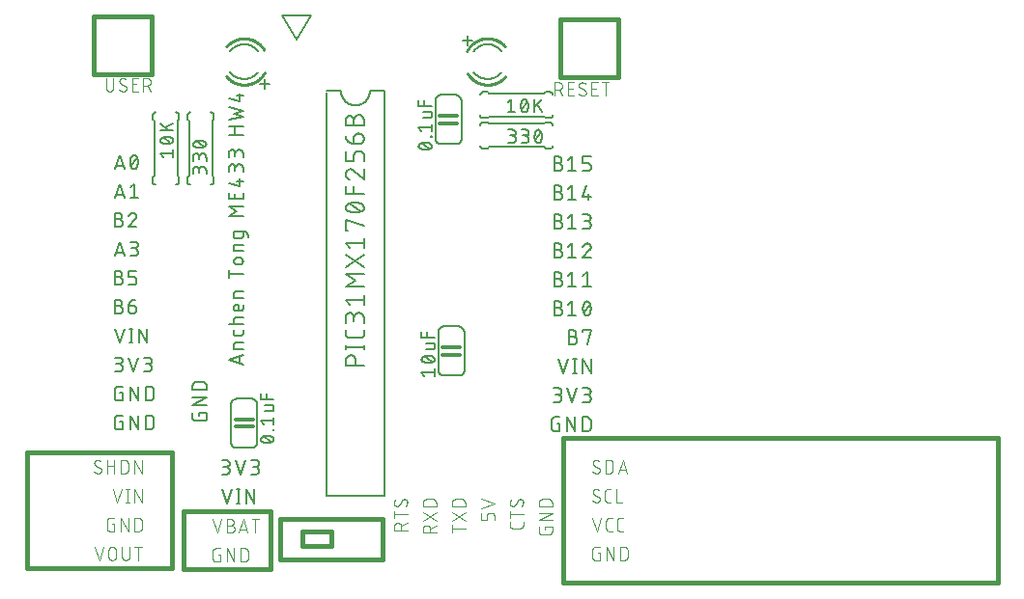
<source format=gbr>
G04 EAGLE Gerber RS-274X export*
G75*
%MOMM*%
%FSLAX34Y34*%
%LPD*%
%INSilkscreen Top*%
%IPPOS*%
%AMOC8*
5,1,8,0,0,1.08239X$1,22.5*%
G01*
%ADD10C,0.177800*%
%ADD11C,0.152400*%
%ADD12C,0.304800*%
%ADD13C,0.127000*%
%ADD14C,0.254000*%
%ADD15C,0.101600*%
%ADD16C,0.406400*%


D10*
X38989Y362839D02*
X43138Y375285D01*
X47286Y362839D01*
X46249Y365951D02*
X40026Y365951D01*
X52482Y369062D02*
X52485Y369307D01*
X52494Y369552D01*
X52508Y369796D01*
X52529Y370040D01*
X52555Y370283D01*
X52587Y370526D01*
X52625Y370768D01*
X52668Y371009D01*
X52718Y371249D01*
X52773Y371487D01*
X52834Y371724D01*
X52900Y371960D01*
X52972Y372194D01*
X53050Y372426D01*
X53133Y372657D01*
X53221Y372885D01*
X53315Y373111D01*
X53414Y373335D01*
X53519Y373556D01*
X53519Y373557D02*
X53553Y373650D01*
X53591Y373742D01*
X53632Y373832D01*
X53676Y373920D01*
X53724Y374007D01*
X53776Y374092D01*
X53830Y374175D01*
X53888Y374255D01*
X53949Y374334D01*
X54012Y374410D01*
X54079Y374483D01*
X54149Y374554D01*
X54221Y374622D01*
X54295Y374687D01*
X54373Y374749D01*
X54452Y374809D01*
X54534Y374865D01*
X54618Y374917D01*
X54704Y374967D01*
X54792Y375013D01*
X54881Y375056D01*
X54972Y375095D01*
X55065Y375131D01*
X55158Y375163D01*
X55253Y375191D01*
X55349Y375216D01*
X55446Y375237D01*
X55544Y375254D01*
X55642Y375268D01*
X55741Y375277D01*
X55840Y375283D01*
X55939Y375285D01*
X56038Y375283D01*
X56137Y375277D01*
X56236Y375268D01*
X56334Y375254D01*
X56432Y375237D01*
X56529Y375216D01*
X56625Y375191D01*
X56720Y375163D01*
X56813Y375131D01*
X56906Y375095D01*
X56997Y375056D01*
X57087Y375013D01*
X57174Y374967D01*
X57260Y374917D01*
X57344Y374865D01*
X57426Y374809D01*
X57505Y374749D01*
X57583Y374687D01*
X57657Y374622D01*
X57729Y374554D01*
X57799Y374483D01*
X57866Y374410D01*
X57929Y374334D01*
X57990Y374255D01*
X58048Y374175D01*
X58102Y374092D01*
X58154Y374007D01*
X58202Y373920D01*
X58246Y373832D01*
X58287Y373741D01*
X58325Y373650D01*
X58359Y373557D01*
X58359Y373556D02*
X58463Y373335D01*
X58563Y373111D01*
X58657Y372885D01*
X58745Y372657D01*
X58828Y372426D01*
X58906Y372194D01*
X58978Y371960D01*
X59044Y371725D01*
X59105Y371487D01*
X59160Y371249D01*
X59210Y371009D01*
X59253Y370768D01*
X59291Y370526D01*
X59323Y370283D01*
X59349Y370040D01*
X59370Y369796D01*
X59384Y369552D01*
X59393Y369307D01*
X59396Y369062D01*
X52482Y369062D02*
X52485Y368817D01*
X52494Y368572D01*
X52508Y368328D01*
X52529Y368084D01*
X52555Y367841D01*
X52587Y367598D01*
X52625Y367356D01*
X52668Y367115D01*
X52718Y366875D01*
X52773Y366637D01*
X52834Y366399D01*
X52900Y366164D01*
X52972Y365930D01*
X53050Y365697D01*
X53133Y365467D01*
X53221Y365239D01*
X53315Y365013D01*
X53415Y364789D01*
X53519Y364567D01*
X53553Y364474D01*
X53591Y364382D01*
X53632Y364292D01*
X53676Y364204D01*
X53724Y364117D01*
X53776Y364032D01*
X53830Y363949D01*
X53888Y363869D01*
X53949Y363790D01*
X54012Y363714D01*
X54079Y363641D01*
X54149Y363570D01*
X54221Y363502D01*
X54295Y363437D01*
X54373Y363375D01*
X54452Y363315D01*
X54534Y363259D01*
X54618Y363207D01*
X54704Y363157D01*
X54792Y363111D01*
X54881Y363068D01*
X54972Y363029D01*
X55065Y362993D01*
X55158Y362961D01*
X55253Y362933D01*
X55349Y362908D01*
X55446Y362887D01*
X55544Y362870D01*
X55642Y362856D01*
X55741Y362847D01*
X55840Y362841D01*
X55939Y362839D01*
X58359Y364568D02*
X58464Y364789D01*
X58563Y365013D01*
X58657Y365239D01*
X58745Y365467D01*
X58828Y365698D01*
X58906Y365930D01*
X58978Y366164D01*
X59044Y366400D01*
X59105Y366637D01*
X59160Y366875D01*
X59210Y367115D01*
X59253Y367356D01*
X59291Y367598D01*
X59323Y367841D01*
X59349Y368084D01*
X59370Y368328D01*
X59384Y368572D01*
X59393Y368817D01*
X59396Y369062D01*
X58359Y364567D02*
X58325Y364474D01*
X58287Y364382D01*
X58246Y364292D01*
X58202Y364204D01*
X58154Y364117D01*
X58102Y364032D01*
X58048Y363949D01*
X57990Y363869D01*
X57929Y363790D01*
X57866Y363714D01*
X57799Y363641D01*
X57729Y363570D01*
X57657Y363502D01*
X57583Y363437D01*
X57505Y363375D01*
X57426Y363315D01*
X57344Y363259D01*
X57260Y363207D01*
X57174Y363157D01*
X57087Y363111D01*
X56997Y363068D01*
X56906Y363029D01*
X56813Y362993D01*
X56720Y362961D01*
X56625Y362933D01*
X56529Y362908D01*
X56432Y362887D01*
X56334Y362870D01*
X56236Y362856D01*
X56137Y362847D01*
X56038Y362841D01*
X55939Y362839D01*
X53173Y365605D02*
X58705Y372519D01*
X43138Y349885D02*
X38989Y337439D01*
X47286Y337439D02*
X43138Y349885D01*
X46249Y340551D02*
X40026Y340551D01*
X52482Y347119D02*
X55939Y349885D01*
X55939Y337439D01*
X52482Y337439D02*
X59396Y337439D01*
X42446Y318953D02*
X38989Y318953D01*
X42446Y318953D02*
X42563Y318951D01*
X42679Y318945D01*
X42796Y318935D01*
X42912Y318921D01*
X43027Y318904D01*
X43142Y318882D01*
X43256Y318857D01*
X43369Y318828D01*
X43481Y318794D01*
X43592Y318758D01*
X43701Y318717D01*
X43809Y318673D01*
X43916Y318625D01*
X44021Y318574D01*
X44124Y318519D01*
X44225Y318460D01*
X44324Y318398D01*
X44421Y318333D01*
X44516Y318265D01*
X44608Y318194D01*
X44698Y318119D01*
X44785Y318041D01*
X44870Y317961D01*
X44952Y317878D01*
X45031Y317792D01*
X45107Y317703D01*
X45180Y317612D01*
X45250Y317519D01*
X45316Y317423D01*
X45380Y317325D01*
X45440Y317225D01*
X45497Y317122D01*
X45550Y317018D01*
X45599Y316913D01*
X45645Y316805D01*
X45688Y316697D01*
X45727Y316586D01*
X45761Y316475D01*
X45793Y316363D01*
X45820Y316249D01*
X45844Y316135D01*
X45863Y316019D01*
X45879Y315904D01*
X45891Y315788D01*
X45899Y315671D01*
X45903Y315554D01*
X45903Y315438D01*
X45899Y315321D01*
X45891Y315204D01*
X45879Y315088D01*
X45863Y314973D01*
X45844Y314857D01*
X45820Y314743D01*
X45793Y314629D01*
X45761Y314517D01*
X45727Y314406D01*
X45688Y314295D01*
X45645Y314187D01*
X45599Y314079D01*
X45550Y313974D01*
X45497Y313870D01*
X45440Y313768D01*
X45380Y313667D01*
X45316Y313569D01*
X45250Y313473D01*
X45180Y313380D01*
X45107Y313289D01*
X45031Y313200D01*
X44952Y313114D01*
X44870Y313031D01*
X44785Y312951D01*
X44698Y312873D01*
X44608Y312798D01*
X44516Y312727D01*
X44421Y312659D01*
X44324Y312594D01*
X44225Y312532D01*
X44124Y312473D01*
X44021Y312418D01*
X43916Y312367D01*
X43809Y312319D01*
X43701Y312275D01*
X43592Y312234D01*
X43481Y312198D01*
X43369Y312164D01*
X43256Y312135D01*
X43142Y312110D01*
X43027Y312088D01*
X42912Y312071D01*
X42796Y312057D01*
X42679Y312047D01*
X42563Y312041D01*
X42446Y312039D01*
X38989Y312039D01*
X38989Y324485D01*
X42446Y324485D01*
X42549Y324483D01*
X42653Y324477D01*
X42756Y324468D01*
X42858Y324454D01*
X42960Y324437D01*
X43061Y324416D01*
X43162Y324391D01*
X43261Y324362D01*
X43360Y324330D01*
X43457Y324294D01*
X43552Y324254D01*
X43646Y324211D01*
X43738Y324164D01*
X43829Y324114D01*
X43918Y324061D01*
X44004Y324004D01*
X44089Y323945D01*
X44171Y323882D01*
X44250Y323816D01*
X44327Y323747D01*
X44402Y323675D01*
X44474Y323600D01*
X44543Y323523D01*
X44609Y323444D01*
X44672Y323362D01*
X44731Y323277D01*
X44788Y323191D01*
X44841Y323102D01*
X44891Y323011D01*
X44938Y322919D01*
X44981Y322825D01*
X45021Y322730D01*
X45057Y322633D01*
X45089Y322534D01*
X45118Y322435D01*
X45143Y322334D01*
X45164Y322233D01*
X45181Y322131D01*
X45195Y322029D01*
X45204Y321926D01*
X45210Y321822D01*
X45212Y321719D01*
X45210Y321616D01*
X45204Y321512D01*
X45195Y321409D01*
X45181Y321307D01*
X45164Y321205D01*
X45143Y321104D01*
X45118Y321003D01*
X45089Y320904D01*
X45057Y320805D01*
X45021Y320708D01*
X44981Y320613D01*
X44938Y320519D01*
X44891Y320427D01*
X44841Y320336D01*
X44788Y320247D01*
X44731Y320161D01*
X44672Y320076D01*
X44609Y319994D01*
X44543Y319915D01*
X44474Y319838D01*
X44402Y319763D01*
X44327Y319691D01*
X44250Y319622D01*
X44171Y319556D01*
X44089Y319493D01*
X44004Y319434D01*
X43918Y319377D01*
X43829Y319324D01*
X43738Y319274D01*
X43646Y319227D01*
X43552Y319184D01*
X43457Y319144D01*
X43360Y319108D01*
X43261Y319076D01*
X43162Y319047D01*
X43061Y319022D01*
X42960Y319001D01*
X42858Y318984D01*
X42756Y318970D01*
X42653Y318961D01*
X42549Y318955D01*
X42446Y318953D01*
X54924Y324486D02*
X55035Y324484D01*
X55146Y324478D01*
X55257Y324468D01*
X55367Y324454D01*
X55477Y324437D01*
X55586Y324415D01*
X55694Y324389D01*
X55801Y324360D01*
X55907Y324327D01*
X56012Y324290D01*
X56115Y324249D01*
X56217Y324205D01*
X56317Y324157D01*
X56415Y324105D01*
X56512Y324050D01*
X56606Y323992D01*
X56699Y323930D01*
X56789Y323865D01*
X56877Y323797D01*
X56962Y323726D01*
X57045Y323652D01*
X57125Y323575D01*
X57202Y323495D01*
X57276Y323412D01*
X57347Y323327D01*
X57415Y323239D01*
X57480Y323149D01*
X57542Y323056D01*
X57600Y322962D01*
X57655Y322865D01*
X57707Y322767D01*
X57755Y322667D01*
X57799Y322565D01*
X57840Y322462D01*
X57877Y322357D01*
X57910Y322251D01*
X57939Y322144D01*
X57965Y322036D01*
X57987Y321927D01*
X58004Y321817D01*
X58018Y321707D01*
X58028Y321596D01*
X58034Y321485D01*
X58036Y321374D01*
X54924Y324485D02*
X54798Y324483D01*
X54673Y324477D01*
X54548Y324467D01*
X54423Y324453D01*
X54298Y324436D01*
X54174Y324414D01*
X54051Y324389D01*
X53929Y324359D01*
X53808Y324326D01*
X53688Y324289D01*
X53569Y324248D01*
X53452Y324204D01*
X53335Y324156D01*
X53221Y324104D01*
X53108Y324049D01*
X52997Y323990D01*
X52888Y323928D01*
X52781Y323862D01*
X52676Y323793D01*
X52573Y323721D01*
X52473Y323645D01*
X52375Y323566D01*
X52279Y323485D01*
X52186Y323400D01*
X52096Y323313D01*
X52009Y323222D01*
X51924Y323129D01*
X51843Y323034D01*
X51764Y322936D01*
X51689Y322835D01*
X51616Y322732D01*
X51548Y322627D01*
X51482Y322520D01*
X51420Y322411D01*
X51361Y322300D01*
X51306Y322187D01*
X51254Y322072D01*
X51206Y321956D01*
X51162Y321838D01*
X51121Y321720D01*
X56998Y318954D02*
X57078Y319033D01*
X57156Y319115D01*
X57231Y319199D01*
X57302Y319286D01*
X57371Y319375D01*
X57437Y319467D01*
X57500Y319560D01*
X57560Y319656D01*
X57616Y319754D01*
X57669Y319853D01*
X57719Y319955D01*
X57765Y320057D01*
X57807Y320162D01*
X57847Y320268D01*
X57882Y320375D01*
X57914Y320483D01*
X57942Y320592D01*
X57967Y320702D01*
X57988Y320813D01*
X58005Y320924D01*
X58018Y321036D01*
X58027Y321149D01*
X58033Y321261D01*
X58035Y321374D01*
X56998Y318953D02*
X51121Y312039D01*
X58035Y312039D01*
X43138Y299085D02*
X38989Y286639D01*
X47286Y286639D02*
X43138Y299085D01*
X46249Y289751D02*
X40026Y289751D01*
X52482Y286639D02*
X55939Y286639D01*
X56056Y286641D01*
X56172Y286647D01*
X56289Y286657D01*
X56405Y286671D01*
X56520Y286688D01*
X56635Y286710D01*
X56749Y286735D01*
X56862Y286764D01*
X56974Y286798D01*
X57085Y286834D01*
X57194Y286875D01*
X57302Y286919D01*
X57409Y286967D01*
X57514Y287018D01*
X57617Y287073D01*
X57718Y287132D01*
X57817Y287194D01*
X57914Y287259D01*
X58009Y287327D01*
X58101Y287398D01*
X58191Y287473D01*
X58278Y287551D01*
X58363Y287631D01*
X58445Y287714D01*
X58524Y287800D01*
X58600Y287889D01*
X58673Y287980D01*
X58743Y288073D01*
X58809Y288169D01*
X58873Y288267D01*
X58933Y288368D01*
X58990Y288470D01*
X59043Y288574D01*
X59092Y288679D01*
X59138Y288787D01*
X59181Y288895D01*
X59220Y289006D01*
X59254Y289117D01*
X59286Y289229D01*
X59313Y289343D01*
X59337Y289457D01*
X59356Y289573D01*
X59372Y289688D01*
X59384Y289804D01*
X59392Y289921D01*
X59396Y290038D01*
X59396Y290154D01*
X59392Y290271D01*
X59384Y290388D01*
X59372Y290504D01*
X59356Y290619D01*
X59337Y290735D01*
X59313Y290849D01*
X59286Y290963D01*
X59254Y291075D01*
X59220Y291186D01*
X59181Y291297D01*
X59138Y291405D01*
X59092Y291513D01*
X59043Y291618D01*
X58990Y291722D01*
X58933Y291825D01*
X58873Y291925D01*
X58809Y292023D01*
X58743Y292119D01*
X58673Y292212D01*
X58600Y292303D01*
X58524Y292392D01*
X58445Y292478D01*
X58363Y292561D01*
X58278Y292641D01*
X58191Y292719D01*
X58101Y292794D01*
X58009Y292865D01*
X57914Y292933D01*
X57817Y292998D01*
X57718Y293060D01*
X57617Y293119D01*
X57514Y293174D01*
X57409Y293225D01*
X57302Y293273D01*
X57194Y293317D01*
X57085Y293358D01*
X56974Y293394D01*
X56862Y293428D01*
X56749Y293457D01*
X56635Y293482D01*
X56520Y293504D01*
X56405Y293521D01*
X56289Y293535D01*
X56172Y293545D01*
X56056Y293551D01*
X55939Y293553D01*
X56631Y299085D02*
X52482Y299085D01*
X56631Y299085D02*
X56734Y299083D01*
X56838Y299077D01*
X56941Y299068D01*
X57043Y299054D01*
X57145Y299037D01*
X57246Y299016D01*
X57347Y298991D01*
X57446Y298962D01*
X57545Y298930D01*
X57642Y298894D01*
X57737Y298854D01*
X57831Y298811D01*
X57923Y298764D01*
X58014Y298714D01*
X58103Y298661D01*
X58189Y298604D01*
X58274Y298545D01*
X58356Y298482D01*
X58435Y298416D01*
X58512Y298347D01*
X58587Y298275D01*
X58659Y298200D01*
X58728Y298123D01*
X58794Y298044D01*
X58857Y297962D01*
X58916Y297877D01*
X58973Y297791D01*
X59026Y297702D01*
X59076Y297611D01*
X59123Y297519D01*
X59166Y297425D01*
X59206Y297330D01*
X59242Y297233D01*
X59274Y297134D01*
X59303Y297035D01*
X59328Y296934D01*
X59349Y296833D01*
X59366Y296731D01*
X59380Y296629D01*
X59389Y296526D01*
X59395Y296422D01*
X59397Y296319D01*
X59395Y296216D01*
X59389Y296112D01*
X59380Y296009D01*
X59366Y295907D01*
X59349Y295805D01*
X59328Y295704D01*
X59303Y295603D01*
X59274Y295504D01*
X59242Y295405D01*
X59206Y295308D01*
X59166Y295213D01*
X59123Y295119D01*
X59076Y295027D01*
X59026Y294936D01*
X58973Y294847D01*
X58916Y294761D01*
X58857Y294676D01*
X58794Y294594D01*
X58728Y294515D01*
X58659Y294438D01*
X58587Y294363D01*
X58512Y294291D01*
X58435Y294222D01*
X58356Y294156D01*
X58274Y294093D01*
X58189Y294034D01*
X58103Y293977D01*
X58014Y293924D01*
X57923Y293874D01*
X57831Y293827D01*
X57737Y293784D01*
X57642Y293744D01*
X57545Y293708D01*
X57446Y293676D01*
X57347Y293647D01*
X57246Y293622D01*
X57145Y293601D01*
X57043Y293584D01*
X56941Y293570D01*
X56838Y293561D01*
X56734Y293555D01*
X56631Y293553D01*
X53865Y293553D01*
X42446Y268153D02*
X38989Y268153D01*
X42446Y268153D02*
X42563Y268151D01*
X42679Y268145D01*
X42796Y268135D01*
X42912Y268121D01*
X43027Y268104D01*
X43142Y268082D01*
X43256Y268057D01*
X43369Y268028D01*
X43481Y267994D01*
X43592Y267958D01*
X43701Y267917D01*
X43809Y267873D01*
X43916Y267825D01*
X44021Y267774D01*
X44124Y267719D01*
X44225Y267660D01*
X44324Y267598D01*
X44421Y267533D01*
X44516Y267465D01*
X44608Y267394D01*
X44698Y267319D01*
X44785Y267241D01*
X44870Y267161D01*
X44952Y267078D01*
X45031Y266992D01*
X45107Y266903D01*
X45180Y266812D01*
X45250Y266719D01*
X45316Y266623D01*
X45380Y266525D01*
X45440Y266425D01*
X45497Y266322D01*
X45550Y266218D01*
X45599Y266113D01*
X45645Y266005D01*
X45688Y265897D01*
X45727Y265786D01*
X45761Y265675D01*
X45793Y265563D01*
X45820Y265449D01*
X45844Y265335D01*
X45863Y265219D01*
X45879Y265104D01*
X45891Y264988D01*
X45899Y264871D01*
X45903Y264754D01*
X45903Y264638D01*
X45899Y264521D01*
X45891Y264404D01*
X45879Y264288D01*
X45863Y264173D01*
X45844Y264057D01*
X45820Y263943D01*
X45793Y263829D01*
X45761Y263717D01*
X45727Y263606D01*
X45688Y263495D01*
X45645Y263387D01*
X45599Y263279D01*
X45550Y263174D01*
X45497Y263070D01*
X45440Y262968D01*
X45380Y262867D01*
X45316Y262769D01*
X45250Y262673D01*
X45180Y262580D01*
X45107Y262489D01*
X45031Y262400D01*
X44952Y262314D01*
X44870Y262231D01*
X44785Y262151D01*
X44698Y262073D01*
X44608Y261998D01*
X44516Y261927D01*
X44421Y261859D01*
X44324Y261794D01*
X44225Y261732D01*
X44124Y261673D01*
X44021Y261618D01*
X43916Y261567D01*
X43809Y261519D01*
X43701Y261475D01*
X43592Y261434D01*
X43481Y261398D01*
X43369Y261364D01*
X43256Y261335D01*
X43142Y261310D01*
X43027Y261288D01*
X42912Y261271D01*
X42796Y261257D01*
X42679Y261247D01*
X42563Y261241D01*
X42446Y261239D01*
X38989Y261239D01*
X38989Y273685D01*
X42446Y273685D01*
X42549Y273683D01*
X42653Y273677D01*
X42756Y273668D01*
X42858Y273654D01*
X42960Y273637D01*
X43061Y273616D01*
X43162Y273591D01*
X43261Y273562D01*
X43360Y273530D01*
X43457Y273494D01*
X43552Y273454D01*
X43646Y273411D01*
X43738Y273364D01*
X43829Y273314D01*
X43918Y273261D01*
X44004Y273204D01*
X44089Y273145D01*
X44171Y273082D01*
X44250Y273016D01*
X44327Y272947D01*
X44402Y272875D01*
X44474Y272800D01*
X44543Y272723D01*
X44609Y272644D01*
X44672Y272562D01*
X44731Y272477D01*
X44788Y272391D01*
X44841Y272302D01*
X44891Y272211D01*
X44938Y272119D01*
X44981Y272025D01*
X45021Y271930D01*
X45057Y271833D01*
X45089Y271734D01*
X45118Y271635D01*
X45143Y271534D01*
X45164Y271433D01*
X45181Y271331D01*
X45195Y271229D01*
X45204Y271126D01*
X45210Y271022D01*
X45212Y270919D01*
X45210Y270816D01*
X45204Y270712D01*
X45195Y270609D01*
X45181Y270507D01*
X45164Y270405D01*
X45143Y270304D01*
X45118Y270203D01*
X45089Y270104D01*
X45057Y270005D01*
X45021Y269908D01*
X44981Y269813D01*
X44938Y269719D01*
X44891Y269627D01*
X44841Y269536D01*
X44788Y269447D01*
X44731Y269361D01*
X44672Y269276D01*
X44609Y269194D01*
X44543Y269115D01*
X44474Y269038D01*
X44402Y268963D01*
X44327Y268891D01*
X44250Y268822D01*
X44171Y268756D01*
X44089Y268693D01*
X44004Y268634D01*
X43918Y268577D01*
X43829Y268524D01*
X43738Y268474D01*
X43646Y268427D01*
X43552Y268384D01*
X43457Y268344D01*
X43360Y268308D01*
X43261Y268276D01*
X43162Y268247D01*
X43061Y268222D01*
X42960Y268201D01*
X42858Y268184D01*
X42756Y268170D01*
X42653Y268161D01*
X42549Y268155D01*
X42446Y268153D01*
X51121Y261239D02*
X55270Y261239D01*
X55373Y261241D01*
X55477Y261247D01*
X55580Y261256D01*
X55682Y261270D01*
X55784Y261287D01*
X55885Y261308D01*
X55986Y261333D01*
X56085Y261362D01*
X56184Y261394D01*
X56281Y261430D01*
X56376Y261470D01*
X56470Y261513D01*
X56562Y261560D01*
X56653Y261610D01*
X56742Y261663D01*
X56828Y261720D01*
X56912Y261779D01*
X56995Y261842D01*
X57074Y261908D01*
X57151Y261977D01*
X57226Y262049D01*
X57298Y262124D01*
X57367Y262201D01*
X57433Y262280D01*
X57496Y262362D01*
X57555Y262447D01*
X57612Y262533D01*
X57665Y262622D01*
X57715Y262713D01*
X57762Y262805D01*
X57805Y262899D01*
X57845Y262994D01*
X57881Y263091D01*
X57913Y263190D01*
X57942Y263289D01*
X57967Y263389D01*
X57988Y263491D01*
X58005Y263593D01*
X58019Y263695D01*
X58028Y263798D01*
X58034Y263902D01*
X58036Y264005D01*
X58035Y264005D02*
X58035Y265388D01*
X58036Y265388D02*
X58034Y265491D01*
X58028Y265595D01*
X58019Y265698D01*
X58005Y265800D01*
X57988Y265902D01*
X57967Y266003D01*
X57942Y266104D01*
X57913Y266203D01*
X57881Y266302D01*
X57845Y266399D01*
X57805Y266494D01*
X57762Y266588D01*
X57715Y266680D01*
X57665Y266771D01*
X57612Y266860D01*
X57555Y266946D01*
X57496Y267031D01*
X57433Y267113D01*
X57367Y267192D01*
X57298Y267269D01*
X57226Y267344D01*
X57151Y267416D01*
X57074Y267485D01*
X56995Y267551D01*
X56913Y267614D01*
X56828Y267673D01*
X56742Y267730D01*
X56653Y267783D01*
X56562Y267833D01*
X56470Y267880D01*
X56376Y267923D01*
X56281Y267963D01*
X56184Y267999D01*
X56085Y268031D01*
X55986Y268060D01*
X55885Y268085D01*
X55784Y268106D01*
X55682Y268123D01*
X55580Y268137D01*
X55477Y268146D01*
X55373Y268152D01*
X55270Y268154D01*
X55270Y268153D02*
X51121Y268153D01*
X51121Y273685D01*
X58035Y273685D01*
X42446Y242753D02*
X38989Y242753D01*
X42446Y242753D02*
X42563Y242751D01*
X42679Y242745D01*
X42796Y242735D01*
X42912Y242721D01*
X43027Y242704D01*
X43142Y242682D01*
X43256Y242657D01*
X43369Y242628D01*
X43481Y242594D01*
X43592Y242558D01*
X43701Y242517D01*
X43809Y242473D01*
X43916Y242425D01*
X44021Y242374D01*
X44124Y242319D01*
X44225Y242260D01*
X44324Y242198D01*
X44421Y242133D01*
X44516Y242065D01*
X44608Y241994D01*
X44698Y241919D01*
X44785Y241841D01*
X44870Y241761D01*
X44952Y241678D01*
X45031Y241592D01*
X45107Y241503D01*
X45180Y241412D01*
X45250Y241319D01*
X45316Y241223D01*
X45380Y241125D01*
X45440Y241024D01*
X45497Y240922D01*
X45550Y240818D01*
X45599Y240713D01*
X45645Y240605D01*
X45688Y240497D01*
X45727Y240386D01*
X45761Y240275D01*
X45793Y240163D01*
X45820Y240049D01*
X45844Y239935D01*
X45863Y239819D01*
X45879Y239704D01*
X45891Y239588D01*
X45899Y239471D01*
X45903Y239354D01*
X45903Y239238D01*
X45899Y239121D01*
X45891Y239004D01*
X45879Y238888D01*
X45863Y238773D01*
X45844Y238657D01*
X45820Y238543D01*
X45793Y238429D01*
X45761Y238317D01*
X45727Y238206D01*
X45688Y238095D01*
X45645Y237987D01*
X45599Y237879D01*
X45550Y237774D01*
X45497Y237670D01*
X45440Y237567D01*
X45380Y237467D01*
X45316Y237369D01*
X45250Y237273D01*
X45180Y237180D01*
X45107Y237089D01*
X45031Y237000D01*
X44952Y236914D01*
X44870Y236831D01*
X44785Y236751D01*
X44698Y236673D01*
X44608Y236598D01*
X44516Y236527D01*
X44421Y236459D01*
X44324Y236394D01*
X44225Y236332D01*
X44124Y236273D01*
X44021Y236218D01*
X43916Y236167D01*
X43809Y236119D01*
X43701Y236075D01*
X43592Y236034D01*
X43481Y235998D01*
X43369Y235964D01*
X43256Y235935D01*
X43142Y235910D01*
X43027Y235888D01*
X42912Y235871D01*
X42796Y235857D01*
X42679Y235847D01*
X42563Y235841D01*
X42446Y235839D01*
X38989Y235839D01*
X38989Y248285D01*
X42446Y248285D01*
X42549Y248283D01*
X42653Y248277D01*
X42756Y248268D01*
X42858Y248254D01*
X42960Y248237D01*
X43061Y248216D01*
X43162Y248191D01*
X43261Y248162D01*
X43360Y248130D01*
X43457Y248094D01*
X43552Y248054D01*
X43646Y248011D01*
X43738Y247964D01*
X43829Y247914D01*
X43918Y247861D01*
X44004Y247804D01*
X44089Y247745D01*
X44171Y247682D01*
X44250Y247616D01*
X44327Y247547D01*
X44402Y247475D01*
X44474Y247400D01*
X44543Y247323D01*
X44609Y247244D01*
X44672Y247162D01*
X44731Y247077D01*
X44788Y246991D01*
X44841Y246902D01*
X44891Y246811D01*
X44938Y246719D01*
X44981Y246625D01*
X45021Y246530D01*
X45057Y246433D01*
X45089Y246334D01*
X45118Y246235D01*
X45143Y246134D01*
X45164Y246033D01*
X45181Y245931D01*
X45195Y245829D01*
X45204Y245726D01*
X45210Y245622D01*
X45212Y245519D01*
X45210Y245416D01*
X45204Y245312D01*
X45195Y245209D01*
X45181Y245107D01*
X45164Y245005D01*
X45143Y244904D01*
X45118Y244803D01*
X45089Y244704D01*
X45057Y244605D01*
X45021Y244508D01*
X44981Y244413D01*
X44938Y244319D01*
X44891Y244227D01*
X44841Y244136D01*
X44788Y244047D01*
X44731Y243961D01*
X44672Y243876D01*
X44609Y243794D01*
X44543Y243715D01*
X44474Y243638D01*
X44402Y243563D01*
X44327Y243491D01*
X44250Y243422D01*
X44171Y243356D01*
X44089Y243293D01*
X44004Y243234D01*
X43918Y243177D01*
X43829Y243124D01*
X43738Y243074D01*
X43646Y243027D01*
X43552Y242984D01*
X43457Y242944D01*
X43360Y242908D01*
X43261Y242876D01*
X43162Y242847D01*
X43061Y242822D01*
X42960Y242801D01*
X42858Y242784D01*
X42756Y242770D01*
X42653Y242761D01*
X42549Y242755D01*
X42446Y242753D01*
X51121Y242753D02*
X55270Y242753D01*
X55270Y242754D02*
X55373Y242752D01*
X55477Y242746D01*
X55580Y242737D01*
X55682Y242723D01*
X55784Y242706D01*
X55885Y242685D01*
X55986Y242660D01*
X56085Y242631D01*
X56184Y242599D01*
X56281Y242563D01*
X56376Y242523D01*
X56470Y242480D01*
X56562Y242433D01*
X56653Y242383D01*
X56742Y242330D01*
X56828Y242273D01*
X56913Y242214D01*
X56995Y242151D01*
X57074Y242085D01*
X57151Y242016D01*
X57226Y241944D01*
X57298Y241869D01*
X57367Y241792D01*
X57433Y241713D01*
X57496Y241631D01*
X57555Y241546D01*
X57612Y241460D01*
X57665Y241371D01*
X57715Y241280D01*
X57762Y241188D01*
X57805Y241094D01*
X57845Y240999D01*
X57881Y240902D01*
X57913Y240803D01*
X57942Y240704D01*
X57967Y240603D01*
X57988Y240502D01*
X58005Y240400D01*
X58019Y240298D01*
X58028Y240195D01*
X58034Y240091D01*
X58036Y239988D01*
X58035Y239988D02*
X58035Y239296D01*
X58033Y239179D01*
X58027Y239063D01*
X58017Y238946D01*
X58003Y238830D01*
X57986Y238715D01*
X57964Y238600D01*
X57939Y238486D01*
X57910Y238373D01*
X57876Y238261D01*
X57840Y238150D01*
X57799Y238041D01*
X57755Y237933D01*
X57707Y237826D01*
X57656Y237721D01*
X57601Y237618D01*
X57542Y237517D01*
X57480Y237418D01*
X57415Y237321D01*
X57347Y237226D01*
X57276Y237134D01*
X57201Y237044D01*
X57123Y236957D01*
X57043Y236872D01*
X56960Y236790D01*
X56874Y236711D01*
X56785Y236635D01*
X56694Y236562D01*
X56601Y236492D01*
X56505Y236426D01*
X56407Y236362D01*
X56306Y236302D01*
X56204Y236245D01*
X56100Y236192D01*
X55995Y236143D01*
X55887Y236097D01*
X55779Y236054D01*
X55668Y236015D01*
X55557Y235981D01*
X55445Y235949D01*
X55331Y235922D01*
X55217Y235898D01*
X55101Y235879D01*
X54986Y235863D01*
X54870Y235851D01*
X54753Y235843D01*
X54636Y235839D01*
X54520Y235839D01*
X54403Y235843D01*
X54286Y235851D01*
X54170Y235863D01*
X54055Y235879D01*
X53939Y235898D01*
X53825Y235922D01*
X53711Y235949D01*
X53599Y235981D01*
X53488Y236015D01*
X53377Y236054D01*
X53269Y236097D01*
X53161Y236143D01*
X53056Y236192D01*
X52952Y236245D01*
X52849Y236302D01*
X52749Y236362D01*
X52651Y236426D01*
X52555Y236492D01*
X52462Y236562D01*
X52371Y236635D01*
X52282Y236711D01*
X52196Y236790D01*
X52113Y236872D01*
X52033Y236957D01*
X51955Y237044D01*
X51880Y237134D01*
X51809Y237226D01*
X51741Y237321D01*
X51676Y237418D01*
X51614Y237517D01*
X51555Y237618D01*
X51500Y237721D01*
X51449Y237826D01*
X51401Y237933D01*
X51357Y238041D01*
X51316Y238150D01*
X51280Y238261D01*
X51246Y238373D01*
X51217Y238486D01*
X51192Y238600D01*
X51170Y238715D01*
X51153Y238830D01*
X51139Y238946D01*
X51129Y239063D01*
X51123Y239179D01*
X51121Y239296D01*
X51121Y242753D01*
X51120Y242753D02*
X51122Y242900D01*
X51128Y243047D01*
X51138Y243194D01*
X51151Y243341D01*
X51169Y243487D01*
X51190Y243633D01*
X51216Y243778D01*
X51245Y243922D01*
X51278Y244066D01*
X51315Y244208D01*
X51356Y244350D01*
X51400Y244490D01*
X51448Y244630D01*
X51500Y244768D01*
X51555Y244904D01*
X51614Y245039D01*
X51677Y245172D01*
X51743Y245304D01*
X51813Y245434D01*
X51886Y245561D01*
X51962Y245687D01*
X52042Y245811D01*
X52125Y245933D01*
X52211Y246052D01*
X52301Y246169D01*
X52393Y246284D01*
X52489Y246396D01*
X52587Y246505D01*
X52689Y246612D01*
X52793Y246716D01*
X52900Y246818D01*
X53009Y246916D01*
X53121Y247012D01*
X53236Y247104D01*
X53353Y247194D01*
X53472Y247280D01*
X53594Y247363D01*
X53718Y247443D01*
X53844Y247519D01*
X53971Y247592D01*
X54101Y247662D01*
X54233Y247728D01*
X54366Y247791D01*
X54501Y247850D01*
X54637Y247905D01*
X54775Y247957D01*
X54915Y248005D01*
X55055Y248049D01*
X55196Y248090D01*
X55339Y248127D01*
X55483Y248160D01*
X55627Y248189D01*
X55772Y248215D01*
X55918Y248236D01*
X56064Y248254D01*
X56211Y248267D01*
X56358Y248277D01*
X56505Y248283D01*
X56652Y248285D01*
X38989Y222885D02*
X43138Y210439D01*
X47286Y222885D01*
X53379Y222885D02*
X53379Y210439D01*
X51996Y210439D02*
X54762Y210439D01*
X54762Y222885D02*
X51996Y222885D01*
X60590Y222885D02*
X60590Y210439D01*
X67504Y210439D02*
X60590Y222885D01*
X67504Y222885D02*
X67504Y210439D01*
X42446Y185039D02*
X38989Y185039D01*
X42446Y185039D02*
X42563Y185041D01*
X42679Y185047D01*
X42796Y185057D01*
X42912Y185071D01*
X43027Y185088D01*
X43142Y185110D01*
X43256Y185135D01*
X43369Y185164D01*
X43481Y185198D01*
X43592Y185234D01*
X43701Y185275D01*
X43809Y185319D01*
X43916Y185367D01*
X44021Y185418D01*
X44124Y185473D01*
X44225Y185532D01*
X44324Y185594D01*
X44421Y185659D01*
X44516Y185727D01*
X44608Y185798D01*
X44698Y185873D01*
X44785Y185951D01*
X44870Y186031D01*
X44952Y186114D01*
X45031Y186200D01*
X45107Y186289D01*
X45180Y186380D01*
X45250Y186473D01*
X45316Y186569D01*
X45380Y186667D01*
X45440Y186767D01*
X45497Y186870D01*
X45550Y186974D01*
X45599Y187079D01*
X45645Y187187D01*
X45688Y187295D01*
X45727Y187406D01*
X45761Y187517D01*
X45793Y187629D01*
X45820Y187743D01*
X45844Y187857D01*
X45863Y187973D01*
X45879Y188088D01*
X45891Y188204D01*
X45899Y188321D01*
X45903Y188438D01*
X45903Y188554D01*
X45899Y188671D01*
X45891Y188788D01*
X45879Y188904D01*
X45863Y189019D01*
X45844Y189135D01*
X45820Y189249D01*
X45793Y189363D01*
X45761Y189475D01*
X45727Y189586D01*
X45688Y189697D01*
X45645Y189805D01*
X45599Y189913D01*
X45550Y190018D01*
X45497Y190122D01*
X45440Y190224D01*
X45380Y190325D01*
X45316Y190423D01*
X45250Y190519D01*
X45180Y190612D01*
X45107Y190703D01*
X45031Y190792D01*
X44952Y190878D01*
X44870Y190961D01*
X44785Y191041D01*
X44698Y191119D01*
X44608Y191194D01*
X44516Y191265D01*
X44421Y191333D01*
X44324Y191398D01*
X44225Y191460D01*
X44124Y191519D01*
X44021Y191574D01*
X43916Y191625D01*
X43809Y191673D01*
X43701Y191717D01*
X43592Y191758D01*
X43481Y191794D01*
X43369Y191828D01*
X43256Y191857D01*
X43142Y191882D01*
X43027Y191904D01*
X42912Y191921D01*
X42796Y191935D01*
X42679Y191945D01*
X42563Y191951D01*
X42446Y191953D01*
X43138Y197485D02*
X38989Y197485D01*
X43138Y197485D02*
X43241Y197483D01*
X43345Y197477D01*
X43448Y197468D01*
X43550Y197454D01*
X43652Y197437D01*
X43753Y197416D01*
X43854Y197391D01*
X43953Y197362D01*
X44052Y197330D01*
X44149Y197294D01*
X44244Y197254D01*
X44338Y197211D01*
X44430Y197164D01*
X44521Y197114D01*
X44610Y197061D01*
X44696Y197004D01*
X44781Y196945D01*
X44863Y196882D01*
X44942Y196816D01*
X45019Y196747D01*
X45094Y196675D01*
X45166Y196600D01*
X45235Y196523D01*
X45301Y196444D01*
X45364Y196362D01*
X45423Y196277D01*
X45480Y196191D01*
X45533Y196102D01*
X45583Y196011D01*
X45630Y195919D01*
X45673Y195825D01*
X45713Y195730D01*
X45749Y195633D01*
X45781Y195534D01*
X45810Y195435D01*
X45835Y195334D01*
X45856Y195233D01*
X45873Y195131D01*
X45887Y195029D01*
X45896Y194926D01*
X45902Y194822D01*
X45904Y194719D01*
X45902Y194616D01*
X45896Y194512D01*
X45887Y194409D01*
X45873Y194307D01*
X45856Y194205D01*
X45835Y194104D01*
X45810Y194003D01*
X45781Y193904D01*
X45749Y193805D01*
X45713Y193708D01*
X45673Y193613D01*
X45630Y193519D01*
X45583Y193427D01*
X45533Y193336D01*
X45480Y193247D01*
X45423Y193161D01*
X45364Y193076D01*
X45301Y192994D01*
X45235Y192915D01*
X45166Y192838D01*
X45094Y192763D01*
X45019Y192691D01*
X44942Y192622D01*
X44863Y192556D01*
X44781Y192493D01*
X44696Y192434D01*
X44610Y192377D01*
X44521Y192324D01*
X44430Y192274D01*
X44338Y192227D01*
X44244Y192184D01*
X44149Y192144D01*
X44052Y192108D01*
X43953Y192076D01*
X43854Y192047D01*
X43753Y192022D01*
X43652Y192001D01*
X43550Y191984D01*
X43448Y191970D01*
X43345Y191961D01*
X43241Y191955D01*
X43138Y191953D01*
X40372Y191953D01*
X51099Y197485D02*
X55248Y185039D01*
X59396Y197485D01*
X64592Y185039D02*
X68049Y185039D01*
X68166Y185041D01*
X68282Y185047D01*
X68399Y185057D01*
X68515Y185071D01*
X68630Y185088D01*
X68745Y185110D01*
X68859Y185135D01*
X68972Y185164D01*
X69084Y185198D01*
X69195Y185234D01*
X69304Y185275D01*
X69412Y185319D01*
X69519Y185367D01*
X69624Y185418D01*
X69727Y185473D01*
X69828Y185532D01*
X69927Y185594D01*
X70024Y185659D01*
X70119Y185727D01*
X70211Y185798D01*
X70301Y185873D01*
X70388Y185951D01*
X70473Y186031D01*
X70555Y186114D01*
X70634Y186200D01*
X70710Y186289D01*
X70783Y186380D01*
X70853Y186473D01*
X70919Y186569D01*
X70983Y186667D01*
X71043Y186767D01*
X71100Y186870D01*
X71153Y186974D01*
X71202Y187079D01*
X71248Y187187D01*
X71291Y187295D01*
X71330Y187406D01*
X71364Y187517D01*
X71396Y187629D01*
X71423Y187743D01*
X71447Y187857D01*
X71466Y187973D01*
X71482Y188088D01*
X71494Y188204D01*
X71502Y188321D01*
X71506Y188438D01*
X71506Y188554D01*
X71502Y188671D01*
X71494Y188788D01*
X71482Y188904D01*
X71466Y189019D01*
X71447Y189135D01*
X71423Y189249D01*
X71396Y189363D01*
X71364Y189475D01*
X71330Y189586D01*
X71291Y189697D01*
X71248Y189805D01*
X71202Y189913D01*
X71153Y190018D01*
X71100Y190122D01*
X71043Y190224D01*
X70983Y190325D01*
X70919Y190423D01*
X70853Y190519D01*
X70783Y190612D01*
X70710Y190703D01*
X70634Y190792D01*
X70555Y190878D01*
X70473Y190961D01*
X70388Y191041D01*
X70301Y191119D01*
X70211Y191194D01*
X70119Y191265D01*
X70024Y191333D01*
X69927Y191398D01*
X69828Y191460D01*
X69727Y191519D01*
X69624Y191574D01*
X69519Y191625D01*
X69412Y191673D01*
X69304Y191717D01*
X69195Y191758D01*
X69084Y191794D01*
X68972Y191828D01*
X68859Y191857D01*
X68745Y191882D01*
X68630Y191904D01*
X68515Y191921D01*
X68399Y191935D01*
X68282Y191945D01*
X68166Y191951D01*
X68049Y191953D01*
X68741Y197485D02*
X64592Y197485D01*
X68741Y197485D02*
X68844Y197483D01*
X68948Y197477D01*
X69051Y197468D01*
X69153Y197454D01*
X69255Y197437D01*
X69356Y197416D01*
X69457Y197391D01*
X69556Y197362D01*
X69655Y197330D01*
X69752Y197294D01*
X69847Y197254D01*
X69941Y197211D01*
X70033Y197164D01*
X70124Y197114D01*
X70213Y197061D01*
X70299Y197004D01*
X70384Y196945D01*
X70466Y196882D01*
X70545Y196816D01*
X70622Y196747D01*
X70697Y196675D01*
X70769Y196600D01*
X70838Y196523D01*
X70904Y196444D01*
X70967Y196362D01*
X71026Y196277D01*
X71083Y196191D01*
X71136Y196102D01*
X71186Y196011D01*
X71233Y195919D01*
X71276Y195825D01*
X71316Y195730D01*
X71352Y195633D01*
X71384Y195534D01*
X71413Y195435D01*
X71438Y195334D01*
X71459Y195233D01*
X71476Y195131D01*
X71490Y195029D01*
X71499Y194926D01*
X71505Y194822D01*
X71507Y194719D01*
X71505Y194616D01*
X71499Y194512D01*
X71490Y194409D01*
X71476Y194307D01*
X71459Y194205D01*
X71438Y194104D01*
X71413Y194003D01*
X71384Y193904D01*
X71352Y193805D01*
X71316Y193708D01*
X71276Y193613D01*
X71233Y193519D01*
X71186Y193427D01*
X71136Y193336D01*
X71083Y193247D01*
X71026Y193161D01*
X70967Y193076D01*
X70904Y192994D01*
X70838Y192915D01*
X70769Y192838D01*
X70697Y192763D01*
X70622Y192691D01*
X70545Y192622D01*
X70466Y192556D01*
X70384Y192493D01*
X70299Y192434D01*
X70213Y192377D01*
X70124Y192324D01*
X70033Y192274D01*
X69941Y192227D01*
X69847Y192184D01*
X69752Y192144D01*
X69655Y192108D01*
X69556Y192076D01*
X69457Y192047D01*
X69356Y192022D01*
X69255Y192001D01*
X69153Y191984D01*
X69051Y191970D01*
X68948Y191961D01*
X68844Y191955D01*
X68741Y191953D01*
X65975Y191953D01*
X45903Y166553D02*
X43829Y166553D01*
X45903Y166553D02*
X45903Y159639D01*
X41755Y159639D01*
X41652Y159641D01*
X41548Y159647D01*
X41445Y159656D01*
X41343Y159670D01*
X41241Y159687D01*
X41140Y159708D01*
X41039Y159733D01*
X40940Y159762D01*
X40841Y159794D01*
X40744Y159830D01*
X40649Y159870D01*
X40555Y159913D01*
X40463Y159960D01*
X40372Y160010D01*
X40283Y160063D01*
X40197Y160120D01*
X40112Y160179D01*
X40030Y160242D01*
X39951Y160308D01*
X39874Y160377D01*
X39799Y160449D01*
X39727Y160524D01*
X39658Y160601D01*
X39592Y160680D01*
X39529Y160762D01*
X39470Y160847D01*
X39413Y160933D01*
X39360Y161022D01*
X39310Y161113D01*
X39263Y161205D01*
X39220Y161299D01*
X39180Y161394D01*
X39144Y161491D01*
X39112Y161590D01*
X39083Y161689D01*
X39058Y161790D01*
X39037Y161891D01*
X39020Y161993D01*
X39006Y162095D01*
X38997Y162198D01*
X38991Y162302D01*
X38989Y162405D01*
X38989Y169319D01*
X38991Y169422D01*
X38997Y169526D01*
X39006Y169629D01*
X39020Y169731D01*
X39037Y169833D01*
X39058Y169934D01*
X39083Y170035D01*
X39112Y170134D01*
X39144Y170233D01*
X39180Y170330D01*
X39220Y170425D01*
X39263Y170519D01*
X39310Y170611D01*
X39360Y170702D01*
X39413Y170791D01*
X39470Y170877D01*
X39529Y170961D01*
X39592Y171044D01*
X39658Y171123D01*
X39727Y171200D01*
X39799Y171275D01*
X39874Y171347D01*
X39951Y171416D01*
X40030Y171482D01*
X40112Y171545D01*
X40197Y171604D01*
X40283Y171661D01*
X40372Y171714D01*
X40463Y171764D01*
X40555Y171811D01*
X40649Y171854D01*
X40744Y171894D01*
X40841Y171930D01*
X40940Y171962D01*
X41039Y171991D01*
X41139Y172016D01*
X41241Y172037D01*
X41343Y172054D01*
X41445Y172068D01*
X41548Y172077D01*
X41652Y172083D01*
X41755Y172085D01*
X45903Y172085D01*
X52644Y172085D02*
X52644Y159639D01*
X59558Y159639D02*
X52644Y172085D01*
X59558Y172085D02*
X59558Y159639D01*
X66299Y159639D02*
X66299Y172085D01*
X69756Y172085D01*
X69872Y172083D01*
X69987Y172077D01*
X70102Y172068D01*
X70217Y172054D01*
X70331Y172037D01*
X70445Y172016D01*
X70557Y171991D01*
X70669Y171962D01*
X70780Y171930D01*
X70890Y171894D01*
X70998Y171854D01*
X71106Y171811D01*
X71211Y171764D01*
X71315Y171713D01*
X71417Y171660D01*
X71518Y171602D01*
X71616Y171542D01*
X71712Y171478D01*
X71807Y171411D01*
X71898Y171341D01*
X71988Y171268D01*
X72075Y171192D01*
X72159Y171113D01*
X72241Y171031D01*
X72320Y170947D01*
X72396Y170860D01*
X72469Y170770D01*
X72539Y170679D01*
X72606Y170584D01*
X72670Y170488D01*
X72730Y170390D01*
X72788Y170289D01*
X72841Y170187D01*
X72892Y170083D01*
X72939Y169978D01*
X72982Y169870D01*
X73022Y169762D01*
X73058Y169652D01*
X73090Y169541D01*
X73119Y169429D01*
X73144Y169317D01*
X73165Y169203D01*
X73182Y169089D01*
X73196Y168974D01*
X73205Y168859D01*
X73211Y168743D01*
X73213Y168628D01*
X73213Y163096D01*
X73211Y162980D01*
X73205Y162865D01*
X73196Y162750D01*
X73182Y162635D01*
X73165Y162521D01*
X73144Y162407D01*
X73119Y162295D01*
X73090Y162183D01*
X73058Y162072D01*
X73022Y161962D01*
X72982Y161854D01*
X72939Y161746D01*
X72892Y161641D01*
X72841Y161537D01*
X72788Y161435D01*
X72730Y161334D01*
X72670Y161236D01*
X72606Y161140D01*
X72539Y161045D01*
X72469Y160954D01*
X72396Y160864D01*
X72320Y160777D01*
X72241Y160693D01*
X72159Y160611D01*
X72075Y160532D01*
X71988Y160456D01*
X71898Y160383D01*
X71807Y160313D01*
X71712Y160246D01*
X71616Y160182D01*
X71518Y160122D01*
X71417Y160064D01*
X71315Y160011D01*
X71211Y159960D01*
X71106Y159913D01*
X70998Y159870D01*
X70890Y159830D01*
X70780Y159794D01*
X70669Y159762D01*
X70557Y159733D01*
X70445Y159708D01*
X70331Y159687D01*
X70217Y159670D01*
X70102Y159656D01*
X69987Y159647D01*
X69872Y159641D01*
X69756Y159639D01*
X66299Y159639D01*
X45903Y141153D02*
X43829Y141153D01*
X45903Y141153D02*
X45903Y134239D01*
X41755Y134239D01*
X41652Y134241D01*
X41548Y134247D01*
X41445Y134256D01*
X41343Y134270D01*
X41241Y134287D01*
X41140Y134308D01*
X41039Y134333D01*
X40940Y134362D01*
X40841Y134394D01*
X40744Y134430D01*
X40649Y134470D01*
X40555Y134513D01*
X40463Y134560D01*
X40372Y134610D01*
X40283Y134663D01*
X40197Y134720D01*
X40112Y134779D01*
X40030Y134842D01*
X39951Y134908D01*
X39874Y134977D01*
X39799Y135049D01*
X39727Y135124D01*
X39658Y135201D01*
X39592Y135280D01*
X39529Y135362D01*
X39470Y135447D01*
X39413Y135533D01*
X39360Y135622D01*
X39310Y135713D01*
X39263Y135805D01*
X39220Y135899D01*
X39180Y135994D01*
X39144Y136091D01*
X39112Y136190D01*
X39083Y136289D01*
X39058Y136390D01*
X39037Y136491D01*
X39020Y136593D01*
X39006Y136695D01*
X38997Y136798D01*
X38991Y136902D01*
X38989Y137005D01*
X38989Y143919D01*
X38991Y144022D01*
X38997Y144126D01*
X39006Y144229D01*
X39020Y144331D01*
X39037Y144433D01*
X39058Y144534D01*
X39083Y144635D01*
X39112Y144734D01*
X39144Y144833D01*
X39180Y144930D01*
X39220Y145025D01*
X39263Y145119D01*
X39310Y145211D01*
X39360Y145302D01*
X39413Y145391D01*
X39470Y145477D01*
X39529Y145561D01*
X39592Y145644D01*
X39658Y145723D01*
X39727Y145800D01*
X39799Y145875D01*
X39874Y145947D01*
X39951Y146016D01*
X40030Y146082D01*
X40112Y146145D01*
X40197Y146204D01*
X40283Y146261D01*
X40372Y146314D01*
X40463Y146364D01*
X40555Y146411D01*
X40649Y146454D01*
X40744Y146494D01*
X40841Y146530D01*
X40940Y146562D01*
X41039Y146591D01*
X41139Y146616D01*
X41241Y146637D01*
X41343Y146654D01*
X41445Y146668D01*
X41548Y146677D01*
X41652Y146683D01*
X41755Y146685D01*
X45903Y146685D01*
X52644Y146685D02*
X52644Y134239D01*
X59558Y134239D02*
X52644Y146685D01*
X59558Y146685D02*
X59558Y134239D01*
X66299Y134239D02*
X66299Y146685D01*
X69756Y146685D01*
X69872Y146683D01*
X69987Y146677D01*
X70102Y146668D01*
X70217Y146654D01*
X70331Y146637D01*
X70445Y146616D01*
X70557Y146591D01*
X70669Y146562D01*
X70780Y146530D01*
X70890Y146494D01*
X70998Y146454D01*
X71106Y146411D01*
X71211Y146364D01*
X71315Y146313D01*
X71417Y146260D01*
X71518Y146202D01*
X71616Y146142D01*
X71712Y146078D01*
X71807Y146011D01*
X71898Y145941D01*
X71988Y145868D01*
X72075Y145792D01*
X72159Y145713D01*
X72241Y145631D01*
X72320Y145547D01*
X72396Y145460D01*
X72469Y145370D01*
X72539Y145279D01*
X72606Y145184D01*
X72670Y145088D01*
X72730Y144990D01*
X72788Y144889D01*
X72841Y144787D01*
X72892Y144683D01*
X72939Y144578D01*
X72982Y144470D01*
X73022Y144362D01*
X73058Y144252D01*
X73090Y144141D01*
X73119Y144029D01*
X73144Y143917D01*
X73165Y143803D01*
X73182Y143689D01*
X73196Y143574D01*
X73205Y143459D01*
X73211Y143343D01*
X73213Y143228D01*
X73213Y137696D01*
X73211Y137580D01*
X73205Y137465D01*
X73196Y137350D01*
X73182Y137235D01*
X73165Y137121D01*
X73144Y137007D01*
X73119Y136895D01*
X73090Y136783D01*
X73058Y136672D01*
X73022Y136562D01*
X72982Y136454D01*
X72939Y136346D01*
X72892Y136241D01*
X72841Y136137D01*
X72788Y136035D01*
X72730Y135934D01*
X72670Y135836D01*
X72606Y135740D01*
X72539Y135645D01*
X72469Y135554D01*
X72396Y135464D01*
X72320Y135377D01*
X72241Y135293D01*
X72159Y135211D01*
X72075Y135132D01*
X71988Y135056D01*
X71898Y134983D01*
X71807Y134913D01*
X71712Y134846D01*
X71616Y134782D01*
X71518Y134722D01*
X71417Y134664D01*
X71315Y134611D01*
X71211Y134560D01*
X71106Y134513D01*
X70998Y134470D01*
X70890Y134430D01*
X70780Y134394D01*
X70669Y134362D01*
X70557Y134333D01*
X70445Y134308D01*
X70331Y134287D01*
X70217Y134270D01*
X70102Y134256D01*
X69987Y134247D01*
X69872Y134241D01*
X69756Y134239D01*
X66299Y134239D01*
X424463Y368229D02*
X427920Y368229D01*
X428037Y368227D01*
X428153Y368221D01*
X428270Y368211D01*
X428386Y368197D01*
X428501Y368180D01*
X428616Y368158D01*
X428730Y368133D01*
X428843Y368104D01*
X428955Y368070D01*
X429066Y368034D01*
X429175Y367993D01*
X429283Y367949D01*
X429390Y367901D01*
X429495Y367850D01*
X429598Y367795D01*
X429699Y367736D01*
X429798Y367674D01*
X429895Y367609D01*
X429990Y367541D01*
X430082Y367470D01*
X430172Y367395D01*
X430259Y367317D01*
X430344Y367237D01*
X430426Y367154D01*
X430505Y367068D01*
X430581Y366979D01*
X430654Y366888D01*
X430724Y366795D01*
X430790Y366699D01*
X430854Y366601D01*
X430914Y366501D01*
X430971Y366398D01*
X431024Y366294D01*
X431073Y366189D01*
X431119Y366081D01*
X431162Y365973D01*
X431201Y365862D01*
X431235Y365751D01*
X431267Y365639D01*
X431294Y365525D01*
X431318Y365411D01*
X431337Y365295D01*
X431353Y365180D01*
X431365Y365064D01*
X431373Y364947D01*
X431377Y364830D01*
X431377Y364714D01*
X431373Y364597D01*
X431365Y364480D01*
X431353Y364364D01*
X431337Y364249D01*
X431318Y364133D01*
X431294Y364019D01*
X431267Y363905D01*
X431235Y363793D01*
X431201Y363682D01*
X431162Y363571D01*
X431119Y363463D01*
X431073Y363355D01*
X431024Y363250D01*
X430971Y363146D01*
X430914Y363044D01*
X430854Y362943D01*
X430790Y362845D01*
X430724Y362749D01*
X430654Y362656D01*
X430581Y362565D01*
X430505Y362476D01*
X430426Y362390D01*
X430344Y362307D01*
X430259Y362227D01*
X430172Y362149D01*
X430082Y362074D01*
X429990Y362003D01*
X429895Y361935D01*
X429798Y361870D01*
X429699Y361808D01*
X429598Y361749D01*
X429495Y361694D01*
X429390Y361643D01*
X429283Y361595D01*
X429175Y361551D01*
X429066Y361510D01*
X428955Y361474D01*
X428843Y361440D01*
X428730Y361411D01*
X428616Y361386D01*
X428501Y361364D01*
X428386Y361347D01*
X428270Y361333D01*
X428153Y361323D01*
X428037Y361317D01*
X427920Y361315D01*
X424463Y361315D01*
X424463Y373761D01*
X427920Y373761D01*
X428023Y373759D01*
X428127Y373753D01*
X428230Y373744D01*
X428332Y373730D01*
X428434Y373713D01*
X428535Y373692D01*
X428636Y373667D01*
X428735Y373638D01*
X428834Y373606D01*
X428931Y373570D01*
X429026Y373530D01*
X429120Y373487D01*
X429212Y373440D01*
X429303Y373390D01*
X429392Y373337D01*
X429478Y373280D01*
X429563Y373221D01*
X429645Y373158D01*
X429724Y373092D01*
X429801Y373023D01*
X429876Y372951D01*
X429948Y372876D01*
X430017Y372799D01*
X430083Y372720D01*
X430146Y372638D01*
X430205Y372553D01*
X430262Y372467D01*
X430315Y372378D01*
X430365Y372287D01*
X430412Y372195D01*
X430455Y372101D01*
X430495Y372006D01*
X430531Y371909D01*
X430563Y371810D01*
X430592Y371711D01*
X430617Y371610D01*
X430638Y371509D01*
X430655Y371407D01*
X430669Y371305D01*
X430678Y371202D01*
X430684Y371098D01*
X430686Y370995D01*
X430684Y370892D01*
X430678Y370788D01*
X430669Y370685D01*
X430655Y370583D01*
X430638Y370481D01*
X430617Y370380D01*
X430592Y370279D01*
X430563Y370180D01*
X430531Y370081D01*
X430495Y369984D01*
X430455Y369889D01*
X430412Y369795D01*
X430365Y369703D01*
X430315Y369612D01*
X430262Y369523D01*
X430205Y369437D01*
X430146Y369352D01*
X430083Y369270D01*
X430017Y369191D01*
X429948Y369114D01*
X429876Y369039D01*
X429801Y368967D01*
X429724Y368898D01*
X429645Y368832D01*
X429563Y368769D01*
X429478Y368710D01*
X429392Y368653D01*
X429303Y368600D01*
X429212Y368550D01*
X429120Y368503D01*
X429026Y368460D01*
X428931Y368420D01*
X428834Y368384D01*
X428735Y368352D01*
X428636Y368323D01*
X428535Y368298D01*
X428434Y368277D01*
X428332Y368260D01*
X428230Y368246D01*
X428127Y368237D01*
X428023Y368231D01*
X427920Y368229D01*
X436595Y370995D02*
X440052Y373761D01*
X440052Y361315D01*
X436595Y361315D02*
X443509Y361315D01*
X449397Y361315D02*
X453545Y361315D01*
X453648Y361317D01*
X453752Y361323D01*
X453855Y361332D01*
X453957Y361346D01*
X454059Y361363D01*
X454160Y361384D01*
X454261Y361409D01*
X454360Y361438D01*
X454459Y361470D01*
X454556Y361506D01*
X454651Y361546D01*
X454745Y361589D01*
X454837Y361636D01*
X454928Y361686D01*
X455017Y361739D01*
X455103Y361796D01*
X455187Y361855D01*
X455270Y361918D01*
X455349Y361984D01*
X455426Y362053D01*
X455501Y362125D01*
X455573Y362200D01*
X455642Y362277D01*
X455708Y362356D01*
X455771Y362438D01*
X455830Y362523D01*
X455887Y362609D01*
X455940Y362698D01*
X455990Y362789D01*
X456037Y362881D01*
X456080Y362975D01*
X456120Y363070D01*
X456156Y363167D01*
X456188Y363266D01*
X456217Y363365D01*
X456242Y363465D01*
X456263Y363567D01*
X456280Y363669D01*
X456294Y363771D01*
X456303Y363874D01*
X456309Y363978D01*
X456311Y364081D01*
X456311Y365464D01*
X456309Y365567D01*
X456303Y365671D01*
X456294Y365774D01*
X456280Y365876D01*
X456263Y365978D01*
X456242Y366079D01*
X456217Y366180D01*
X456188Y366279D01*
X456156Y366378D01*
X456120Y366475D01*
X456080Y366570D01*
X456037Y366664D01*
X455990Y366756D01*
X455940Y366847D01*
X455887Y366936D01*
X455830Y367022D01*
X455771Y367107D01*
X455708Y367189D01*
X455642Y367268D01*
X455573Y367345D01*
X455501Y367420D01*
X455426Y367492D01*
X455349Y367561D01*
X455270Y367627D01*
X455188Y367690D01*
X455103Y367749D01*
X455017Y367806D01*
X454928Y367859D01*
X454837Y367909D01*
X454745Y367956D01*
X454651Y367999D01*
X454556Y368039D01*
X454459Y368075D01*
X454360Y368107D01*
X454261Y368136D01*
X454160Y368161D01*
X454059Y368182D01*
X453957Y368199D01*
X453855Y368213D01*
X453752Y368222D01*
X453648Y368228D01*
X453545Y368230D01*
X453545Y368229D02*
X449397Y368229D01*
X449397Y373761D01*
X456311Y373761D01*
X427920Y342829D02*
X424463Y342829D01*
X427920Y342829D02*
X428037Y342827D01*
X428153Y342821D01*
X428270Y342811D01*
X428386Y342797D01*
X428501Y342780D01*
X428616Y342758D01*
X428730Y342733D01*
X428843Y342704D01*
X428955Y342670D01*
X429066Y342634D01*
X429175Y342593D01*
X429283Y342549D01*
X429390Y342501D01*
X429495Y342450D01*
X429598Y342395D01*
X429699Y342336D01*
X429798Y342274D01*
X429895Y342209D01*
X429990Y342141D01*
X430082Y342070D01*
X430172Y341995D01*
X430259Y341917D01*
X430344Y341837D01*
X430426Y341754D01*
X430505Y341668D01*
X430581Y341579D01*
X430654Y341488D01*
X430724Y341395D01*
X430790Y341299D01*
X430854Y341201D01*
X430914Y341101D01*
X430971Y340998D01*
X431024Y340894D01*
X431073Y340789D01*
X431119Y340681D01*
X431162Y340573D01*
X431201Y340462D01*
X431235Y340351D01*
X431267Y340239D01*
X431294Y340125D01*
X431318Y340011D01*
X431337Y339895D01*
X431353Y339780D01*
X431365Y339664D01*
X431373Y339547D01*
X431377Y339430D01*
X431377Y339314D01*
X431373Y339197D01*
X431365Y339080D01*
X431353Y338964D01*
X431337Y338849D01*
X431318Y338733D01*
X431294Y338619D01*
X431267Y338505D01*
X431235Y338393D01*
X431201Y338282D01*
X431162Y338171D01*
X431119Y338063D01*
X431073Y337955D01*
X431024Y337850D01*
X430971Y337746D01*
X430914Y337644D01*
X430854Y337543D01*
X430790Y337445D01*
X430724Y337349D01*
X430654Y337256D01*
X430581Y337165D01*
X430505Y337076D01*
X430426Y336990D01*
X430344Y336907D01*
X430259Y336827D01*
X430172Y336749D01*
X430082Y336674D01*
X429990Y336603D01*
X429895Y336535D01*
X429798Y336470D01*
X429699Y336408D01*
X429598Y336349D01*
X429495Y336294D01*
X429390Y336243D01*
X429283Y336195D01*
X429175Y336151D01*
X429066Y336110D01*
X428955Y336074D01*
X428843Y336040D01*
X428730Y336011D01*
X428616Y335986D01*
X428501Y335964D01*
X428386Y335947D01*
X428270Y335933D01*
X428153Y335923D01*
X428037Y335917D01*
X427920Y335915D01*
X424463Y335915D01*
X424463Y348361D01*
X427920Y348361D01*
X428023Y348359D01*
X428127Y348353D01*
X428230Y348344D01*
X428332Y348330D01*
X428434Y348313D01*
X428535Y348292D01*
X428636Y348267D01*
X428735Y348238D01*
X428834Y348206D01*
X428931Y348170D01*
X429026Y348130D01*
X429120Y348087D01*
X429212Y348040D01*
X429303Y347990D01*
X429392Y347937D01*
X429478Y347880D01*
X429563Y347821D01*
X429645Y347758D01*
X429724Y347692D01*
X429801Y347623D01*
X429876Y347551D01*
X429948Y347476D01*
X430017Y347399D01*
X430083Y347320D01*
X430146Y347238D01*
X430205Y347153D01*
X430262Y347067D01*
X430315Y346978D01*
X430365Y346887D01*
X430412Y346795D01*
X430455Y346701D01*
X430495Y346606D01*
X430531Y346509D01*
X430563Y346410D01*
X430592Y346311D01*
X430617Y346210D01*
X430638Y346109D01*
X430655Y346007D01*
X430669Y345905D01*
X430678Y345802D01*
X430684Y345698D01*
X430686Y345595D01*
X430684Y345492D01*
X430678Y345388D01*
X430669Y345285D01*
X430655Y345183D01*
X430638Y345081D01*
X430617Y344980D01*
X430592Y344879D01*
X430563Y344780D01*
X430531Y344681D01*
X430495Y344584D01*
X430455Y344489D01*
X430412Y344395D01*
X430365Y344303D01*
X430315Y344212D01*
X430262Y344123D01*
X430205Y344037D01*
X430146Y343952D01*
X430083Y343870D01*
X430017Y343791D01*
X429948Y343714D01*
X429876Y343639D01*
X429801Y343567D01*
X429724Y343498D01*
X429645Y343432D01*
X429563Y343369D01*
X429478Y343310D01*
X429392Y343253D01*
X429303Y343200D01*
X429212Y343150D01*
X429120Y343103D01*
X429026Y343060D01*
X428931Y343020D01*
X428834Y342984D01*
X428735Y342952D01*
X428636Y342923D01*
X428535Y342898D01*
X428434Y342877D01*
X428332Y342860D01*
X428230Y342846D01*
X428127Y342837D01*
X428023Y342831D01*
X427920Y342829D01*
X436595Y345595D02*
X440052Y348361D01*
X440052Y335915D01*
X436595Y335915D02*
X443509Y335915D01*
X449397Y338681D02*
X452162Y348361D01*
X449397Y338681D02*
X456311Y338681D01*
X454237Y341447D02*
X454237Y335915D01*
X427920Y317429D02*
X424463Y317429D01*
X427920Y317429D02*
X428037Y317427D01*
X428153Y317421D01*
X428270Y317411D01*
X428386Y317397D01*
X428501Y317380D01*
X428616Y317358D01*
X428730Y317333D01*
X428843Y317304D01*
X428955Y317270D01*
X429066Y317234D01*
X429175Y317193D01*
X429283Y317149D01*
X429390Y317101D01*
X429495Y317050D01*
X429598Y316995D01*
X429699Y316936D01*
X429798Y316874D01*
X429895Y316809D01*
X429990Y316741D01*
X430082Y316670D01*
X430172Y316595D01*
X430259Y316517D01*
X430344Y316437D01*
X430426Y316354D01*
X430505Y316268D01*
X430581Y316179D01*
X430654Y316088D01*
X430724Y315995D01*
X430790Y315899D01*
X430854Y315801D01*
X430914Y315701D01*
X430971Y315598D01*
X431024Y315494D01*
X431073Y315389D01*
X431119Y315281D01*
X431162Y315173D01*
X431201Y315062D01*
X431235Y314951D01*
X431267Y314839D01*
X431294Y314725D01*
X431318Y314611D01*
X431337Y314495D01*
X431353Y314380D01*
X431365Y314264D01*
X431373Y314147D01*
X431377Y314030D01*
X431377Y313914D01*
X431373Y313797D01*
X431365Y313680D01*
X431353Y313564D01*
X431337Y313449D01*
X431318Y313333D01*
X431294Y313219D01*
X431267Y313105D01*
X431235Y312993D01*
X431201Y312882D01*
X431162Y312771D01*
X431119Y312663D01*
X431073Y312555D01*
X431024Y312450D01*
X430971Y312346D01*
X430914Y312244D01*
X430854Y312143D01*
X430790Y312045D01*
X430724Y311949D01*
X430654Y311856D01*
X430581Y311765D01*
X430505Y311676D01*
X430426Y311590D01*
X430344Y311507D01*
X430259Y311427D01*
X430172Y311349D01*
X430082Y311274D01*
X429990Y311203D01*
X429895Y311135D01*
X429798Y311070D01*
X429699Y311008D01*
X429598Y310949D01*
X429495Y310894D01*
X429390Y310843D01*
X429283Y310795D01*
X429175Y310751D01*
X429066Y310710D01*
X428955Y310674D01*
X428843Y310640D01*
X428730Y310611D01*
X428616Y310586D01*
X428501Y310564D01*
X428386Y310547D01*
X428270Y310533D01*
X428153Y310523D01*
X428037Y310517D01*
X427920Y310515D01*
X424463Y310515D01*
X424463Y322961D01*
X427920Y322961D01*
X428023Y322959D01*
X428127Y322953D01*
X428230Y322944D01*
X428332Y322930D01*
X428434Y322913D01*
X428535Y322892D01*
X428636Y322867D01*
X428735Y322838D01*
X428834Y322806D01*
X428931Y322770D01*
X429026Y322730D01*
X429120Y322687D01*
X429212Y322640D01*
X429303Y322590D01*
X429392Y322537D01*
X429478Y322480D01*
X429563Y322421D01*
X429645Y322358D01*
X429724Y322292D01*
X429801Y322223D01*
X429876Y322151D01*
X429948Y322076D01*
X430017Y321999D01*
X430083Y321920D01*
X430146Y321838D01*
X430205Y321753D01*
X430262Y321667D01*
X430315Y321578D01*
X430365Y321487D01*
X430412Y321395D01*
X430455Y321301D01*
X430495Y321206D01*
X430531Y321109D01*
X430563Y321010D01*
X430592Y320911D01*
X430617Y320810D01*
X430638Y320709D01*
X430655Y320607D01*
X430669Y320505D01*
X430678Y320402D01*
X430684Y320298D01*
X430686Y320195D01*
X430684Y320092D01*
X430678Y319988D01*
X430669Y319885D01*
X430655Y319783D01*
X430638Y319681D01*
X430617Y319580D01*
X430592Y319479D01*
X430563Y319380D01*
X430531Y319281D01*
X430495Y319184D01*
X430455Y319089D01*
X430412Y318995D01*
X430365Y318903D01*
X430315Y318812D01*
X430262Y318723D01*
X430205Y318637D01*
X430146Y318552D01*
X430083Y318470D01*
X430017Y318391D01*
X429948Y318314D01*
X429876Y318239D01*
X429801Y318167D01*
X429724Y318098D01*
X429645Y318032D01*
X429563Y317969D01*
X429478Y317910D01*
X429392Y317853D01*
X429303Y317800D01*
X429212Y317750D01*
X429120Y317703D01*
X429026Y317660D01*
X428931Y317620D01*
X428834Y317584D01*
X428735Y317552D01*
X428636Y317523D01*
X428535Y317498D01*
X428434Y317477D01*
X428332Y317460D01*
X428230Y317446D01*
X428127Y317437D01*
X428023Y317431D01*
X427920Y317429D01*
X436595Y320195D02*
X440052Y322961D01*
X440052Y310515D01*
X436595Y310515D02*
X443509Y310515D01*
X449397Y310515D02*
X452854Y310515D01*
X452971Y310517D01*
X453087Y310523D01*
X453204Y310533D01*
X453320Y310547D01*
X453435Y310564D01*
X453550Y310586D01*
X453664Y310611D01*
X453777Y310640D01*
X453889Y310674D01*
X454000Y310710D01*
X454109Y310751D01*
X454217Y310795D01*
X454324Y310843D01*
X454429Y310894D01*
X454532Y310949D01*
X454633Y311008D01*
X454732Y311070D01*
X454829Y311135D01*
X454924Y311203D01*
X455016Y311274D01*
X455106Y311349D01*
X455193Y311427D01*
X455278Y311507D01*
X455360Y311590D01*
X455439Y311676D01*
X455515Y311765D01*
X455588Y311856D01*
X455658Y311949D01*
X455724Y312045D01*
X455788Y312143D01*
X455848Y312244D01*
X455905Y312346D01*
X455958Y312450D01*
X456007Y312555D01*
X456053Y312663D01*
X456096Y312771D01*
X456135Y312882D01*
X456169Y312993D01*
X456201Y313105D01*
X456228Y313219D01*
X456252Y313333D01*
X456271Y313449D01*
X456287Y313564D01*
X456299Y313680D01*
X456307Y313797D01*
X456311Y313914D01*
X456311Y314030D01*
X456307Y314147D01*
X456299Y314264D01*
X456287Y314380D01*
X456271Y314495D01*
X456252Y314611D01*
X456228Y314725D01*
X456201Y314839D01*
X456169Y314951D01*
X456135Y315062D01*
X456096Y315173D01*
X456053Y315281D01*
X456007Y315389D01*
X455958Y315494D01*
X455905Y315598D01*
X455848Y315701D01*
X455788Y315801D01*
X455724Y315899D01*
X455658Y315995D01*
X455588Y316088D01*
X455515Y316179D01*
X455439Y316268D01*
X455360Y316354D01*
X455278Y316437D01*
X455193Y316517D01*
X455106Y316595D01*
X455016Y316670D01*
X454924Y316741D01*
X454829Y316809D01*
X454732Y316874D01*
X454633Y316936D01*
X454532Y316995D01*
X454429Y317050D01*
X454324Y317101D01*
X454217Y317149D01*
X454109Y317193D01*
X454000Y317234D01*
X453889Y317270D01*
X453777Y317304D01*
X453664Y317333D01*
X453550Y317358D01*
X453435Y317380D01*
X453320Y317397D01*
X453204Y317411D01*
X453087Y317421D01*
X452971Y317427D01*
X452854Y317429D01*
X453545Y322961D02*
X449397Y322961D01*
X453545Y322961D02*
X453648Y322959D01*
X453752Y322953D01*
X453855Y322944D01*
X453957Y322930D01*
X454059Y322913D01*
X454160Y322892D01*
X454261Y322867D01*
X454360Y322838D01*
X454459Y322806D01*
X454556Y322770D01*
X454651Y322730D01*
X454745Y322687D01*
X454837Y322640D01*
X454928Y322590D01*
X455017Y322537D01*
X455103Y322480D01*
X455188Y322421D01*
X455270Y322358D01*
X455349Y322292D01*
X455426Y322223D01*
X455501Y322151D01*
X455573Y322076D01*
X455642Y321999D01*
X455708Y321920D01*
X455771Y321838D01*
X455830Y321753D01*
X455887Y321667D01*
X455940Y321578D01*
X455990Y321487D01*
X456037Y321395D01*
X456080Y321301D01*
X456120Y321206D01*
X456156Y321109D01*
X456188Y321010D01*
X456217Y320911D01*
X456242Y320810D01*
X456263Y320709D01*
X456280Y320607D01*
X456294Y320505D01*
X456303Y320402D01*
X456309Y320298D01*
X456311Y320195D01*
X456309Y320092D01*
X456303Y319988D01*
X456294Y319885D01*
X456280Y319783D01*
X456263Y319681D01*
X456242Y319580D01*
X456217Y319479D01*
X456188Y319380D01*
X456156Y319281D01*
X456120Y319184D01*
X456080Y319089D01*
X456037Y318995D01*
X455990Y318903D01*
X455940Y318812D01*
X455887Y318723D01*
X455830Y318637D01*
X455771Y318552D01*
X455708Y318470D01*
X455642Y318391D01*
X455573Y318314D01*
X455501Y318239D01*
X455426Y318167D01*
X455349Y318098D01*
X455270Y318032D01*
X455188Y317969D01*
X455103Y317910D01*
X455017Y317853D01*
X454928Y317800D01*
X454837Y317750D01*
X454745Y317703D01*
X454651Y317660D01*
X454556Y317620D01*
X454459Y317584D01*
X454360Y317552D01*
X454261Y317523D01*
X454160Y317498D01*
X454059Y317477D01*
X453957Y317460D01*
X453855Y317446D01*
X453752Y317437D01*
X453648Y317431D01*
X453545Y317429D01*
X450779Y317429D01*
X427920Y292029D02*
X424463Y292029D01*
X427920Y292029D02*
X428037Y292027D01*
X428153Y292021D01*
X428270Y292011D01*
X428386Y291997D01*
X428501Y291980D01*
X428616Y291958D01*
X428730Y291933D01*
X428843Y291904D01*
X428955Y291870D01*
X429066Y291834D01*
X429175Y291793D01*
X429283Y291749D01*
X429390Y291701D01*
X429495Y291650D01*
X429598Y291595D01*
X429699Y291536D01*
X429798Y291474D01*
X429895Y291409D01*
X429990Y291341D01*
X430082Y291270D01*
X430172Y291195D01*
X430259Y291117D01*
X430344Y291037D01*
X430426Y290954D01*
X430505Y290868D01*
X430581Y290779D01*
X430654Y290688D01*
X430724Y290595D01*
X430790Y290499D01*
X430854Y290401D01*
X430914Y290301D01*
X430971Y290198D01*
X431024Y290094D01*
X431073Y289989D01*
X431119Y289881D01*
X431162Y289773D01*
X431201Y289662D01*
X431235Y289551D01*
X431267Y289439D01*
X431294Y289325D01*
X431318Y289211D01*
X431337Y289095D01*
X431353Y288980D01*
X431365Y288864D01*
X431373Y288747D01*
X431377Y288630D01*
X431377Y288514D01*
X431373Y288397D01*
X431365Y288280D01*
X431353Y288164D01*
X431337Y288049D01*
X431318Y287933D01*
X431294Y287819D01*
X431267Y287705D01*
X431235Y287593D01*
X431201Y287482D01*
X431162Y287371D01*
X431119Y287263D01*
X431073Y287155D01*
X431024Y287050D01*
X430971Y286946D01*
X430914Y286844D01*
X430854Y286743D01*
X430790Y286645D01*
X430724Y286549D01*
X430654Y286456D01*
X430581Y286365D01*
X430505Y286276D01*
X430426Y286190D01*
X430344Y286107D01*
X430259Y286027D01*
X430172Y285949D01*
X430082Y285874D01*
X429990Y285803D01*
X429895Y285735D01*
X429798Y285670D01*
X429699Y285608D01*
X429598Y285549D01*
X429495Y285494D01*
X429390Y285443D01*
X429283Y285395D01*
X429175Y285351D01*
X429066Y285310D01*
X428955Y285274D01*
X428843Y285240D01*
X428730Y285211D01*
X428616Y285186D01*
X428501Y285164D01*
X428386Y285147D01*
X428270Y285133D01*
X428153Y285123D01*
X428037Y285117D01*
X427920Y285115D01*
X424463Y285115D01*
X424463Y297561D01*
X427920Y297561D01*
X428023Y297559D01*
X428127Y297553D01*
X428230Y297544D01*
X428332Y297530D01*
X428434Y297513D01*
X428535Y297492D01*
X428636Y297467D01*
X428735Y297438D01*
X428834Y297406D01*
X428931Y297370D01*
X429026Y297330D01*
X429120Y297287D01*
X429212Y297240D01*
X429303Y297190D01*
X429392Y297137D01*
X429478Y297080D01*
X429563Y297021D01*
X429645Y296958D01*
X429724Y296892D01*
X429801Y296823D01*
X429876Y296751D01*
X429948Y296676D01*
X430017Y296599D01*
X430083Y296520D01*
X430146Y296438D01*
X430205Y296353D01*
X430262Y296267D01*
X430315Y296178D01*
X430365Y296087D01*
X430412Y295995D01*
X430455Y295901D01*
X430495Y295806D01*
X430531Y295709D01*
X430563Y295610D01*
X430592Y295511D01*
X430617Y295410D01*
X430638Y295309D01*
X430655Y295207D01*
X430669Y295105D01*
X430678Y295002D01*
X430684Y294898D01*
X430686Y294795D01*
X430684Y294692D01*
X430678Y294588D01*
X430669Y294485D01*
X430655Y294383D01*
X430638Y294281D01*
X430617Y294180D01*
X430592Y294079D01*
X430563Y293980D01*
X430531Y293881D01*
X430495Y293784D01*
X430455Y293689D01*
X430412Y293595D01*
X430365Y293503D01*
X430315Y293412D01*
X430262Y293323D01*
X430205Y293237D01*
X430146Y293152D01*
X430083Y293070D01*
X430017Y292991D01*
X429948Y292914D01*
X429876Y292839D01*
X429801Y292767D01*
X429724Y292698D01*
X429645Y292632D01*
X429563Y292569D01*
X429478Y292510D01*
X429392Y292453D01*
X429303Y292400D01*
X429212Y292350D01*
X429120Y292303D01*
X429026Y292260D01*
X428931Y292220D01*
X428834Y292184D01*
X428735Y292152D01*
X428636Y292123D01*
X428535Y292098D01*
X428434Y292077D01*
X428332Y292060D01*
X428230Y292046D01*
X428127Y292037D01*
X428023Y292031D01*
X427920Y292029D01*
X436595Y294795D02*
X440052Y297561D01*
X440052Y285115D01*
X436595Y285115D02*
X443509Y285115D01*
X453200Y297562D02*
X453311Y297560D01*
X453422Y297554D01*
X453533Y297544D01*
X453643Y297530D01*
X453753Y297513D01*
X453862Y297491D01*
X453970Y297465D01*
X454077Y297436D01*
X454183Y297403D01*
X454288Y297366D01*
X454391Y297325D01*
X454493Y297281D01*
X454593Y297233D01*
X454691Y297181D01*
X454788Y297126D01*
X454882Y297068D01*
X454975Y297006D01*
X455065Y296941D01*
X455153Y296873D01*
X455238Y296802D01*
X455321Y296728D01*
X455401Y296651D01*
X455478Y296571D01*
X455552Y296488D01*
X455623Y296403D01*
X455691Y296315D01*
X455756Y296225D01*
X455818Y296132D01*
X455876Y296038D01*
X455931Y295941D01*
X455983Y295843D01*
X456031Y295743D01*
X456075Y295641D01*
X456116Y295538D01*
X456153Y295433D01*
X456186Y295327D01*
X456215Y295220D01*
X456241Y295112D01*
X456263Y295003D01*
X456280Y294893D01*
X456294Y294783D01*
X456304Y294672D01*
X456310Y294561D01*
X456312Y294450D01*
X453200Y297561D02*
X453074Y297559D01*
X452949Y297553D01*
X452824Y297543D01*
X452699Y297529D01*
X452574Y297512D01*
X452450Y297490D01*
X452327Y297465D01*
X452205Y297435D01*
X452084Y297402D01*
X451964Y297365D01*
X451845Y297324D01*
X451728Y297280D01*
X451611Y297232D01*
X451497Y297180D01*
X451384Y297125D01*
X451273Y297066D01*
X451164Y297004D01*
X451057Y296938D01*
X450952Y296869D01*
X450849Y296797D01*
X450749Y296721D01*
X450651Y296642D01*
X450555Y296561D01*
X450462Y296476D01*
X450372Y296389D01*
X450285Y296298D01*
X450200Y296205D01*
X450119Y296110D01*
X450040Y296012D01*
X449965Y295911D01*
X449892Y295808D01*
X449824Y295703D01*
X449758Y295596D01*
X449696Y295487D01*
X449637Y295376D01*
X449582Y295263D01*
X449530Y295148D01*
X449482Y295032D01*
X449438Y294914D01*
X449397Y294796D01*
X455274Y292030D02*
X455354Y292109D01*
X455432Y292191D01*
X455507Y292275D01*
X455578Y292362D01*
X455647Y292451D01*
X455713Y292543D01*
X455776Y292636D01*
X455836Y292732D01*
X455892Y292830D01*
X455945Y292929D01*
X455995Y293031D01*
X456041Y293133D01*
X456083Y293238D01*
X456123Y293344D01*
X456158Y293451D01*
X456190Y293559D01*
X456218Y293668D01*
X456243Y293778D01*
X456264Y293889D01*
X456281Y294000D01*
X456294Y294112D01*
X456303Y294225D01*
X456309Y294337D01*
X456311Y294450D01*
X455274Y292029D02*
X449397Y285115D01*
X456311Y285115D01*
X427920Y266629D02*
X424463Y266629D01*
X427920Y266629D02*
X428037Y266627D01*
X428153Y266621D01*
X428270Y266611D01*
X428386Y266597D01*
X428501Y266580D01*
X428616Y266558D01*
X428730Y266533D01*
X428843Y266504D01*
X428955Y266470D01*
X429066Y266434D01*
X429175Y266393D01*
X429283Y266349D01*
X429390Y266301D01*
X429495Y266250D01*
X429598Y266195D01*
X429699Y266136D01*
X429798Y266074D01*
X429895Y266009D01*
X429990Y265941D01*
X430082Y265870D01*
X430172Y265795D01*
X430259Y265717D01*
X430344Y265637D01*
X430426Y265554D01*
X430505Y265468D01*
X430581Y265379D01*
X430654Y265288D01*
X430724Y265195D01*
X430790Y265099D01*
X430854Y265001D01*
X430914Y264901D01*
X430971Y264798D01*
X431024Y264694D01*
X431073Y264589D01*
X431119Y264481D01*
X431162Y264373D01*
X431201Y264262D01*
X431235Y264151D01*
X431267Y264039D01*
X431294Y263925D01*
X431318Y263811D01*
X431337Y263695D01*
X431353Y263580D01*
X431365Y263464D01*
X431373Y263347D01*
X431377Y263230D01*
X431377Y263114D01*
X431373Y262997D01*
X431365Y262880D01*
X431353Y262764D01*
X431337Y262649D01*
X431318Y262533D01*
X431294Y262419D01*
X431267Y262305D01*
X431235Y262193D01*
X431201Y262082D01*
X431162Y261971D01*
X431119Y261863D01*
X431073Y261755D01*
X431024Y261650D01*
X430971Y261546D01*
X430914Y261443D01*
X430854Y261343D01*
X430790Y261245D01*
X430724Y261149D01*
X430654Y261056D01*
X430581Y260965D01*
X430505Y260876D01*
X430426Y260790D01*
X430344Y260707D01*
X430259Y260627D01*
X430172Y260549D01*
X430082Y260474D01*
X429990Y260403D01*
X429895Y260335D01*
X429798Y260270D01*
X429699Y260208D01*
X429598Y260149D01*
X429495Y260094D01*
X429390Y260043D01*
X429283Y259995D01*
X429175Y259951D01*
X429066Y259910D01*
X428955Y259874D01*
X428843Y259840D01*
X428730Y259811D01*
X428616Y259786D01*
X428501Y259764D01*
X428386Y259747D01*
X428270Y259733D01*
X428153Y259723D01*
X428037Y259717D01*
X427920Y259715D01*
X424463Y259715D01*
X424463Y272161D01*
X427920Y272161D01*
X428023Y272159D01*
X428127Y272153D01*
X428230Y272144D01*
X428332Y272130D01*
X428434Y272113D01*
X428535Y272092D01*
X428636Y272067D01*
X428735Y272038D01*
X428834Y272006D01*
X428931Y271970D01*
X429026Y271930D01*
X429120Y271887D01*
X429212Y271840D01*
X429303Y271790D01*
X429392Y271737D01*
X429478Y271680D01*
X429563Y271621D01*
X429645Y271558D01*
X429724Y271492D01*
X429801Y271423D01*
X429876Y271351D01*
X429948Y271276D01*
X430017Y271199D01*
X430083Y271120D01*
X430146Y271038D01*
X430205Y270953D01*
X430262Y270867D01*
X430315Y270778D01*
X430365Y270687D01*
X430412Y270595D01*
X430455Y270501D01*
X430495Y270406D01*
X430531Y270309D01*
X430563Y270210D01*
X430592Y270111D01*
X430617Y270010D01*
X430638Y269909D01*
X430655Y269807D01*
X430669Y269705D01*
X430678Y269602D01*
X430684Y269498D01*
X430686Y269395D01*
X430684Y269292D01*
X430678Y269188D01*
X430669Y269085D01*
X430655Y268983D01*
X430638Y268881D01*
X430617Y268780D01*
X430592Y268679D01*
X430563Y268580D01*
X430531Y268481D01*
X430495Y268384D01*
X430455Y268289D01*
X430412Y268195D01*
X430365Y268103D01*
X430315Y268012D01*
X430262Y267923D01*
X430205Y267837D01*
X430146Y267752D01*
X430083Y267670D01*
X430017Y267591D01*
X429948Y267514D01*
X429876Y267439D01*
X429801Y267367D01*
X429724Y267298D01*
X429645Y267232D01*
X429563Y267169D01*
X429478Y267110D01*
X429392Y267053D01*
X429303Y267000D01*
X429212Y266950D01*
X429120Y266903D01*
X429026Y266860D01*
X428931Y266820D01*
X428834Y266784D01*
X428735Y266752D01*
X428636Y266723D01*
X428535Y266698D01*
X428434Y266677D01*
X428332Y266660D01*
X428230Y266646D01*
X428127Y266637D01*
X428023Y266631D01*
X427920Y266629D01*
X436595Y269395D02*
X440052Y272161D01*
X440052Y259715D01*
X436595Y259715D02*
X443509Y259715D01*
X449397Y269395D02*
X452854Y272161D01*
X452854Y259715D01*
X449397Y259715D02*
X456311Y259715D01*
X427920Y241229D02*
X424463Y241229D01*
X427920Y241229D02*
X428037Y241227D01*
X428153Y241221D01*
X428270Y241211D01*
X428386Y241197D01*
X428501Y241180D01*
X428616Y241158D01*
X428730Y241133D01*
X428843Y241104D01*
X428955Y241070D01*
X429066Y241034D01*
X429175Y240993D01*
X429283Y240949D01*
X429390Y240901D01*
X429495Y240850D01*
X429598Y240795D01*
X429699Y240736D01*
X429798Y240674D01*
X429895Y240609D01*
X429990Y240541D01*
X430082Y240470D01*
X430172Y240395D01*
X430259Y240317D01*
X430344Y240237D01*
X430426Y240154D01*
X430505Y240068D01*
X430581Y239979D01*
X430654Y239888D01*
X430724Y239795D01*
X430790Y239699D01*
X430854Y239601D01*
X430914Y239500D01*
X430971Y239398D01*
X431024Y239294D01*
X431073Y239189D01*
X431119Y239081D01*
X431162Y238973D01*
X431201Y238862D01*
X431235Y238751D01*
X431267Y238639D01*
X431294Y238525D01*
X431318Y238411D01*
X431337Y238295D01*
X431353Y238180D01*
X431365Y238064D01*
X431373Y237947D01*
X431377Y237830D01*
X431377Y237714D01*
X431373Y237597D01*
X431365Y237480D01*
X431353Y237364D01*
X431337Y237249D01*
X431318Y237133D01*
X431294Y237019D01*
X431267Y236905D01*
X431235Y236793D01*
X431201Y236682D01*
X431162Y236571D01*
X431119Y236463D01*
X431073Y236355D01*
X431024Y236250D01*
X430971Y236146D01*
X430914Y236043D01*
X430854Y235943D01*
X430790Y235845D01*
X430724Y235749D01*
X430654Y235656D01*
X430581Y235565D01*
X430505Y235476D01*
X430426Y235390D01*
X430344Y235307D01*
X430259Y235227D01*
X430172Y235149D01*
X430082Y235074D01*
X429990Y235003D01*
X429895Y234935D01*
X429798Y234870D01*
X429699Y234808D01*
X429598Y234749D01*
X429495Y234694D01*
X429390Y234643D01*
X429283Y234595D01*
X429175Y234551D01*
X429066Y234510D01*
X428955Y234474D01*
X428843Y234440D01*
X428730Y234411D01*
X428616Y234386D01*
X428501Y234364D01*
X428386Y234347D01*
X428270Y234333D01*
X428153Y234323D01*
X428037Y234317D01*
X427920Y234315D01*
X424463Y234315D01*
X424463Y246761D01*
X427920Y246761D01*
X428023Y246759D01*
X428127Y246753D01*
X428230Y246744D01*
X428332Y246730D01*
X428434Y246713D01*
X428535Y246692D01*
X428636Y246667D01*
X428735Y246638D01*
X428834Y246606D01*
X428931Y246570D01*
X429026Y246530D01*
X429120Y246487D01*
X429212Y246440D01*
X429303Y246390D01*
X429392Y246337D01*
X429478Y246280D01*
X429563Y246221D01*
X429645Y246158D01*
X429724Y246092D01*
X429801Y246023D01*
X429876Y245951D01*
X429948Y245876D01*
X430017Y245799D01*
X430083Y245720D01*
X430146Y245638D01*
X430205Y245553D01*
X430262Y245467D01*
X430315Y245378D01*
X430365Y245287D01*
X430412Y245195D01*
X430455Y245101D01*
X430495Y245006D01*
X430531Y244909D01*
X430563Y244810D01*
X430592Y244711D01*
X430617Y244610D01*
X430638Y244509D01*
X430655Y244407D01*
X430669Y244305D01*
X430678Y244202D01*
X430684Y244098D01*
X430686Y243995D01*
X430684Y243892D01*
X430678Y243788D01*
X430669Y243685D01*
X430655Y243583D01*
X430638Y243481D01*
X430617Y243380D01*
X430592Y243279D01*
X430563Y243180D01*
X430531Y243081D01*
X430495Y242984D01*
X430455Y242889D01*
X430412Y242795D01*
X430365Y242703D01*
X430315Y242612D01*
X430262Y242523D01*
X430205Y242437D01*
X430146Y242352D01*
X430083Y242270D01*
X430017Y242191D01*
X429948Y242114D01*
X429876Y242039D01*
X429801Y241967D01*
X429724Y241898D01*
X429645Y241832D01*
X429563Y241769D01*
X429478Y241710D01*
X429392Y241653D01*
X429303Y241600D01*
X429212Y241550D01*
X429120Y241503D01*
X429026Y241460D01*
X428931Y241420D01*
X428834Y241384D01*
X428735Y241352D01*
X428636Y241323D01*
X428535Y241298D01*
X428434Y241277D01*
X428332Y241260D01*
X428230Y241246D01*
X428127Y241237D01*
X428023Y241231D01*
X427920Y241229D01*
X436595Y243995D02*
X440052Y246761D01*
X440052Y234315D01*
X436595Y234315D02*
X443509Y234315D01*
X449397Y240538D02*
X449400Y240783D01*
X449409Y241028D01*
X449423Y241272D01*
X449444Y241516D01*
X449470Y241759D01*
X449502Y242002D01*
X449540Y242244D01*
X449583Y242485D01*
X449633Y242725D01*
X449688Y242963D01*
X449749Y243200D01*
X449815Y243436D01*
X449887Y243670D01*
X449965Y243902D01*
X450048Y244133D01*
X450136Y244361D01*
X450230Y244587D01*
X450329Y244811D01*
X450434Y245032D01*
X450434Y245033D02*
X450468Y245126D01*
X450506Y245218D01*
X450547Y245308D01*
X450591Y245396D01*
X450639Y245483D01*
X450691Y245568D01*
X450745Y245651D01*
X450803Y245731D01*
X450864Y245810D01*
X450927Y245886D01*
X450994Y245959D01*
X451064Y246030D01*
X451136Y246098D01*
X451210Y246163D01*
X451288Y246225D01*
X451367Y246285D01*
X451449Y246341D01*
X451533Y246393D01*
X451619Y246443D01*
X451707Y246489D01*
X451796Y246532D01*
X451887Y246571D01*
X451980Y246607D01*
X452073Y246639D01*
X452168Y246667D01*
X452264Y246692D01*
X452361Y246713D01*
X452459Y246730D01*
X452557Y246744D01*
X452656Y246753D01*
X452755Y246759D01*
X452854Y246761D01*
X452953Y246759D01*
X453052Y246753D01*
X453151Y246744D01*
X453249Y246730D01*
X453347Y246713D01*
X453444Y246692D01*
X453540Y246667D01*
X453635Y246639D01*
X453728Y246607D01*
X453821Y246571D01*
X453912Y246532D01*
X454002Y246489D01*
X454089Y246443D01*
X454175Y246393D01*
X454259Y246341D01*
X454341Y246285D01*
X454420Y246225D01*
X454498Y246163D01*
X454572Y246098D01*
X454644Y246030D01*
X454714Y245959D01*
X454781Y245886D01*
X454844Y245810D01*
X454905Y245731D01*
X454963Y245651D01*
X455017Y245568D01*
X455069Y245483D01*
X455117Y245396D01*
X455161Y245308D01*
X455202Y245217D01*
X455240Y245126D01*
X455274Y245033D01*
X455274Y245032D02*
X455378Y244811D01*
X455478Y244587D01*
X455572Y244361D01*
X455660Y244133D01*
X455743Y243902D01*
X455821Y243670D01*
X455893Y243436D01*
X455959Y243201D01*
X456020Y242963D01*
X456075Y242725D01*
X456125Y242485D01*
X456168Y242244D01*
X456206Y242002D01*
X456238Y241759D01*
X456264Y241516D01*
X456285Y241272D01*
X456299Y241028D01*
X456308Y240783D01*
X456311Y240538D01*
X449396Y240538D02*
X449399Y240293D01*
X449408Y240048D01*
X449422Y239804D01*
X449443Y239560D01*
X449469Y239317D01*
X449501Y239074D01*
X449539Y238832D01*
X449582Y238591D01*
X449632Y238351D01*
X449687Y238113D01*
X449748Y237875D01*
X449814Y237640D01*
X449886Y237406D01*
X449964Y237173D01*
X450047Y236943D01*
X450135Y236715D01*
X450229Y236489D01*
X450329Y236265D01*
X450433Y236043D01*
X450434Y236043D02*
X450468Y235950D01*
X450506Y235858D01*
X450547Y235768D01*
X450591Y235680D01*
X450639Y235593D01*
X450691Y235508D01*
X450745Y235425D01*
X450803Y235345D01*
X450864Y235266D01*
X450927Y235190D01*
X450994Y235117D01*
X451064Y235046D01*
X451136Y234978D01*
X451210Y234913D01*
X451288Y234851D01*
X451367Y234791D01*
X451449Y234735D01*
X451533Y234683D01*
X451619Y234633D01*
X451707Y234587D01*
X451796Y234544D01*
X451887Y234505D01*
X451980Y234469D01*
X452073Y234437D01*
X452168Y234409D01*
X452264Y234384D01*
X452361Y234363D01*
X452459Y234346D01*
X452557Y234332D01*
X452656Y234323D01*
X452755Y234317D01*
X452854Y234315D01*
X455274Y236044D02*
X455379Y236265D01*
X455478Y236489D01*
X455572Y236715D01*
X455660Y236943D01*
X455743Y237174D01*
X455821Y237406D01*
X455893Y237640D01*
X455959Y237876D01*
X456020Y238113D01*
X456075Y238351D01*
X456125Y238591D01*
X456168Y238832D01*
X456206Y239074D01*
X456238Y239317D01*
X456264Y239560D01*
X456285Y239804D01*
X456299Y240048D01*
X456308Y240293D01*
X456311Y240538D01*
X455274Y236043D02*
X455240Y235950D01*
X455202Y235858D01*
X455161Y235768D01*
X455117Y235680D01*
X455069Y235593D01*
X455017Y235508D01*
X454963Y235425D01*
X454905Y235345D01*
X454844Y235266D01*
X454781Y235190D01*
X454714Y235117D01*
X454644Y235046D01*
X454572Y234978D01*
X454498Y234913D01*
X454420Y234851D01*
X454341Y234791D01*
X454259Y234735D01*
X454175Y234683D01*
X454089Y234633D01*
X454002Y234587D01*
X453912Y234544D01*
X453821Y234505D01*
X453728Y234469D01*
X453635Y234437D01*
X453540Y234409D01*
X453444Y234384D01*
X453347Y234363D01*
X453249Y234346D01*
X453151Y234332D01*
X453052Y234323D01*
X452953Y234317D01*
X452854Y234315D01*
X450088Y237081D02*
X455620Y243995D01*
X440722Y215829D02*
X437265Y215829D01*
X440722Y215829D02*
X440839Y215827D01*
X440955Y215821D01*
X441072Y215811D01*
X441188Y215797D01*
X441303Y215780D01*
X441418Y215758D01*
X441532Y215733D01*
X441645Y215704D01*
X441757Y215670D01*
X441868Y215634D01*
X441977Y215593D01*
X442085Y215549D01*
X442192Y215501D01*
X442297Y215450D01*
X442400Y215395D01*
X442501Y215336D01*
X442600Y215274D01*
X442697Y215209D01*
X442792Y215141D01*
X442884Y215070D01*
X442974Y214995D01*
X443061Y214917D01*
X443146Y214837D01*
X443228Y214754D01*
X443307Y214668D01*
X443383Y214579D01*
X443456Y214488D01*
X443526Y214395D01*
X443592Y214299D01*
X443656Y214201D01*
X443716Y214100D01*
X443773Y213998D01*
X443826Y213894D01*
X443875Y213789D01*
X443921Y213681D01*
X443964Y213573D01*
X444003Y213462D01*
X444037Y213351D01*
X444069Y213239D01*
X444096Y213125D01*
X444120Y213011D01*
X444139Y212895D01*
X444155Y212780D01*
X444167Y212664D01*
X444175Y212547D01*
X444179Y212430D01*
X444179Y212314D01*
X444175Y212197D01*
X444167Y212080D01*
X444155Y211964D01*
X444139Y211849D01*
X444120Y211733D01*
X444096Y211619D01*
X444069Y211505D01*
X444037Y211393D01*
X444003Y211282D01*
X443964Y211171D01*
X443921Y211063D01*
X443875Y210955D01*
X443826Y210850D01*
X443773Y210746D01*
X443716Y210643D01*
X443656Y210543D01*
X443592Y210445D01*
X443526Y210349D01*
X443456Y210256D01*
X443383Y210165D01*
X443307Y210076D01*
X443228Y209990D01*
X443146Y209907D01*
X443061Y209827D01*
X442974Y209749D01*
X442884Y209674D01*
X442792Y209603D01*
X442697Y209535D01*
X442600Y209470D01*
X442501Y209408D01*
X442400Y209349D01*
X442297Y209294D01*
X442192Y209243D01*
X442085Y209195D01*
X441977Y209151D01*
X441868Y209110D01*
X441757Y209074D01*
X441645Y209040D01*
X441532Y209011D01*
X441418Y208986D01*
X441303Y208964D01*
X441188Y208947D01*
X441072Y208933D01*
X440955Y208923D01*
X440839Y208917D01*
X440722Y208915D01*
X437265Y208915D01*
X437265Y221361D01*
X440722Y221361D01*
X440825Y221359D01*
X440929Y221353D01*
X441032Y221344D01*
X441134Y221330D01*
X441236Y221313D01*
X441337Y221292D01*
X441438Y221267D01*
X441537Y221238D01*
X441636Y221206D01*
X441733Y221170D01*
X441828Y221130D01*
X441922Y221087D01*
X442014Y221040D01*
X442105Y220990D01*
X442194Y220937D01*
X442280Y220880D01*
X442365Y220821D01*
X442447Y220758D01*
X442526Y220692D01*
X442603Y220623D01*
X442678Y220551D01*
X442750Y220476D01*
X442819Y220399D01*
X442885Y220320D01*
X442948Y220238D01*
X443007Y220153D01*
X443064Y220067D01*
X443117Y219978D01*
X443167Y219887D01*
X443214Y219795D01*
X443257Y219701D01*
X443297Y219606D01*
X443333Y219509D01*
X443365Y219410D01*
X443394Y219311D01*
X443419Y219210D01*
X443440Y219109D01*
X443457Y219007D01*
X443471Y218905D01*
X443480Y218802D01*
X443486Y218698D01*
X443488Y218595D01*
X443486Y218492D01*
X443480Y218388D01*
X443471Y218285D01*
X443457Y218183D01*
X443440Y218081D01*
X443419Y217980D01*
X443394Y217879D01*
X443365Y217780D01*
X443333Y217681D01*
X443297Y217584D01*
X443257Y217489D01*
X443214Y217395D01*
X443167Y217303D01*
X443117Y217212D01*
X443064Y217123D01*
X443007Y217037D01*
X442948Y216952D01*
X442885Y216870D01*
X442819Y216791D01*
X442750Y216714D01*
X442678Y216639D01*
X442603Y216567D01*
X442526Y216498D01*
X442447Y216432D01*
X442365Y216369D01*
X442280Y216310D01*
X442194Y216253D01*
X442105Y216200D01*
X442014Y216150D01*
X441922Y216103D01*
X441828Y216060D01*
X441733Y216020D01*
X441636Y215984D01*
X441537Y215952D01*
X441438Y215923D01*
X441337Y215898D01*
X441236Y215877D01*
X441134Y215860D01*
X441032Y215846D01*
X440929Y215837D01*
X440825Y215831D01*
X440722Y215829D01*
X449397Y219978D02*
X449397Y221361D01*
X456311Y221361D01*
X452854Y208915D01*
X427796Y195961D02*
X431945Y183515D01*
X436093Y195961D01*
X442186Y195961D02*
X442186Y183515D01*
X440803Y183515D02*
X443569Y183515D01*
X443569Y195961D02*
X440803Y195961D01*
X449397Y195961D02*
X449397Y183515D01*
X456311Y183515D02*
X449397Y195961D01*
X456311Y195961D02*
X456311Y183515D01*
X427251Y158115D02*
X423793Y158115D01*
X427251Y158115D02*
X427368Y158117D01*
X427484Y158123D01*
X427601Y158133D01*
X427717Y158147D01*
X427832Y158164D01*
X427947Y158186D01*
X428061Y158211D01*
X428174Y158240D01*
X428286Y158274D01*
X428397Y158310D01*
X428506Y158351D01*
X428614Y158395D01*
X428721Y158443D01*
X428826Y158494D01*
X428929Y158549D01*
X429030Y158608D01*
X429129Y158670D01*
X429226Y158735D01*
X429321Y158803D01*
X429413Y158874D01*
X429503Y158949D01*
X429590Y159027D01*
X429675Y159107D01*
X429757Y159190D01*
X429836Y159276D01*
X429912Y159365D01*
X429985Y159456D01*
X430055Y159549D01*
X430121Y159645D01*
X430185Y159743D01*
X430245Y159843D01*
X430302Y159946D01*
X430355Y160050D01*
X430404Y160155D01*
X430450Y160263D01*
X430493Y160371D01*
X430532Y160482D01*
X430566Y160593D01*
X430598Y160705D01*
X430625Y160819D01*
X430649Y160933D01*
X430668Y161049D01*
X430684Y161164D01*
X430696Y161280D01*
X430704Y161397D01*
X430708Y161514D01*
X430708Y161630D01*
X430704Y161747D01*
X430696Y161864D01*
X430684Y161980D01*
X430668Y162095D01*
X430649Y162211D01*
X430625Y162325D01*
X430598Y162439D01*
X430566Y162551D01*
X430532Y162662D01*
X430493Y162773D01*
X430450Y162881D01*
X430404Y162989D01*
X430355Y163094D01*
X430302Y163198D01*
X430245Y163300D01*
X430185Y163401D01*
X430121Y163499D01*
X430055Y163595D01*
X429985Y163688D01*
X429912Y163779D01*
X429836Y163868D01*
X429757Y163954D01*
X429675Y164037D01*
X429590Y164117D01*
X429503Y164195D01*
X429413Y164270D01*
X429321Y164341D01*
X429226Y164409D01*
X429129Y164474D01*
X429030Y164536D01*
X428929Y164595D01*
X428826Y164650D01*
X428721Y164701D01*
X428614Y164749D01*
X428506Y164793D01*
X428397Y164834D01*
X428286Y164870D01*
X428174Y164904D01*
X428061Y164933D01*
X427947Y164958D01*
X427832Y164980D01*
X427717Y164997D01*
X427601Y165011D01*
X427484Y165021D01*
X427368Y165027D01*
X427251Y165029D01*
X427942Y170561D02*
X423793Y170561D01*
X427942Y170561D02*
X428045Y170559D01*
X428149Y170553D01*
X428252Y170544D01*
X428354Y170530D01*
X428456Y170513D01*
X428557Y170492D01*
X428658Y170467D01*
X428757Y170438D01*
X428856Y170406D01*
X428953Y170370D01*
X429048Y170330D01*
X429142Y170287D01*
X429234Y170240D01*
X429325Y170190D01*
X429414Y170137D01*
X429500Y170080D01*
X429585Y170021D01*
X429667Y169958D01*
X429746Y169892D01*
X429823Y169823D01*
X429898Y169751D01*
X429970Y169676D01*
X430039Y169599D01*
X430105Y169520D01*
X430168Y169438D01*
X430227Y169353D01*
X430284Y169267D01*
X430337Y169178D01*
X430387Y169087D01*
X430434Y168995D01*
X430477Y168901D01*
X430517Y168806D01*
X430553Y168709D01*
X430585Y168610D01*
X430614Y168511D01*
X430639Y168410D01*
X430660Y168309D01*
X430677Y168207D01*
X430691Y168105D01*
X430700Y168002D01*
X430706Y167898D01*
X430708Y167795D01*
X430706Y167692D01*
X430700Y167588D01*
X430691Y167485D01*
X430677Y167383D01*
X430660Y167281D01*
X430639Y167180D01*
X430614Y167079D01*
X430585Y166980D01*
X430553Y166881D01*
X430517Y166784D01*
X430477Y166689D01*
X430434Y166595D01*
X430387Y166503D01*
X430337Y166412D01*
X430284Y166323D01*
X430227Y166237D01*
X430168Y166152D01*
X430105Y166070D01*
X430039Y165991D01*
X429970Y165914D01*
X429898Y165839D01*
X429823Y165767D01*
X429746Y165698D01*
X429667Y165632D01*
X429585Y165569D01*
X429500Y165510D01*
X429414Y165453D01*
X429325Y165400D01*
X429234Y165350D01*
X429142Y165303D01*
X429048Y165260D01*
X428953Y165220D01*
X428856Y165184D01*
X428757Y165152D01*
X428658Y165123D01*
X428557Y165098D01*
X428456Y165077D01*
X428354Y165060D01*
X428252Y165046D01*
X428149Y165037D01*
X428045Y165031D01*
X427942Y165029D01*
X425176Y165029D01*
X435904Y170561D02*
X440052Y158115D01*
X444201Y170561D01*
X449397Y158115D02*
X452854Y158115D01*
X452971Y158117D01*
X453087Y158123D01*
X453204Y158133D01*
X453320Y158147D01*
X453435Y158164D01*
X453550Y158186D01*
X453664Y158211D01*
X453777Y158240D01*
X453889Y158274D01*
X454000Y158310D01*
X454109Y158351D01*
X454217Y158395D01*
X454324Y158443D01*
X454429Y158494D01*
X454532Y158549D01*
X454633Y158608D01*
X454732Y158670D01*
X454829Y158735D01*
X454924Y158803D01*
X455016Y158874D01*
X455106Y158949D01*
X455193Y159027D01*
X455278Y159107D01*
X455360Y159190D01*
X455439Y159276D01*
X455515Y159365D01*
X455588Y159456D01*
X455658Y159549D01*
X455724Y159645D01*
X455788Y159743D01*
X455848Y159843D01*
X455905Y159946D01*
X455958Y160050D01*
X456007Y160155D01*
X456053Y160263D01*
X456096Y160371D01*
X456135Y160482D01*
X456169Y160593D01*
X456201Y160705D01*
X456228Y160819D01*
X456252Y160933D01*
X456271Y161049D01*
X456287Y161164D01*
X456299Y161280D01*
X456307Y161397D01*
X456311Y161514D01*
X456311Y161630D01*
X456307Y161747D01*
X456299Y161864D01*
X456287Y161980D01*
X456271Y162095D01*
X456252Y162211D01*
X456228Y162325D01*
X456201Y162439D01*
X456169Y162551D01*
X456135Y162662D01*
X456096Y162773D01*
X456053Y162881D01*
X456007Y162989D01*
X455958Y163094D01*
X455905Y163198D01*
X455848Y163300D01*
X455788Y163401D01*
X455724Y163499D01*
X455658Y163595D01*
X455588Y163688D01*
X455515Y163779D01*
X455439Y163868D01*
X455360Y163954D01*
X455278Y164037D01*
X455193Y164117D01*
X455106Y164195D01*
X455016Y164270D01*
X454924Y164341D01*
X454829Y164409D01*
X454732Y164474D01*
X454633Y164536D01*
X454532Y164595D01*
X454429Y164650D01*
X454324Y164701D01*
X454217Y164749D01*
X454109Y164793D01*
X454000Y164834D01*
X453889Y164870D01*
X453777Y164904D01*
X453664Y164933D01*
X453550Y164958D01*
X453435Y164980D01*
X453320Y164997D01*
X453204Y165011D01*
X453087Y165021D01*
X452971Y165027D01*
X452854Y165029D01*
X453545Y170561D02*
X449397Y170561D01*
X453545Y170561D02*
X453648Y170559D01*
X453752Y170553D01*
X453855Y170544D01*
X453957Y170530D01*
X454059Y170513D01*
X454160Y170492D01*
X454261Y170467D01*
X454360Y170438D01*
X454459Y170406D01*
X454556Y170370D01*
X454651Y170330D01*
X454745Y170287D01*
X454837Y170240D01*
X454928Y170190D01*
X455017Y170137D01*
X455103Y170080D01*
X455188Y170021D01*
X455270Y169958D01*
X455349Y169892D01*
X455426Y169823D01*
X455501Y169751D01*
X455573Y169676D01*
X455642Y169599D01*
X455708Y169520D01*
X455771Y169438D01*
X455830Y169353D01*
X455887Y169267D01*
X455940Y169178D01*
X455990Y169087D01*
X456037Y168995D01*
X456080Y168901D01*
X456120Y168806D01*
X456156Y168709D01*
X456188Y168610D01*
X456217Y168511D01*
X456242Y168410D01*
X456263Y168309D01*
X456280Y168207D01*
X456294Y168105D01*
X456303Y168002D01*
X456309Y167898D01*
X456311Y167795D01*
X456309Y167692D01*
X456303Y167588D01*
X456294Y167485D01*
X456280Y167383D01*
X456263Y167281D01*
X456242Y167180D01*
X456217Y167079D01*
X456188Y166980D01*
X456156Y166881D01*
X456120Y166784D01*
X456080Y166689D01*
X456037Y166595D01*
X455990Y166503D01*
X455940Y166412D01*
X455887Y166323D01*
X455830Y166237D01*
X455771Y166152D01*
X455708Y166070D01*
X455642Y165991D01*
X455573Y165914D01*
X455501Y165839D01*
X455426Y165767D01*
X455349Y165698D01*
X455270Y165632D01*
X455188Y165569D01*
X455103Y165510D01*
X455017Y165453D01*
X454928Y165400D01*
X454837Y165350D01*
X454745Y165303D01*
X454651Y165260D01*
X454556Y165220D01*
X454459Y165184D01*
X454360Y165152D01*
X454261Y165123D01*
X454160Y165098D01*
X454059Y165077D01*
X453957Y165060D01*
X453855Y165046D01*
X453752Y165037D01*
X453648Y165031D01*
X453545Y165029D01*
X450779Y165029D01*
X429001Y139629D02*
X426927Y139629D01*
X429001Y139629D02*
X429001Y132715D01*
X424852Y132715D01*
X424749Y132717D01*
X424645Y132723D01*
X424542Y132732D01*
X424440Y132746D01*
X424338Y132763D01*
X424237Y132784D01*
X424136Y132809D01*
X424037Y132838D01*
X423938Y132870D01*
X423841Y132906D01*
X423746Y132946D01*
X423652Y132989D01*
X423560Y133036D01*
X423469Y133086D01*
X423380Y133139D01*
X423294Y133196D01*
X423209Y133255D01*
X423127Y133318D01*
X423048Y133384D01*
X422971Y133453D01*
X422896Y133525D01*
X422824Y133600D01*
X422755Y133677D01*
X422689Y133756D01*
X422626Y133838D01*
X422567Y133923D01*
X422510Y134009D01*
X422457Y134098D01*
X422407Y134189D01*
X422360Y134281D01*
X422317Y134375D01*
X422277Y134470D01*
X422241Y134567D01*
X422209Y134666D01*
X422180Y134765D01*
X422155Y134866D01*
X422134Y134967D01*
X422117Y135069D01*
X422103Y135171D01*
X422094Y135274D01*
X422088Y135378D01*
X422086Y135481D01*
X422087Y135481D02*
X422087Y142395D01*
X422086Y142395D02*
X422088Y142498D01*
X422094Y142602D01*
X422103Y142705D01*
X422117Y142807D01*
X422134Y142909D01*
X422155Y143010D01*
X422180Y143111D01*
X422209Y143210D01*
X422241Y143309D01*
X422277Y143406D01*
X422317Y143501D01*
X422360Y143595D01*
X422407Y143687D01*
X422457Y143778D01*
X422510Y143867D01*
X422567Y143953D01*
X422626Y144037D01*
X422689Y144120D01*
X422755Y144199D01*
X422824Y144276D01*
X422896Y144351D01*
X422971Y144423D01*
X423048Y144492D01*
X423127Y144558D01*
X423209Y144621D01*
X423294Y144680D01*
X423380Y144737D01*
X423469Y144790D01*
X423560Y144840D01*
X423652Y144887D01*
X423746Y144930D01*
X423841Y144970D01*
X423938Y145006D01*
X424037Y145038D01*
X424136Y145067D01*
X424236Y145092D01*
X424338Y145113D01*
X424440Y145130D01*
X424542Y145144D01*
X424645Y145153D01*
X424749Y145159D01*
X424852Y145161D01*
X429001Y145161D01*
X435742Y145161D02*
X435742Y132715D01*
X442656Y132715D02*
X435742Y145161D01*
X442656Y145161D02*
X442656Y132715D01*
X449397Y132715D02*
X449397Y145161D01*
X452854Y145161D01*
X452970Y145159D01*
X453085Y145153D01*
X453200Y145144D01*
X453315Y145130D01*
X453429Y145113D01*
X453543Y145092D01*
X453655Y145067D01*
X453767Y145038D01*
X453878Y145006D01*
X453988Y144970D01*
X454096Y144930D01*
X454204Y144887D01*
X454309Y144840D01*
X454413Y144789D01*
X454515Y144736D01*
X454616Y144678D01*
X454714Y144618D01*
X454810Y144554D01*
X454905Y144487D01*
X454996Y144417D01*
X455086Y144344D01*
X455173Y144268D01*
X455257Y144189D01*
X455339Y144107D01*
X455418Y144023D01*
X455494Y143936D01*
X455567Y143846D01*
X455637Y143755D01*
X455704Y143660D01*
X455768Y143564D01*
X455828Y143466D01*
X455886Y143365D01*
X455939Y143263D01*
X455990Y143159D01*
X456037Y143054D01*
X456080Y142946D01*
X456120Y142838D01*
X456156Y142728D01*
X456188Y142617D01*
X456217Y142505D01*
X456242Y142393D01*
X456263Y142279D01*
X456280Y142165D01*
X456294Y142050D01*
X456303Y141935D01*
X456309Y141819D01*
X456311Y141704D01*
X456311Y136172D01*
X456309Y136056D01*
X456303Y135941D01*
X456294Y135826D01*
X456280Y135711D01*
X456263Y135597D01*
X456242Y135483D01*
X456217Y135371D01*
X456188Y135259D01*
X456156Y135148D01*
X456120Y135038D01*
X456080Y134930D01*
X456037Y134822D01*
X455990Y134717D01*
X455939Y134613D01*
X455886Y134511D01*
X455828Y134410D01*
X455768Y134312D01*
X455704Y134216D01*
X455637Y134121D01*
X455567Y134030D01*
X455494Y133940D01*
X455418Y133853D01*
X455339Y133769D01*
X455257Y133687D01*
X455173Y133608D01*
X455086Y133532D01*
X454996Y133459D01*
X454905Y133389D01*
X454810Y133322D01*
X454714Y133258D01*
X454616Y133198D01*
X454515Y133140D01*
X454413Y133087D01*
X454309Y133036D01*
X454204Y132989D01*
X454096Y132946D01*
X453988Y132906D01*
X453878Y132870D01*
X453767Y132838D01*
X453655Y132809D01*
X453543Y132784D01*
X453429Y132763D01*
X453315Y132746D01*
X453200Y132732D01*
X453085Y132723D01*
X452970Y132717D01*
X452854Y132715D01*
X449397Y132715D01*
X352086Y475629D02*
X343789Y475629D01*
X347938Y471480D02*
X347938Y479778D01*
X174286Y437529D02*
X165989Y437529D01*
X170138Y433380D02*
X170138Y441678D01*
X112847Y148773D02*
X112847Y146699D01*
X112847Y148773D02*
X119761Y148773D01*
X119761Y144625D01*
X119759Y144522D01*
X119753Y144418D01*
X119744Y144315D01*
X119730Y144213D01*
X119713Y144111D01*
X119692Y144010D01*
X119667Y143909D01*
X119638Y143810D01*
X119606Y143711D01*
X119570Y143614D01*
X119530Y143519D01*
X119487Y143425D01*
X119440Y143333D01*
X119390Y143242D01*
X119337Y143153D01*
X119280Y143067D01*
X119221Y142982D01*
X119158Y142900D01*
X119092Y142821D01*
X119023Y142744D01*
X118951Y142669D01*
X118876Y142597D01*
X118799Y142528D01*
X118720Y142462D01*
X118638Y142399D01*
X118553Y142340D01*
X118467Y142283D01*
X118378Y142230D01*
X118287Y142180D01*
X118195Y142133D01*
X118101Y142090D01*
X118006Y142050D01*
X117909Y142014D01*
X117810Y141982D01*
X117711Y141953D01*
X117610Y141928D01*
X117509Y141907D01*
X117407Y141890D01*
X117305Y141876D01*
X117202Y141867D01*
X117098Y141861D01*
X116995Y141859D01*
X110081Y141859D01*
X109978Y141861D01*
X109874Y141867D01*
X109771Y141876D01*
X109669Y141890D01*
X109567Y141907D01*
X109466Y141928D01*
X109365Y141953D01*
X109266Y141982D01*
X109167Y142014D01*
X109070Y142050D01*
X108975Y142090D01*
X108881Y142133D01*
X108789Y142180D01*
X108698Y142230D01*
X108609Y142283D01*
X108523Y142340D01*
X108439Y142399D01*
X108356Y142462D01*
X108277Y142528D01*
X108200Y142597D01*
X108125Y142669D01*
X108053Y142744D01*
X107984Y142821D01*
X107918Y142900D01*
X107856Y142982D01*
X107796Y143067D01*
X107739Y143153D01*
X107686Y143242D01*
X107636Y143332D01*
X107589Y143425D01*
X107546Y143519D01*
X107506Y143614D01*
X107470Y143711D01*
X107438Y143810D01*
X107409Y143909D01*
X107384Y144009D01*
X107363Y144111D01*
X107346Y144213D01*
X107332Y144315D01*
X107323Y144418D01*
X107317Y144522D01*
X107315Y144625D01*
X107315Y148773D01*
X107315Y155514D02*
X119761Y155514D01*
X119761Y162428D02*
X107315Y155514D01*
X107315Y162428D02*
X119761Y162428D01*
X119761Y169169D02*
X107315Y169169D01*
X107315Y172626D01*
X107317Y172742D01*
X107323Y172857D01*
X107332Y172972D01*
X107346Y173087D01*
X107363Y173201D01*
X107384Y173315D01*
X107409Y173427D01*
X107438Y173539D01*
X107470Y173650D01*
X107506Y173760D01*
X107546Y173868D01*
X107589Y173976D01*
X107636Y174081D01*
X107687Y174185D01*
X107740Y174287D01*
X107798Y174388D01*
X107858Y174486D01*
X107922Y174582D01*
X107989Y174677D01*
X108059Y174768D01*
X108132Y174858D01*
X108208Y174945D01*
X108287Y175029D01*
X108369Y175111D01*
X108453Y175190D01*
X108540Y175266D01*
X108630Y175339D01*
X108721Y175409D01*
X108816Y175476D01*
X108912Y175540D01*
X109010Y175600D01*
X109111Y175658D01*
X109213Y175711D01*
X109317Y175762D01*
X109422Y175809D01*
X109530Y175852D01*
X109638Y175892D01*
X109748Y175928D01*
X109859Y175960D01*
X109971Y175989D01*
X110083Y176014D01*
X110197Y176035D01*
X110311Y176052D01*
X110426Y176066D01*
X110541Y176075D01*
X110657Y176081D01*
X110772Y176083D01*
X116304Y176083D01*
X116420Y176081D01*
X116535Y176075D01*
X116650Y176066D01*
X116765Y176052D01*
X116879Y176035D01*
X116993Y176014D01*
X117105Y175989D01*
X117217Y175960D01*
X117328Y175928D01*
X117438Y175892D01*
X117546Y175852D01*
X117654Y175809D01*
X117759Y175762D01*
X117863Y175711D01*
X117965Y175658D01*
X118066Y175600D01*
X118164Y175540D01*
X118260Y175476D01*
X118355Y175409D01*
X118446Y175339D01*
X118536Y175266D01*
X118623Y175190D01*
X118707Y175111D01*
X118789Y175029D01*
X118868Y174945D01*
X118944Y174858D01*
X119017Y174768D01*
X119087Y174677D01*
X119154Y174582D01*
X119218Y174486D01*
X119278Y174388D01*
X119336Y174287D01*
X119389Y174185D01*
X119440Y174081D01*
X119487Y173976D01*
X119530Y173868D01*
X119570Y173760D01*
X119606Y173650D01*
X119638Y173539D01*
X119667Y173427D01*
X119692Y173315D01*
X119713Y173201D01*
X119730Y173087D01*
X119744Y172972D01*
X119753Y172857D01*
X119759Y172742D01*
X119761Y172626D01*
X119761Y169169D01*
X132969Y81915D02*
X137118Y69469D01*
X141266Y81915D01*
X147359Y81915D02*
X147359Y69469D01*
X145976Y69469D02*
X148742Y69469D01*
X148742Y81915D02*
X145976Y81915D01*
X154570Y81915D02*
X154570Y69469D01*
X161484Y69469D02*
X154570Y81915D01*
X161484Y81915D02*
X161484Y69469D01*
X136426Y94869D02*
X132969Y94869D01*
X136426Y94869D02*
X136543Y94871D01*
X136659Y94877D01*
X136776Y94887D01*
X136892Y94901D01*
X137007Y94918D01*
X137122Y94940D01*
X137236Y94965D01*
X137349Y94994D01*
X137461Y95028D01*
X137572Y95064D01*
X137681Y95105D01*
X137789Y95149D01*
X137896Y95197D01*
X138001Y95248D01*
X138104Y95303D01*
X138205Y95362D01*
X138304Y95424D01*
X138401Y95489D01*
X138496Y95557D01*
X138588Y95628D01*
X138678Y95703D01*
X138765Y95781D01*
X138850Y95861D01*
X138932Y95944D01*
X139011Y96030D01*
X139087Y96119D01*
X139160Y96210D01*
X139230Y96303D01*
X139296Y96399D01*
X139360Y96497D01*
X139420Y96597D01*
X139477Y96700D01*
X139530Y96804D01*
X139579Y96909D01*
X139625Y97017D01*
X139668Y97125D01*
X139707Y97236D01*
X139741Y97347D01*
X139773Y97459D01*
X139800Y97573D01*
X139824Y97687D01*
X139843Y97803D01*
X139859Y97918D01*
X139871Y98034D01*
X139879Y98151D01*
X139883Y98268D01*
X139883Y98384D01*
X139879Y98501D01*
X139871Y98618D01*
X139859Y98734D01*
X139843Y98849D01*
X139824Y98965D01*
X139800Y99079D01*
X139773Y99193D01*
X139741Y99305D01*
X139707Y99416D01*
X139668Y99527D01*
X139625Y99635D01*
X139579Y99743D01*
X139530Y99848D01*
X139477Y99952D01*
X139420Y100054D01*
X139360Y100155D01*
X139296Y100253D01*
X139230Y100349D01*
X139160Y100442D01*
X139087Y100533D01*
X139011Y100622D01*
X138932Y100708D01*
X138850Y100791D01*
X138765Y100871D01*
X138678Y100949D01*
X138588Y101024D01*
X138496Y101095D01*
X138401Y101163D01*
X138304Y101228D01*
X138205Y101290D01*
X138104Y101349D01*
X138001Y101404D01*
X137896Y101455D01*
X137789Y101503D01*
X137681Y101547D01*
X137572Y101588D01*
X137461Y101624D01*
X137349Y101658D01*
X137236Y101687D01*
X137122Y101712D01*
X137007Y101734D01*
X136892Y101751D01*
X136776Y101765D01*
X136659Y101775D01*
X136543Y101781D01*
X136426Y101783D01*
X137118Y107315D02*
X132969Y107315D01*
X137118Y107315D02*
X137221Y107313D01*
X137325Y107307D01*
X137428Y107298D01*
X137530Y107284D01*
X137632Y107267D01*
X137733Y107246D01*
X137834Y107221D01*
X137933Y107192D01*
X138032Y107160D01*
X138129Y107124D01*
X138224Y107084D01*
X138318Y107041D01*
X138410Y106994D01*
X138501Y106944D01*
X138590Y106891D01*
X138676Y106834D01*
X138761Y106775D01*
X138843Y106712D01*
X138922Y106646D01*
X138999Y106577D01*
X139074Y106505D01*
X139146Y106430D01*
X139215Y106353D01*
X139281Y106274D01*
X139344Y106192D01*
X139403Y106107D01*
X139460Y106021D01*
X139513Y105932D01*
X139563Y105841D01*
X139610Y105749D01*
X139653Y105655D01*
X139693Y105560D01*
X139729Y105463D01*
X139761Y105364D01*
X139790Y105265D01*
X139815Y105164D01*
X139836Y105063D01*
X139853Y104961D01*
X139867Y104859D01*
X139876Y104756D01*
X139882Y104652D01*
X139884Y104549D01*
X139882Y104446D01*
X139876Y104342D01*
X139867Y104239D01*
X139853Y104137D01*
X139836Y104035D01*
X139815Y103934D01*
X139790Y103833D01*
X139761Y103734D01*
X139729Y103635D01*
X139693Y103538D01*
X139653Y103443D01*
X139610Y103349D01*
X139563Y103257D01*
X139513Y103166D01*
X139460Y103077D01*
X139403Y102991D01*
X139344Y102906D01*
X139281Y102824D01*
X139215Y102745D01*
X139146Y102668D01*
X139074Y102593D01*
X138999Y102521D01*
X138922Y102452D01*
X138843Y102386D01*
X138761Y102323D01*
X138676Y102264D01*
X138590Y102207D01*
X138501Y102154D01*
X138410Y102104D01*
X138318Y102057D01*
X138224Y102014D01*
X138129Y101974D01*
X138032Y101938D01*
X137933Y101906D01*
X137834Y101877D01*
X137733Y101852D01*
X137632Y101831D01*
X137530Y101814D01*
X137428Y101800D01*
X137325Y101791D01*
X137221Y101785D01*
X137118Y101783D01*
X134352Y101783D01*
X145079Y107315D02*
X149228Y94869D01*
X153376Y107315D01*
X158572Y94869D02*
X162029Y94869D01*
X162146Y94871D01*
X162262Y94877D01*
X162379Y94887D01*
X162495Y94901D01*
X162610Y94918D01*
X162725Y94940D01*
X162839Y94965D01*
X162952Y94994D01*
X163064Y95028D01*
X163175Y95064D01*
X163284Y95105D01*
X163392Y95149D01*
X163499Y95197D01*
X163604Y95248D01*
X163707Y95303D01*
X163808Y95362D01*
X163907Y95424D01*
X164004Y95489D01*
X164099Y95557D01*
X164191Y95628D01*
X164281Y95703D01*
X164368Y95781D01*
X164453Y95861D01*
X164535Y95944D01*
X164614Y96030D01*
X164690Y96119D01*
X164763Y96210D01*
X164833Y96303D01*
X164899Y96399D01*
X164963Y96497D01*
X165023Y96597D01*
X165080Y96700D01*
X165133Y96804D01*
X165182Y96909D01*
X165228Y97017D01*
X165271Y97125D01*
X165310Y97236D01*
X165344Y97347D01*
X165376Y97459D01*
X165403Y97573D01*
X165427Y97687D01*
X165446Y97803D01*
X165462Y97918D01*
X165474Y98034D01*
X165482Y98151D01*
X165486Y98268D01*
X165486Y98384D01*
X165482Y98501D01*
X165474Y98618D01*
X165462Y98734D01*
X165446Y98849D01*
X165427Y98965D01*
X165403Y99079D01*
X165376Y99193D01*
X165344Y99305D01*
X165310Y99416D01*
X165271Y99527D01*
X165228Y99635D01*
X165182Y99743D01*
X165133Y99848D01*
X165080Y99952D01*
X165023Y100054D01*
X164963Y100155D01*
X164899Y100253D01*
X164833Y100349D01*
X164763Y100442D01*
X164690Y100533D01*
X164614Y100622D01*
X164535Y100708D01*
X164453Y100791D01*
X164368Y100871D01*
X164281Y100949D01*
X164191Y101024D01*
X164099Y101095D01*
X164004Y101163D01*
X163907Y101228D01*
X163808Y101290D01*
X163707Y101349D01*
X163604Y101404D01*
X163499Y101455D01*
X163392Y101503D01*
X163284Y101547D01*
X163175Y101588D01*
X163064Y101624D01*
X162952Y101658D01*
X162839Y101687D01*
X162725Y101712D01*
X162610Y101734D01*
X162495Y101751D01*
X162379Y101765D01*
X162262Y101775D01*
X162146Y101781D01*
X162029Y101783D01*
X162721Y107315D02*
X158572Y107315D01*
X162721Y107315D02*
X162824Y107313D01*
X162928Y107307D01*
X163031Y107298D01*
X163133Y107284D01*
X163235Y107267D01*
X163336Y107246D01*
X163437Y107221D01*
X163536Y107192D01*
X163635Y107160D01*
X163732Y107124D01*
X163827Y107084D01*
X163921Y107041D01*
X164013Y106994D01*
X164104Y106944D01*
X164193Y106891D01*
X164279Y106834D01*
X164364Y106775D01*
X164446Y106712D01*
X164525Y106646D01*
X164602Y106577D01*
X164677Y106505D01*
X164749Y106430D01*
X164818Y106353D01*
X164884Y106274D01*
X164947Y106192D01*
X165006Y106107D01*
X165063Y106021D01*
X165116Y105932D01*
X165166Y105841D01*
X165213Y105749D01*
X165256Y105655D01*
X165296Y105560D01*
X165332Y105463D01*
X165364Y105364D01*
X165393Y105265D01*
X165418Y105164D01*
X165439Y105063D01*
X165456Y104961D01*
X165470Y104859D01*
X165479Y104756D01*
X165485Y104652D01*
X165487Y104549D01*
X165485Y104446D01*
X165479Y104342D01*
X165470Y104239D01*
X165456Y104137D01*
X165439Y104035D01*
X165418Y103934D01*
X165393Y103833D01*
X165364Y103734D01*
X165332Y103635D01*
X165296Y103538D01*
X165256Y103443D01*
X165213Y103349D01*
X165166Y103257D01*
X165116Y103166D01*
X165063Y103077D01*
X165006Y102991D01*
X164947Y102906D01*
X164884Y102824D01*
X164818Y102745D01*
X164749Y102668D01*
X164677Y102593D01*
X164602Y102521D01*
X164525Y102452D01*
X164446Y102386D01*
X164364Y102323D01*
X164279Y102264D01*
X164193Y102207D01*
X164104Y102154D01*
X164013Y102104D01*
X163921Y102057D01*
X163827Y102014D01*
X163732Y101974D01*
X163635Y101938D01*
X163536Y101906D01*
X163437Y101877D01*
X163336Y101852D01*
X163235Y101831D01*
X163133Y101814D01*
X163031Y101800D01*
X162928Y101791D01*
X162824Y101785D01*
X162721Y101783D01*
X159955Y101783D01*
X151511Y191389D02*
X139065Y195538D01*
X151511Y199686D01*
X148400Y198649D02*
X148400Y192426D01*
X151511Y205147D02*
X143214Y205147D01*
X143214Y208604D01*
X143216Y208692D01*
X143221Y208780D01*
X143231Y208867D01*
X143244Y208955D01*
X143261Y209041D01*
X143281Y209127D01*
X143305Y209211D01*
X143332Y209295D01*
X143364Y209377D01*
X143398Y209458D01*
X143436Y209538D01*
X143477Y209615D01*
X143522Y209691D01*
X143570Y209765D01*
X143621Y209837D01*
X143674Y209907D01*
X143731Y209974D01*
X143791Y210039D01*
X143853Y210101D01*
X143918Y210161D01*
X143985Y210218D01*
X144055Y210271D01*
X144127Y210322D01*
X144201Y210370D01*
X144277Y210415D01*
X144354Y210456D01*
X144434Y210494D01*
X144515Y210528D01*
X144597Y210560D01*
X144681Y210587D01*
X144765Y210611D01*
X144851Y210631D01*
X144937Y210648D01*
X145025Y210661D01*
X145112Y210671D01*
X145200Y210676D01*
X145288Y210678D01*
X151511Y210678D01*
X151511Y218762D02*
X151511Y221527D01*
X151511Y218762D02*
X151509Y218674D01*
X151504Y218586D01*
X151494Y218499D01*
X151481Y218411D01*
X151464Y218325D01*
X151444Y218239D01*
X151420Y218155D01*
X151393Y218071D01*
X151361Y217989D01*
X151327Y217908D01*
X151289Y217828D01*
X151248Y217751D01*
X151203Y217675D01*
X151155Y217601D01*
X151104Y217529D01*
X151051Y217459D01*
X150994Y217392D01*
X150934Y217327D01*
X150872Y217265D01*
X150807Y217205D01*
X150740Y217148D01*
X150670Y217095D01*
X150598Y217044D01*
X150524Y216996D01*
X150448Y216951D01*
X150371Y216910D01*
X150291Y216872D01*
X150210Y216838D01*
X150128Y216806D01*
X150044Y216779D01*
X149960Y216755D01*
X149874Y216735D01*
X149788Y216718D01*
X149700Y216705D01*
X149613Y216695D01*
X149525Y216690D01*
X149437Y216688D01*
X149437Y216687D02*
X145288Y216687D01*
X145288Y216688D02*
X145200Y216690D01*
X145112Y216695D01*
X145025Y216705D01*
X144937Y216718D01*
X144851Y216735D01*
X144765Y216755D01*
X144681Y216779D01*
X144597Y216806D01*
X144515Y216838D01*
X144434Y216872D01*
X144354Y216910D01*
X144277Y216951D01*
X144201Y216996D01*
X144127Y217044D01*
X144055Y217095D01*
X143985Y217148D01*
X143918Y217205D01*
X143853Y217265D01*
X143791Y217327D01*
X143731Y217392D01*
X143674Y217459D01*
X143621Y217529D01*
X143570Y217601D01*
X143522Y217675D01*
X143477Y217751D01*
X143436Y217828D01*
X143398Y217908D01*
X143364Y217989D01*
X143332Y218071D01*
X143305Y218155D01*
X143281Y218239D01*
X143261Y218325D01*
X143244Y218411D01*
X143231Y218499D01*
X143221Y218586D01*
X143216Y218674D01*
X143214Y218762D01*
X143214Y221527D01*
X139065Y226909D02*
X151511Y226909D01*
X143214Y226909D02*
X143214Y230367D01*
X143216Y230455D01*
X143221Y230543D01*
X143231Y230630D01*
X143244Y230718D01*
X143261Y230804D01*
X143281Y230890D01*
X143305Y230974D01*
X143332Y231058D01*
X143364Y231140D01*
X143398Y231221D01*
X143436Y231301D01*
X143477Y231378D01*
X143522Y231454D01*
X143570Y231528D01*
X143621Y231600D01*
X143674Y231670D01*
X143731Y231737D01*
X143791Y231802D01*
X143853Y231864D01*
X143918Y231924D01*
X143985Y231981D01*
X144055Y232034D01*
X144127Y232085D01*
X144201Y232133D01*
X144277Y232178D01*
X144354Y232219D01*
X144434Y232257D01*
X144515Y232291D01*
X144597Y232323D01*
X144681Y232350D01*
X144765Y232374D01*
X144851Y232394D01*
X144937Y232411D01*
X145025Y232424D01*
X145112Y232434D01*
X145200Y232439D01*
X145288Y232441D01*
X151511Y232441D01*
X151511Y240505D02*
X151511Y243962D01*
X151511Y240505D02*
X151509Y240417D01*
X151504Y240329D01*
X151494Y240242D01*
X151481Y240154D01*
X151464Y240068D01*
X151444Y239982D01*
X151420Y239898D01*
X151393Y239814D01*
X151361Y239732D01*
X151327Y239651D01*
X151289Y239571D01*
X151248Y239494D01*
X151203Y239418D01*
X151155Y239344D01*
X151104Y239272D01*
X151051Y239202D01*
X150994Y239135D01*
X150934Y239070D01*
X150872Y239008D01*
X150807Y238948D01*
X150740Y238891D01*
X150670Y238838D01*
X150598Y238787D01*
X150524Y238739D01*
X150448Y238694D01*
X150371Y238653D01*
X150291Y238615D01*
X150210Y238581D01*
X150128Y238549D01*
X150044Y238522D01*
X149960Y238498D01*
X149874Y238478D01*
X149788Y238461D01*
X149700Y238448D01*
X149613Y238438D01*
X149525Y238433D01*
X149437Y238431D01*
X145979Y238431D01*
X145876Y238433D01*
X145772Y238439D01*
X145669Y238448D01*
X145567Y238462D01*
X145465Y238479D01*
X145364Y238500D01*
X145263Y238525D01*
X145164Y238554D01*
X145065Y238586D01*
X144968Y238622D01*
X144873Y238662D01*
X144779Y238705D01*
X144687Y238752D01*
X144596Y238802D01*
X144507Y238855D01*
X144421Y238912D01*
X144336Y238971D01*
X144254Y239034D01*
X144175Y239100D01*
X144098Y239169D01*
X144023Y239241D01*
X143951Y239316D01*
X143882Y239393D01*
X143816Y239472D01*
X143753Y239554D01*
X143694Y239639D01*
X143637Y239725D01*
X143584Y239814D01*
X143534Y239905D01*
X143487Y239997D01*
X143444Y240091D01*
X143404Y240186D01*
X143368Y240283D01*
X143336Y240382D01*
X143307Y240481D01*
X143282Y240582D01*
X143261Y240683D01*
X143244Y240785D01*
X143230Y240887D01*
X143221Y240990D01*
X143215Y241094D01*
X143213Y241197D01*
X143215Y241300D01*
X143221Y241404D01*
X143230Y241507D01*
X143244Y241609D01*
X143261Y241711D01*
X143282Y241812D01*
X143307Y241913D01*
X143336Y242012D01*
X143368Y242111D01*
X143404Y242208D01*
X143444Y242303D01*
X143487Y242397D01*
X143534Y242489D01*
X143584Y242580D01*
X143637Y242669D01*
X143694Y242755D01*
X143753Y242840D01*
X143816Y242922D01*
X143882Y243001D01*
X143951Y243078D01*
X144023Y243153D01*
X144098Y243225D01*
X144175Y243294D01*
X144254Y243360D01*
X144336Y243423D01*
X144421Y243482D01*
X144507Y243539D01*
X144596Y243592D01*
X144687Y243642D01*
X144779Y243689D01*
X144873Y243732D01*
X144968Y243772D01*
X145065Y243808D01*
X145164Y243840D01*
X145263Y243869D01*
X145364Y243894D01*
X145465Y243915D01*
X145567Y243932D01*
X145669Y243946D01*
X145772Y243955D01*
X145876Y243961D01*
X145979Y243963D01*
X145979Y243962D02*
X147362Y243962D01*
X147362Y238431D01*
X143214Y249952D02*
X151511Y249952D01*
X143214Y249952D02*
X143214Y253410D01*
X143216Y253498D01*
X143221Y253586D01*
X143231Y253673D01*
X143244Y253761D01*
X143261Y253847D01*
X143281Y253933D01*
X143305Y254017D01*
X143332Y254101D01*
X143364Y254183D01*
X143398Y254264D01*
X143436Y254344D01*
X143477Y254421D01*
X143522Y254497D01*
X143570Y254571D01*
X143621Y254643D01*
X143674Y254713D01*
X143731Y254780D01*
X143791Y254845D01*
X143853Y254907D01*
X143918Y254967D01*
X143985Y255024D01*
X144055Y255077D01*
X144127Y255128D01*
X144201Y255176D01*
X144277Y255221D01*
X144354Y255262D01*
X144434Y255300D01*
X144515Y255334D01*
X144597Y255366D01*
X144681Y255393D01*
X144765Y255417D01*
X144851Y255437D01*
X144937Y255454D01*
X145025Y255467D01*
X145112Y255477D01*
X145200Y255482D01*
X145288Y255484D01*
X151511Y255484D01*
X151511Y271067D02*
X139065Y271067D01*
X139065Y267610D02*
X139065Y274524D01*
X145979Y279396D02*
X148745Y279396D01*
X145979Y279396D02*
X145876Y279398D01*
X145772Y279404D01*
X145669Y279413D01*
X145567Y279427D01*
X145465Y279444D01*
X145364Y279465D01*
X145263Y279490D01*
X145164Y279519D01*
X145065Y279551D01*
X144968Y279587D01*
X144873Y279627D01*
X144779Y279670D01*
X144687Y279717D01*
X144596Y279767D01*
X144507Y279820D01*
X144421Y279877D01*
X144336Y279936D01*
X144254Y279999D01*
X144175Y280065D01*
X144098Y280134D01*
X144023Y280206D01*
X143951Y280281D01*
X143882Y280358D01*
X143816Y280437D01*
X143753Y280519D01*
X143694Y280604D01*
X143637Y280690D01*
X143584Y280779D01*
X143534Y280870D01*
X143487Y280962D01*
X143444Y281056D01*
X143404Y281151D01*
X143368Y281248D01*
X143336Y281347D01*
X143307Y281446D01*
X143282Y281547D01*
X143261Y281648D01*
X143244Y281750D01*
X143230Y281852D01*
X143221Y281955D01*
X143215Y282059D01*
X143213Y282162D01*
X143215Y282265D01*
X143221Y282369D01*
X143230Y282472D01*
X143244Y282574D01*
X143261Y282676D01*
X143282Y282777D01*
X143307Y282878D01*
X143336Y282977D01*
X143368Y283076D01*
X143404Y283173D01*
X143444Y283268D01*
X143487Y283362D01*
X143534Y283454D01*
X143584Y283545D01*
X143637Y283634D01*
X143694Y283720D01*
X143753Y283805D01*
X143816Y283887D01*
X143882Y283966D01*
X143951Y284043D01*
X144023Y284118D01*
X144098Y284190D01*
X144175Y284259D01*
X144254Y284325D01*
X144336Y284388D01*
X144421Y284447D01*
X144507Y284504D01*
X144596Y284557D01*
X144687Y284607D01*
X144779Y284654D01*
X144873Y284697D01*
X144968Y284737D01*
X145065Y284773D01*
X145164Y284805D01*
X145263Y284834D01*
X145364Y284859D01*
X145465Y284880D01*
X145567Y284897D01*
X145669Y284911D01*
X145772Y284920D01*
X145876Y284926D01*
X145979Y284928D01*
X148745Y284928D01*
X148848Y284926D01*
X148952Y284920D01*
X149055Y284911D01*
X149157Y284897D01*
X149259Y284880D01*
X149360Y284859D01*
X149461Y284834D01*
X149560Y284805D01*
X149659Y284773D01*
X149756Y284737D01*
X149851Y284697D01*
X149945Y284654D01*
X150037Y284607D01*
X150128Y284557D01*
X150217Y284504D01*
X150303Y284447D01*
X150388Y284388D01*
X150470Y284325D01*
X150549Y284259D01*
X150626Y284190D01*
X150701Y284118D01*
X150773Y284043D01*
X150842Y283966D01*
X150908Y283887D01*
X150971Y283805D01*
X151030Y283720D01*
X151087Y283634D01*
X151140Y283545D01*
X151190Y283454D01*
X151237Y283362D01*
X151280Y283268D01*
X151320Y283173D01*
X151356Y283076D01*
X151388Y282977D01*
X151417Y282878D01*
X151442Y282777D01*
X151463Y282676D01*
X151480Y282574D01*
X151494Y282472D01*
X151503Y282369D01*
X151509Y282265D01*
X151511Y282162D01*
X151509Y282059D01*
X151503Y281955D01*
X151494Y281852D01*
X151480Y281750D01*
X151463Y281648D01*
X151442Y281547D01*
X151417Y281446D01*
X151388Y281347D01*
X151356Y281248D01*
X151320Y281151D01*
X151280Y281056D01*
X151237Y280962D01*
X151190Y280870D01*
X151140Y280779D01*
X151087Y280690D01*
X151030Y280604D01*
X150971Y280519D01*
X150908Y280437D01*
X150842Y280358D01*
X150773Y280281D01*
X150701Y280206D01*
X150626Y280134D01*
X150549Y280065D01*
X150470Y279999D01*
X150388Y279936D01*
X150303Y279877D01*
X150217Y279820D01*
X150128Y279767D01*
X150037Y279717D01*
X149945Y279670D01*
X149851Y279627D01*
X149756Y279587D01*
X149659Y279551D01*
X149560Y279519D01*
X149461Y279490D01*
X149360Y279465D01*
X149259Y279444D01*
X149157Y279427D01*
X149055Y279413D01*
X148952Y279404D01*
X148848Y279398D01*
X148745Y279396D01*
X151511Y290917D02*
X143214Y290917D01*
X143214Y294375D01*
X143216Y294463D01*
X143221Y294551D01*
X143231Y294638D01*
X143244Y294726D01*
X143261Y294812D01*
X143281Y294898D01*
X143305Y294982D01*
X143332Y295066D01*
X143364Y295148D01*
X143398Y295229D01*
X143436Y295309D01*
X143477Y295386D01*
X143522Y295462D01*
X143570Y295536D01*
X143621Y295608D01*
X143674Y295678D01*
X143731Y295745D01*
X143791Y295810D01*
X143853Y295872D01*
X143918Y295932D01*
X143985Y295989D01*
X144055Y296042D01*
X144127Y296093D01*
X144201Y296141D01*
X144277Y296186D01*
X144354Y296227D01*
X144434Y296265D01*
X144515Y296299D01*
X144597Y296331D01*
X144681Y296358D01*
X144765Y296382D01*
X144851Y296402D01*
X144937Y296419D01*
X145025Y296432D01*
X145112Y296442D01*
X145200Y296447D01*
X145288Y296449D01*
X151511Y296449D01*
X151511Y304429D02*
X151511Y307886D01*
X151511Y304429D02*
X151509Y304341D01*
X151504Y304253D01*
X151494Y304166D01*
X151481Y304078D01*
X151464Y303992D01*
X151444Y303906D01*
X151420Y303822D01*
X151393Y303738D01*
X151361Y303656D01*
X151327Y303575D01*
X151289Y303495D01*
X151248Y303418D01*
X151203Y303342D01*
X151155Y303268D01*
X151104Y303196D01*
X151051Y303126D01*
X150994Y303059D01*
X150934Y302994D01*
X150872Y302932D01*
X150807Y302872D01*
X150740Y302815D01*
X150670Y302762D01*
X150598Y302711D01*
X150524Y302663D01*
X150448Y302618D01*
X150371Y302577D01*
X150291Y302539D01*
X150210Y302505D01*
X150128Y302473D01*
X150044Y302446D01*
X149960Y302422D01*
X149874Y302402D01*
X149788Y302385D01*
X149700Y302372D01*
X149613Y302362D01*
X149525Y302357D01*
X149437Y302355D01*
X149437Y302354D02*
X145288Y302354D01*
X145288Y302355D02*
X145200Y302357D01*
X145112Y302362D01*
X145025Y302372D01*
X144937Y302385D01*
X144851Y302402D01*
X144765Y302422D01*
X144681Y302446D01*
X144597Y302473D01*
X144515Y302505D01*
X144434Y302539D01*
X144354Y302577D01*
X144277Y302618D01*
X144201Y302663D01*
X144127Y302711D01*
X144055Y302762D01*
X143985Y302815D01*
X143918Y302872D01*
X143853Y302932D01*
X143791Y302994D01*
X143731Y303059D01*
X143674Y303126D01*
X143621Y303196D01*
X143570Y303268D01*
X143522Y303342D01*
X143477Y303418D01*
X143436Y303495D01*
X143398Y303575D01*
X143364Y303656D01*
X143332Y303738D01*
X143305Y303822D01*
X143281Y303906D01*
X143261Y303992D01*
X143244Y304078D01*
X143231Y304166D01*
X143221Y304253D01*
X143216Y304341D01*
X143214Y304429D01*
X143214Y307886D01*
X153585Y307886D01*
X153675Y307884D01*
X153766Y307878D01*
X153856Y307868D01*
X153945Y307854D01*
X154034Y307837D01*
X154122Y307815D01*
X154209Y307790D01*
X154294Y307761D01*
X154379Y307728D01*
X154462Y307692D01*
X154543Y307652D01*
X154622Y307608D01*
X154699Y307561D01*
X154775Y307511D01*
X154848Y307457D01*
X154918Y307401D01*
X154986Y307341D01*
X155052Y307279D01*
X155114Y307213D01*
X155174Y307145D01*
X155230Y307075D01*
X155284Y307002D01*
X155334Y306926D01*
X155381Y306849D01*
X155425Y306770D01*
X155465Y306689D01*
X155501Y306606D01*
X155534Y306521D01*
X155563Y306436D01*
X155588Y306349D01*
X155610Y306261D01*
X155627Y306172D01*
X155641Y306083D01*
X155651Y305993D01*
X155657Y305902D01*
X155659Y305812D01*
X155660Y305812D02*
X155660Y303046D01*
X151511Y321539D02*
X139065Y321539D01*
X145979Y325687D01*
X139065Y329836D01*
X151511Y329836D01*
X151511Y336771D02*
X151511Y342302D01*
X151511Y336771D02*
X139065Y336771D01*
X139065Y342302D01*
X144597Y340919D02*
X144597Y336771D01*
X148745Y347406D02*
X139065Y350172D01*
X148745Y347406D02*
X148745Y354321D01*
X145979Y352246D02*
X151511Y352246D01*
X151511Y360208D02*
X151511Y363665D01*
X151509Y363782D01*
X151503Y363898D01*
X151493Y364015D01*
X151479Y364131D01*
X151462Y364246D01*
X151440Y364361D01*
X151415Y364475D01*
X151386Y364588D01*
X151352Y364700D01*
X151316Y364811D01*
X151275Y364920D01*
X151231Y365028D01*
X151183Y365135D01*
X151132Y365240D01*
X151077Y365343D01*
X151018Y365444D01*
X150956Y365543D01*
X150891Y365640D01*
X150823Y365735D01*
X150752Y365827D01*
X150677Y365917D01*
X150599Y366004D01*
X150519Y366089D01*
X150436Y366171D01*
X150350Y366250D01*
X150261Y366326D01*
X150170Y366399D01*
X150077Y366469D01*
X149981Y366535D01*
X149883Y366599D01*
X149783Y366659D01*
X149680Y366716D01*
X149576Y366769D01*
X149471Y366818D01*
X149363Y366864D01*
X149255Y366907D01*
X149144Y366946D01*
X149033Y366980D01*
X148921Y367012D01*
X148807Y367039D01*
X148693Y367063D01*
X148577Y367082D01*
X148462Y367098D01*
X148346Y367110D01*
X148229Y367118D01*
X148112Y367122D01*
X147996Y367122D01*
X147879Y367118D01*
X147762Y367110D01*
X147646Y367098D01*
X147531Y367082D01*
X147415Y367063D01*
X147301Y367039D01*
X147187Y367012D01*
X147075Y366980D01*
X146964Y366946D01*
X146853Y366907D01*
X146745Y366864D01*
X146637Y366818D01*
X146532Y366769D01*
X146428Y366716D01*
X146326Y366659D01*
X146225Y366599D01*
X146127Y366535D01*
X146031Y366469D01*
X145938Y366399D01*
X145847Y366326D01*
X145758Y366250D01*
X145672Y366171D01*
X145589Y366089D01*
X145509Y366004D01*
X145431Y365917D01*
X145356Y365827D01*
X145285Y365735D01*
X145217Y365640D01*
X145152Y365543D01*
X145090Y365444D01*
X145031Y365343D01*
X144976Y365240D01*
X144925Y365135D01*
X144877Y365028D01*
X144833Y364920D01*
X144792Y364811D01*
X144756Y364700D01*
X144722Y364588D01*
X144693Y364475D01*
X144668Y364361D01*
X144646Y364246D01*
X144629Y364131D01*
X144615Y364015D01*
X144605Y363898D01*
X144599Y363782D01*
X144597Y363665D01*
X139065Y364357D02*
X139065Y360208D01*
X139065Y364357D02*
X139067Y364460D01*
X139073Y364564D01*
X139082Y364667D01*
X139096Y364769D01*
X139113Y364871D01*
X139134Y364972D01*
X139159Y365073D01*
X139188Y365172D01*
X139220Y365271D01*
X139256Y365368D01*
X139296Y365463D01*
X139339Y365557D01*
X139386Y365649D01*
X139436Y365740D01*
X139489Y365829D01*
X139546Y365915D01*
X139605Y366000D01*
X139668Y366082D01*
X139734Y366161D01*
X139803Y366238D01*
X139875Y366313D01*
X139950Y366385D01*
X140027Y366454D01*
X140106Y366520D01*
X140188Y366583D01*
X140273Y366642D01*
X140359Y366699D01*
X140448Y366752D01*
X140539Y366802D01*
X140631Y366849D01*
X140725Y366892D01*
X140820Y366932D01*
X140917Y366968D01*
X141016Y367000D01*
X141115Y367029D01*
X141216Y367054D01*
X141317Y367075D01*
X141419Y367092D01*
X141521Y367106D01*
X141624Y367115D01*
X141728Y367121D01*
X141831Y367123D01*
X141934Y367121D01*
X142038Y367115D01*
X142141Y367106D01*
X142243Y367092D01*
X142345Y367075D01*
X142446Y367054D01*
X142547Y367029D01*
X142646Y367000D01*
X142745Y366968D01*
X142842Y366932D01*
X142937Y366892D01*
X143031Y366849D01*
X143123Y366802D01*
X143214Y366752D01*
X143303Y366699D01*
X143389Y366642D01*
X143474Y366583D01*
X143556Y366520D01*
X143635Y366454D01*
X143712Y366385D01*
X143787Y366313D01*
X143859Y366238D01*
X143928Y366161D01*
X143994Y366082D01*
X144057Y366000D01*
X144116Y365915D01*
X144173Y365829D01*
X144226Y365740D01*
X144276Y365649D01*
X144323Y365557D01*
X144366Y365463D01*
X144406Y365368D01*
X144442Y365271D01*
X144474Y365172D01*
X144503Y365073D01*
X144528Y364972D01*
X144549Y364871D01*
X144566Y364769D01*
X144580Y364667D01*
X144589Y364564D01*
X144595Y364460D01*
X144597Y364357D01*
X144597Y361591D01*
X151511Y373010D02*
X151511Y376467D01*
X151509Y376584D01*
X151503Y376700D01*
X151493Y376817D01*
X151479Y376933D01*
X151462Y377048D01*
X151440Y377163D01*
X151415Y377277D01*
X151386Y377390D01*
X151352Y377502D01*
X151316Y377613D01*
X151275Y377722D01*
X151231Y377830D01*
X151183Y377937D01*
X151132Y378042D01*
X151077Y378145D01*
X151018Y378246D01*
X150956Y378345D01*
X150891Y378442D01*
X150823Y378537D01*
X150752Y378629D01*
X150677Y378719D01*
X150599Y378806D01*
X150519Y378891D01*
X150436Y378973D01*
X150350Y379052D01*
X150261Y379128D01*
X150170Y379201D01*
X150077Y379271D01*
X149981Y379337D01*
X149883Y379401D01*
X149783Y379461D01*
X149680Y379518D01*
X149576Y379571D01*
X149471Y379620D01*
X149363Y379666D01*
X149255Y379709D01*
X149144Y379748D01*
X149033Y379782D01*
X148921Y379814D01*
X148807Y379841D01*
X148693Y379865D01*
X148577Y379884D01*
X148462Y379900D01*
X148346Y379912D01*
X148229Y379920D01*
X148112Y379924D01*
X147996Y379924D01*
X147879Y379920D01*
X147762Y379912D01*
X147646Y379900D01*
X147531Y379884D01*
X147415Y379865D01*
X147301Y379841D01*
X147187Y379814D01*
X147075Y379782D01*
X146964Y379748D01*
X146853Y379709D01*
X146745Y379666D01*
X146637Y379620D01*
X146532Y379571D01*
X146428Y379518D01*
X146326Y379461D01*
X146225Y379401D01*
X146127Y379337D01*
X146031Y379271D01*
X145938Y379201D01*
X145847Y379128D01*
X145758Y379052D01*
X145672Y378973D01*
X145589Y378891D01*
X145509Y378806D01*
X145431Y378719D01*
X145356Y378629D01*
X145285Y378537D01*
X145217Y378442D01*
X145152Y378345D01*
X145090Y378246D01*
X145031Y378145D01*
X144976Y378042D01*
X144925Y377937D01*
X144877Y377830D01*
X144833Y377722D01*
X144792Y377613D01*
X144756Y377502D01*
X144722Y377390D01*
X144693Y377277D01*
X144668Y377163D01*
X144646Y377048D01*
X144629Y376933D01*
X144615Y376817D01*
X144605Y376700D01*
X144599Y376584D01*
X144597Y376467D01*
X139065Y377158D02*
X139065Y373010D01*
X139065Y377158D02*
X139067Y377261D01*
X139073Y377365D01*
X139082Y377468D01*
X139096Y377570D01*
X139113Y377672D01*
X139134Y377773D01*
X139159Y377874D01*
X139188Y377973D01*
X139220Y378072D01*
X139256Y378169D01*
X139296Y378264D01*
X139339Y378358D01*
X139386Y378450D01*
X139436Y378541D01*
X139489Y378630D01*
X139546Y378716D01*
X139605Y378801D01*
X139668Y378883D01*
X139734Y378962D01*
X139803Y379039D01*
X139875Y379114D01*
X139950Y379186D01*
X140027Y379255D01*
X140106Y379321D01*
X140188Y379384D01*
X140273Y379443D01*
X140359Y379500D01*
X140448Y379553D01*
X140539Y379603D01*
X140631Y379650D01*
X140725Y379693D01*
X140820Y379733D01*
X140917Y379769D01*
X141016Y379801D01*
X141115Y379830D01*
X141216Y379855D01*
X141317Y379876D01*
X141419Y379893D01*
X141521Y379907D01*
X141624Y379916D01*
X141728Y379922D01*
X141831Y379924D01*
X141934Y379922D01*
X142038Y379916D01*
X142141Y379907D01*
X142243Y379893D01*
X142345Y379876D01*
X142446Y379855D01*
X142547Y379830D01*
X142646Y379801D01*
X142745Y379769D01*
X142842Y379733D01*
X142937Y379693D01*
X143031Y379650D01*
X143123Y379603D01*
X143214Y379553D01*
X143303Y379500D01*
X143389Y379443D01*
X143474Y379384D01*
X143556Y379321D01*
X143635Y379255D01*
X143712Y379186D01*
X143787Y379114D01*
X143859Y379039D01*
X143928Y378962D01*
X143994Y378883D01*
X144057Y378801D01*
X144116Y378716D01*
X144173Y378630D01*
X144226Y378541D01*
X144276Y378450D01*
X144323Y378358D01*
X144366Y378264D01*
X144406Y378169D01*
X144442Y378072D01*
X144474Y377973D01*
X144503Y377874D01*
X144528Y377773D01*
X144549Y377672D01*
X144566Y377570D01*
X144580Y377468D01*
X144589Y377365D01*
X144595Y377261D01*
X144597Y377158D01*
X144597Y374392D01*
X139065Y393065D02*
X151511Y393065D01*
X144597Y393065D02*
X144597Y399980D01*
X139065Y399980D02*
X151511Y399980D01*
X151511Y408692D02*
X139065Y405926D01*
X143214Y411458D02*
X151511Y408692D01*
X151511Y414223D02*
X143214Y411458D01*
X139065Y416989D02*
X151511Y414223D01*
X148745Y422509D02*
X139065Y425275D01*
X148745Y422509D02*
X148745Y429423D01*
X145979Y427349D02*
X151511Y427349D01*
D11*
X146050Y118110D02*
X158750Y118110D01*
X146050Y118110D02*
X145910Y118112D01*
X145770Y118118D01*
X145630Y118127D01*
X145491Y118141D01*
X145352Y118158D01*
X145214Y118179D01*
X145076Y118204D01*
X144939Y118233D01*
X144803Y118265D01*
X144668Y118302D01*
X144534Y118342D01*
X144401Y118385D01*
X144269Y118433D01*
X144138Y118483D01*
X144009Y118538D01*
X143882Y118596D01*
X143756Y118657D01*
X143632Y118722D01*
X143510Y118791D01*
X143390Y118862D01*
X143272Y118937D01*
X143155Y119015D01*
X143041Y119097D01*
X142930Y119181D01*
X142821Y119269D01*
X142714Y119359D01*
X142609Y119453D01*
X142508Y119549D01*
X142409Y119648D01*
X142313Y119749D01*
X142219Y119854D01*
X142129Y119961D01*
X142041Y120070D01*
X141957Y120181D01*
X141875Y120295D01*
X141797Y120412D01*
X141722Y120530D01*
X141651Y120650D01*
X141582Y120772D01*
X141517Y120896D01*
X141456Y121022D01*
X141398Y121149D01*
X141343Y121278D01*
X141293Y121409D01*
X141245Y121541D01*
X141202Y121674D01*
X141162Y121808D01*
X141125Y121943D01*
X141093Y122079D01*
X141064Y122216D01*
X141039Y122354D01*
X141018Y122492D01*
X141001Y122631D01*
X140987Y122770D01*
X140978Y122910D01*
X140972Y123050D01*
X140970Y123190D01*
X158750Y118110D02*
X158890Y118112D01*
X159030Y118118D01*
X159170Y118127D01*
X159309Y118141D01*
X159448Y118158D01*
X159586Y118179D01*
X159724Y118204D01*
X159861Y118233D01*
X159997Y118265D01*
X160132Y118302D01*
X160266Y118342D01*
X160399Y118385D01*
X160531Y118433D01*
X160662Y118483D01*
X160791Y118538D01*
X160918Y118596D01*
X161044Y118657D01*
X161168Y118722D01*
X161290Y118791D01*
X161410Y118862D01*
X161528Y118937D01*
X161645Y119015D01*
X161759Y119097D01*
X161870Y119181D01*
X161979Y119269D01*
X162086Y119359D01*
X162191Y119453D01*
X162292Y119549D01*
X162391Y119648D01*
X162487Y119749D01*
X162581Y119854D01*
X162671Y119961D01*
X162759Y120070D01*
X162843Y120181D01*
X162925Y120295D01*
X163003Y120412D01*
X163078Y120530D01*
X163149Y120650D01*
X163218Y120772D01*
X163283Y120896D01*
X163344Y121022D01*
X163402Y121149D01*
X163457Y121278D01*
X163507Y121409D01*
X163555Y121541D01*
X163598Y121674D01*
X163638Y121808D01*
X163675Y121943D01*
X163707Y122079D01*
X163736Y122216D01*
X163761Y122354D01*
X163782Y122492D01*
X163799Y122631D01*
X163813Y122770D01*
X163822Y122910D01*
X163828Y123050D01*
X163830Y123190D01*
X140970Y123190D02*
X140970Y156210D01*
X146050Y161290D02*
X158750Y161290D01*
X163830Y156210D02*
X163830Y123190D01*
X140970Y156210D02*
X140972Y156350D01*
X140978Y156490D01*
X140987Y156630D01*
X141001Y156769D01*
X141018Y156908D01*
X141039Y157046D01*
X141064Y157184D01*
X141093Y157321D01*
X141125Y157457D01*
X141162Y157592D01*
X141202Y157726D01*
X141245Y157859D01*
X141293Y157991D01*
X141343Y158122D01*
X141398Y158251D01*
X141456Y158378D01*
X141517Y158504D01*
X141582Y158628D01*
X141651Y158750D01*
X141722Y158870D01*
X141797Y158988D01*
X141875Y159105D01*
X141957Y159219D01*
X142041Y159330D01*
X142129Y159439D01*
X142219Y159546D01*
X142313Y159651D01*
X142409Y159752D01*
X142508Y159851D01*
X142609Y159947D01*
X142714Y160041D01*
X142821Y160131D01*
X142930Y160219D01*
X143041Y160303D01*
X143155Y160385D01*
X143272Y160463D01*
X143390Y160538D01*
X143510Y160609D01*
X143632Y160678D01*
X143756Y160743D01*
X143882Y160804D01*
X144009Y160862D01*
X144138Y160917D01*
X144269Y160967D01*
X144401Y161015D01*
X144534Y161058D01*
X144668Y161098D01*
X144803Y161135D01*
X144939Y161167D01*
X145076Y161196D01*
X145214Y161221D01*
X145352Y161242D01*
X145491Y161259D01*
X145630Y161273D01*
X145770Y161282D01*
X145910Y161288D01*
X146050Y161290D01*
X158750Y161290D02*
X158890Y161288D01*
X159030Y161282D01*
X159170Y161273D01*
X159309Y161259D01*
X159448Y161242D01*
X159586Y161221D01*
X159724Y161196D01*
X159861Y161167D01*
X159997Y161135D01*
X160132Y161098D01*
X160266Y161058D01*
X160399Y161015D01*
X160531Y160967D01*
X160662Y160917D01*
X160791Y160862D01*
X160918Y160804D01*
X161044Y160743D01*
X161168Y160678D01*
X161290Y160609D01*
X161410Y160538D01*
X161528Y160463D01*
X161645Y160385D01*
X161759Y160303D01*
X161870Y160219D01*
X161979Y160131D01*
X162086Y160041D01*
X162191Y159947D01*
X162292Y159851D01*
X162391Y159752D01*
X162487Y159651D01*
X162581Y159546D01*
X162671Y159439D01*
X162759Y159330D01*
X162843Y159219D01*
X162925Y159105D01*
X163003Y158988D01*
X163078Y158870D01*
X163149Y158750D01*
X163218Y158628D01*
X163283Y158504D01*
X163344Y158378D01*
X163402Y158251D01*
X163457Y158122D01*
X163507Y157991D01*
X163555Y157859D01*
X163598Y157726D01*
X163638Y157592D01*
X163675Y157457D01*
X163707Y157321D01*
X163736Y157184D01*
X163761Y157046D01*
X163782Y156908D01*
X163799Y156769D01*
X163813Y156630D01*
X163822Y156490D01*
X163828Y156350D01*
X163830Y156210D01*
D12*
X160020Y136652D02*
X144780Y136652D01*
X144780Y143002D02*
X160020Y143002D01*
D13*
X168593Y123507D02*
X168796Y123411D01*
X169001Y123320D01*
X169209Y123234D01*
X169419Y123153D01*
X169630Y123076D01*
X169843Y123005D01*
X170058Y122939D01*
X170275Y122878D01*
X170493Y122822D01*
X170712Y122772D01*
X170932Y122726D01*
X171153Y122686D01*
X171375Y122651D01*
X171598Y122622D01*
X171822Y122598D01*
X172046Y122579D01*
X172270Y122566D01*
X172495Y122558D01*
X172720Y122555D01*
X168593Y123507D02*
X168505Y123539D01*
X168418Y123575D01*
X168332Y123614D01*
X168248Y123657D01*
X168166Y123703D01*
X168086Y123752D01*
X168008Y123804D01*
X167932Y123860D01*
X167858Y123918D01*
X167787Y123980D01*
X167718Y124044D01*
X167652Y124111D01*
X167589Y124180D01*
X167528Y124252D01*
X167470Y124326D01*
X167416Y124403D01*
X167364Y124481D01*
X167316Y124562D01*
X167271Y124644D01*
X167229Y124729D01*
X167191Y124815D01*
X167156Y124902D01*
X167124Y124990D01*
X167097Y125080D01*
X167072Y125171D01*
X167052Y125263D01*
X167035Y125355D01*
X167022Y125449D01*
X167013Y125542D01*
X167007Y125636D01*
X167005Y125730D01*
X167007Y125824D01*
X167013Y125918D01*
X167022Y126011D01*
X167035Y126105D01*
X167052Y126197D01*
X167072Y126289D01*
X167097Y126380D01*
X167124Y126470D01*
X167156Y126558D01*
X167191Y126645D01*
X167229Y126731D01*
X167271Y126816D01*
X167316Y126898D01*
X167364Y126979D01*
X167416Y127057D01*
X167470Y127134D01*
X167528Y127208D01*
X167589Y127280D01*
X167652Y127349D01*
X167718Y127416D01*
X167787Y127480D01*
X167858Y127542D01*
X167932Y127600D01*
X168008Y127656D01*
X168086Y127708D01*
X168166Y127757D01*
X168248Y127803D01*
X168332Y127846D01*
X168418Y127885D01*
X168505Y127921D01*
X168593Y127953D01*
X168796Y128049D01*
X169001Y128140D01*
X169209Y128226D01*
X169419Y128307D01*
X169630Y128384D01*
X169843Y128455D01*
X170058Y128521D01*
X170275Y128582D01*
X170493Y128638D01*
X170712Y128688D01*
X170932Y128734D01*
X171153Y128774D01*
X171375Y128809D01*
X171598Y128838D01*
X171822Y128862D01*
X172046Y128881D01*
X172270Y128894D01*
X172495Y128902D01*
X172720Y128905D01*
X172720Y122555D02*
X172945Y122558D01*
X173170Y122566D01*
X173394Y122579D01*
X173618Y122598D01*
X173842Y122622D01*
X174065Y122651D01*
X174287Y122686D01*
X174508Y122726D01*
X174728Y122772D01*
X174947Y122822D01*
X175165Y122878D01*
X175382Y122939D01*
X175597Y123005D01*
X175810Y123076D01*
X176021Y123153D01*
X176231Y123234D01*
X176439Y123320D01*
X176644Y123411D01*
X176847Y123507D01*
X176848Y123507D02*
X176936Y123539D01*
X177023Y123575D01*
X177109Y123614D01*
X177193Y123657D01*
X177275Y123703D01*
X177355Y123752D01*
X177433Y123804D01*
X177509Y123860D01*
X177583Y123918D01*
X177654Y123980D01*
X177723Y124044D01*
X177789Y124111D01*
X177852Y124180D01*
X177913Y124252D01*
X177971Y124326D01*
X178025Y124403D01*
X178077Y124481D01*
X178125Y124562D01*
X178170Y124644D01*
X178212Y124729D01*
X178250Y124815D01*
X178285Y124902D01*
X178317Y124990D01*
X178344Y125080D01*
X178369Y125171D01*
X178389Y125263D01*
X178406Y125355D01*
X178419Y125449D01*
X178428Y125542D01*
X178434Y125636D01*
X178436Y125730D01*
X176847Y127953D02*
X176644Y128049D01*
X176439Y128140D01*
X176231Y128226D01*
X176021Y128307D01*
X175810Y128384D01*
X175597Y128455D01*
X175382Y128521D01*
X175165Y128582D01*
X174947Y128638D01*
X174728Y128688D01*
X174508Y128734D01*
X174287Y128774D01*
X174065Y128809D01*
X173842Y128838D01*
X173618Y128862D01*
X173394Y128881D01*
X173170Y128894D01*
X172945Y128902D01*
X172720Y128905D01*
X176848Y127953D02*
X176936Y127921D01*
X177023Y127885D01*
X177109Y127846D01*
X177193Y127803D01*
X177275Y127757D01*
X177355Y127708D01*
X177433Y127656D01*
X177509Y127600D01*
X177583Y127542D01*
X177654Y127480D01*
X177723Y127416D01*
X177789Y127349D01*
X177852Y127280D01*
X177913Y127208D01*
X177971Y127134D01*
X178025Y127057D01*
X178077Y126979D01*
X178125Y126898D01*
X178170Y126816D01*
X178212Y126731D01*
X178250Y126645D01*
X178285Y126558D01*
X178317Y126470D01*
X178344Y126380D01*
X178369Y126289D01*
X178389Y126197D01*
X178406Y126105D01*
X178419Y126011D01*
X178428Y125918D01*
X178434Y125824D01*
X178436Y125730D01*
X175895Y123190D02*
X169545Y128270D01*
X177800Y133414D02*
X178435Y133414D01*
X177800Y133414D02*
X177800Y134049D01*
X178435Y134049D01*
X178435Y133414D01*
X169545Y138557D02*
X167005Y141732D01*
X178435Y141732D01*
X178435Y138557D02*
X178435Y144907D01*
X176530Y150241D02*
X170815Y150241D01*
X176530Y150241D02*
X176615Y150243D01*
X176701Y150249D01*
X176786Y150258D01*
X176870Y150272D01*
X176954Y150289D01*
X177037Y150310D01*
X177119Y150334D01*
X177199Y150362D01*
X177279Y150394D01*
X177357Y150430D01*
X177433Y150468D01*
X177507Y150511D01*
X177579Y150556D01*
X177650Y150605D01*
X177718Y150657D01*
X177783Y150711D01*
X177846Y150769D01*
X177907Y150830D01*
X177965Y150893D01*
X178019Y150958D01*
X178071Y151026D01*
X178120Y151097D01*
X178165Y151169D01*
X178208Y151243D01*
X178246Y151319D01*
X178282Y151397D01*
X178314Y151477D01*
X178342Y151557D01*
X178366Y151639D01*
X178387Y151722D01*
X178404Y151806D01*
X178418Y151890D01*
X178427Y151975D01*
X178433Y152061D01*
X178435Y152146D01*
X178435Y155321D01*
X170815Y155321D01*
X167005Y161061D02*
X178435Y161061D01*
X167005Y161061D02*
X167005Y166141D01*
X172085Y166141D02*
X172085Y161061D01*
D11*
X325120Y427990D02*
X337820Y427990D01*
X337960Y427988D01*
X338100Y427982D01*
X338240Y427973D01*
X338379Y427959D01*
X338518Y427942D01*
X338656Y427921D01*
X338794Y427896D01*
X338931Y427867D01*
X339067Y427835D01*
X339202Y427798D01*
X339336Y427758D01*
X339469Y427715D01*
X339601Y427667D01*
X339732Y427617D01*
X339861Y427562D01*
X339988Y427504D01*
X340114Y427443D01*
X340238Y427378D01*
X340360Y427309D01*
X340480Y427238D01*
X340598Y427163D01*
X340715Y427085D01*
X340829Y427003D01*
X340940Y426919D01*
X341049Y426831D01*
X341156Y426741D01*
X341261Y426647D01*
X341362Y426551D01*
X341461Y426452D01*
X341557Y426351D01*
X341651Y426246D01*
X341741Y426139D01*
X341829Y426030D01*
X341913Y425919D01*
X341995Y425805D01*
X342073Y425688D01*
X342148Y425570D01*
X342219Y425450D01*
X342288Y425328D01*
X342353Y425204D01*
X342414Y425078D01*
X342472Y424951D01*
X342527Y424822D01*
X342577Y424691D01*
X342625Y424559D01*
X342668Y424426D01*
X342708Y424292D01*
X342745Y424157D01*
X342777Y424021D01*
X342806Y423884D01*
X342831Y423746D01*
X342852Y423608D01*
X342869Y423469D01*
X342883Y423330D01*
X342892Y423190D01*
X342898Y423050D01*
X342900Y422910D01*
X325120Y427990D02*
X324980Y427988D01*
X324840Y427982D01*
X324700Y427973D01*
X324561Y427959D01*
X324422Y427942D01*
X324284Y427921D01*
X324146Y427896D01*
X324009Y427867D01*
X323873Y427835D01*
X323738Y427798D01*
X323604Y427758D01*
X323471Y427715D01*
X323339Y427667D01*
X323208Y427617D01*
X323079Y427562D01*
X322952Y427504D01*
X322826Y427443D01*
X322702Y427378D01*
X322580Y427309D01*
X322460Y427238D01*
X322342Y427163D01*
X322225Y427085D01*
X322111Y427003D01*
X322000Y426919D01*
X321891Y426831D01*
X321784Y426741D01*
X321679Y426647D01*
X321578Y426551D01*
X321479Y426452D01*
X321383Y426351D01*
X321289Y426246D01*
X321199Y426139D01*
X321111Y426030D01*
X321027Y425919D01*
X320945Y425805D01*
X320867Y425688D01*
X320792Y425570D01*
X320721Y425450D01*
X320652Y425328D01*
X320587Y425204D01*
X320526Y425078D01*
X320468Y424951D01*
X320413Y424822D01*
X320363Y424691D01*
X320315Y424559D01*
X320272Y424426D01*
X320232Y424292D01*
X320195Y424157D01*
X320163Y424021D01*
X320134Y423884D01*
X320109Y423746D01*
X320088Y423608D01*
X320071Y423469D01*
X320057Y423330D01*
X320048Y423190D01*
X320042Y423050D01*
X320040Y422910D01*
X342900Y422910D02*
X342900Y389890D01*
X337820Y384810D02*
X325120Y384810D01*
X320040Y389890D02*
X320040Y422910D01*
X342900Y389890D02*
X342898Y389750D01*
X342892Y389610D01*
X342883Y389470D01*
X342869Y389331D01*
X342852Y389192D01*
X342831Y389054D01*
X342806Y388916D01*
X342777Y388779D01*
X342745Y388643D01*
X342708Y388508D01*
X342668Y388374D01*
X342625Y388241D01*
X342577Y388109D01*
X342527Y387978D01*
X342472Y387849D01*
X342414Y387722D01*
X342353Y387596D01*
X342288Y387472D01*
X342219Y387350D01*
X342148Y387230D01*
X342073Y387112D01*
X341995Y386995D01*
X341913Y386881D01*
X341829Y386770D01*
X341741Y386661D01*
X341651Y386554D01*
X341557Y386449D01*
X341461Y386348D01*
X341362Y386249D01*
X341261Y386153D01*
X341156Y386059D01*
X341049Y385969D01*
X340940Y385881D01*
X340829Y385797D01*
X340715Y385715D01*
X340598Y385637D01*
X340480Y385562D01*
X340360Y385491D01*
X340238Y385422D01*
X340114Y385357D01*
X339988Y385296D01*
X339861Y385238D01*
X339732Y385183D01*
X339601Y385133D01*
X339469Y385085D01*
X339336Y385042D01*
X339202Y385002D01*
X339067Y384965D01*
X338931Y384933D01*
X338794Y384904D01*
X338656Y384879D01*
X338518Y384858D01*
X338379Y384841D01*
X338240Y384827D01*
X338100Y384818D01*
X337960Y384812D01*
X337820Y384810D01*
X325120Y384810D02*
X324980Y384812D01*
X324840Y384818D01*
X324700Y384827D01*
X324561Y384841D01*
X324422Y384858D01*
X324284Y384879D01*
X324146Y384904D01*
X324009Y384933D01*
X323873Y384965D01*
X323738Y385002D01*
X323604Y385042D01*
X323471Y385085D01*
X323339Y385133D01*
X323208Y385183D01*
X323079Y385238D01*
X322952Y385296D01*
X322826Y385357D01*
X322702Y385422D01*
X322580Y385491D01*
X322460Y385562D01*
X322342Y385637D01*
X322225Y385715D01*
X322111Y385797D01*
X322000Y385881D01*
X321891Y385969D01*
X321784Y386059D01*
X321679Y386153D01*
X321578Y386249D01*
X321479Y386348D01*
X321383Y386449D01*
X321289Y386554D01*
X321199Y386661D01*
X321111Y386770D01*
X321027Y386881D01*
X320945Y386995D01*
X320867Y387112D01*
X320792Y387230D01*
X320721Y387350D01*
X320652Y387472D01*
X320587Y387596D01*
X320526Y387722D01*
X320468Y387849D01*
X320413Y387978D01*
X320363Y388109D01*
X320315Y388241D01*
X320272Y388374D01*
X320232Y388508D01*
X320195Y388643D01*
X320163Y388779D01*
X320134Y388916D01*
X320109Y389054D01*
X320088Y389192D01*
X320071Y389331D01*
X320057Y389470D01*
X320048Y389610D01*
X320042Y389750D01*
X320040Y389890D01*
D12*
X323850Y409448D02*
X339090Y409448D01*
X339090Y403098D02*
X323850Y403098D01*
D13*
X311150Y379959D02*
X310925Y379962D01*
X310700Y379970D01*
X310476Y379983D01*
X310252Y380002D01*
X310028Y380026D01*
X309805Y380055D01*
X309583Y380090D01*
X309362Y380130D01*
X309142Y380176D01*
X308923Y380226D01*
X308705Y380282D01*
X308488Y380343D01*
X308273Y380409D01*
X308060Y380480D01*
X307849Y380557D01*
X307639Y380638D01*
X307431Y380724D01*
X307226Y380815D01*
X307023Y380911D01*
X306935Y380943D01*
X306848Y380979D01*
X306762Y381018D01*
X306678Y381061D01*
X306596Y381107D01*
X306516Y381156D01*
X306438Y381208D01*
X306362Y381264D01*
X306288Y381322D01*
X306217Y381384D01*
X306148Y381448D01*
X306082Y381515D01*
X306019Y381584D01*
X305958Y381656D01*
X305900Y381730D01*
X305846Y381807D01*
X305794Y381885D01*
X305746Y381966D01*
X305701Y382048D01*
X305659Y382133D01*
X305621Y382219D01*
X305586Y382306D01*
X305554Y382394D01*
X305527Y382484D01*
X305502Y382575D01*
X305482Y382667D01*
X305465Y382759D01*
X305452Y382853D01*
X305443Y382946D01*
X305437Y383040D01*
X305435Y383134D01*
X305437Y383228D01*
X305443Y383322D01*
X305452Y383415D01*
X305465Y383509D01*
X305482Y383601D01*
X305502Y383693D01*
X305527Y383784D01*
X305554Y383874D01*
X305586Y383962D01*
X305621Y384049D01*
X305659Y384135D01*
X305701Y384220D01*
X305746Y384302D01*
X305794Y384383D01*
X305846Y384461D01*
X305900Y384538D01*
X305958Y384612D01*
X306019Y384684D01*
X306082Y384753D01*
X306148Y384820D01*
X306217Y384884D01*
X306288Y384946D01*
X306362Y385004D01*
X306438Y385060D01*
X306516Y385112D01*
X306596Y385161D01*
X306678Y385207D01*
X306762Y385250D01*
X306848Y385289D01*
X306935Y385325D01*
X307023Y385357D01*
X307023Y385356D02*
X307226Y385452D01*
X307431Y385543D01*
X307639Y385629D01*
X307849Y385710D01*
X308060Y385787D01*
X308273Y385858D01*
X308488Y385924D01*
X308705Y385985D01*
X308923Y386041D01*
X309142Y386091D01*
X309362Y386137D01*
X309583Y386177D01*
X309805Y386212D01*
X310028Y386241D01*
X310252Y386265D01*
X310476Y386284D01*
X310700Y386297D01*
X310925Y386305D01*
X311150Y386308D01*
X311150Y379959D02*
X311375Y379962D01*
X311600Y379970D01*
X311824Y379983D01*
X312048Y380002D01*
X312272Y380026D01*
X312495Y380055D01*
X312717Y380090D01*
X312938Y380130D01*
X313158Y380176D01*
X313377Y380226D01*
X313595Y380282D01*
X313812Y380343D01*
X314027Y380409D01*
X314240Y380480D01*
X314451Y380557D01*
X314661Y380638D01*
X314869Y380724D01*
X315074Y380815D01*
X315277Y380911D01*
X315278Y380911D02*
X315366Y380943D01*
X315453Y380979D01*
X315539Y381018D01*
X315623Y381061D01*
X315705Y381107D01*
X315785Y381156D01*
X315863Y381208D01*
X315939Y381264D01*
X316013Y381322D01*
X316084Y381384D01*
X316153Y381448D01*
X316219Y381515D01*
X316282Y381584D01*
X316343Y381656D01*
X316401Y381730D01*
X316455Y381807D01*
X316507Y381885D01*
X316555Y381966D01*
X316600Y382048D01*
X316642Y382133D01*
X316680Y382219D01*
X316715Y382306D01*
X316747Y382394D01*
X316774Y382484D01*
X316799Y382575D01*
X316819Y382667D01*
X316836Y382759D01*
X316849Y382853D01*
X316858Y382946D01*
X316864Y383040D01*
X316866Y383134D01*
X315277Y385356D02*
X315074Y385452D01*
X314869Y385543D01*
X314661Y385629D01*
X314451Y385710D01*
X314240Y385787D01*
X314027Y385858D01*
X313812Y385924D01*
X313595Y385985D01*
X313377Y386041D01*
X313158Y386091D01*
X312938Y386137D01*
X312717Y386177D01*
X312495Y386212D01*
X312272Y386241D01*
X312048Y386265D01*
X311824Y386284D01*
X311600Y386297D01*
X311375Y386305D01*
X311150Y386308D01*
X315278Y385357D02*
X315366Y385325D01*
X315453Y385289D01*
X315539Y385250D01*
X315623Y385207D01*
X315705Y385161D01*
X315785Y385112D01*
X315863Y385060D01*
X315939Y385004D01*
X316013Y384946D01*
X316084Y384884D01*
X316153Y384820D01*
X316219Y384753D01*
X316282Y384684D01*
X316343Y384612D01*
X316401Y384538D01*
X316455Y384461D01*
X316507Y384383D01*
X316555Y384302D01*
X316600Y384220D01*
X316642Y384135D01*
X316680Y384049D01*
X316715Y383962D01*
X316747Y383874D01*
X316774Y383784D01*
X316799Y383693D01*
X316819Y383601D01*
X316836Y383509D01*
X316849Y383415D01*
X316858Y383322D01*
X316864Y383228D01*
X316866Y383134D01*
X314325Y380594D02*
X307975Y385674D01*
X316230Y390817D02*
X316865Y390817D01*
X316230Y390817D02*
X316230Y391452D01*
X316865Y391452D01*
X316865Y390817D01*
X307975Y395961D02*
X305435Y399136D01*
X316865Y399136D01*
X316865Y395961D02*
X316865Y402311D01*
X314960Y407645D02*
X309245Y407645D01*
X314960Y407645D02*
X315045Y407647D01*
X315131Y407653D01*
X315216Y407662D01*
X315300Y407676D01*
X315384Y407693D01*
X315467Y407714D01*
X315549Y407738D01*
X315629Y407766D01*
X315709Y407798D01*
X315787Y407834D01*
X315863Y407872D01*
X315937Y407915D01*
X316009Y407960D01*
X316080Y408009D01*
X316148Y408061D01*
X316213Y408115D01*
X316276Y408173D01*
X316337Y408234D01*
X316395Y408297D01*
X316449Y408362D01*
X316501Y408430D01*
X316550Y408501D01*
X316595Y408573D01*
X316638Y408647D01*
X316676Y408723D01*
X316712Y408801D01*
X316744Y408881D01*
X316772Y408961D01*
X316796Y409043D01*
X316817Y409126D01*
X316834Y409210D01*
X316848Y409294D01*
X316857Y409379D01*
X316863Y409465D01*
X316865Y409550D01*
X316865Y412725D01*
X309245Y412725D01*
X305435Y418465D02*
X316865Y418465D01*
X305435Y418465D02*
X305435Y423545D01*
X310515Y423545D02*
X310515Y418465D01*
D11*
X327660Y224790D02*
X340360Y224790D01*
X340500Y224788D01*
X340640Y224782D01*
X340780Y224773D01*
X340919Y224759D01*
X341058Y224742D01*
X341196Y224721D01*
X341334Y224696D01*
X341471Y224667D01*
X341607Y224635D01*
X341742Y224598D01*
X341876Y224558D01*
X342009Y224515D01*
X342141Y224467D01*
X342272Y224417D01*
X342401Y224362D01*
X342528Y224304D01*
X342654Y224243D01*
X342778Y224178D01*
X342900Y224109D01*
X343020Y224038D01*
X343138Y223963D01*
X343255Y223885D01*
X343369Y223803D01*
X343480Y223719D01*
X343589Y223631D01*
X343696Y223541D01*
X343801Y223447D01*
X343902Y223351D01*
X344001Y223252D01*
X344097Y223151D01*
X344191Y223046D01*
X344281Y222939D01*
X344369Y222830D01*
X344453Y222719D01*
X344535Y222605D01*
X344613Y222488D01*
X344688Y222370D01*
X344759Y222250D01*
X344828Y222128D01*
X344893Y222004D01*
X344954Y221878D01*
X345012Y221751D01*
X345067Y221622D01*
X345117Y221491D01*
X345165Y221359D01*
X345208Y221226D01*
X345248Y221092D01*
X345285Y220957D01*
X345317Y220821D01*
X345346Y220684D01*
X345371Y220546D01*
X345392Y220408D01*
X345409Y220269D01*
X345423Y220130D01*
X345432Y219990D01*
X345438Y219850D01*
X345440Y219710D01*
X327660Y224790D02*
X327520Y224788D01*
X327380Y224782D01*
X327240Y224773D01*
X327101Y224759D01*
X326962Y224742D01*
X326824Y224721D01*
X326686Y224696D01*
X326549Y224667D01*
X326413Y224635D01*
X326278Y224598D01*
X326144Y224558D01*
X326011Y224515D01*
X325879Y224467D01*
X325748Y224417D01*
X325619Y224362D01*
X325492Y224304D01*
X325366Y224243D01*
X325242Y224178D01*
X325120Y224109D01*
X325000Y224038D01*
X324882Y223963D01*
X324765Y223885D01*
X324651Y223803D01*
X324540Y223719D01*
X324431Y223631D01*
X324324Y223541D01*
X324219Y223447D01*
X324118Y223351D01*
X324019Y223252D01*
X323923Y223151D01*
X323829Y223046D01*
X323739Y222939D01*
X323651Y222830D01*
X323567Y222719D01*
X323485Y222605D01*
X323407Y222488D01*
X323332Y222370D01*
X323261Y222250D01*
X323192Y222128D01*
X323127Y222004D01*
X323066Y221878D01*
X323008Y221751D01*
X322953Y221622D01*
X322903Y221491D01*
X322855Y221359D01*
X322812Y221226D01*
X322772Y221092D01*
X322735Y220957D01*
X322703Y220821D01*
X322674Y220684D01*
X322649Y220546D01*
X322628Y220408D01*
X322611Y220269D01*
X322597Y220130D01*
X322588Y219990D01*
X322582Y219850D01*
X322580Y219710D01*
X345440Y219710D02*
X345440Y186690D01*
X340360Y181610D02*
X327660Y181610D01*
X322580Y186690D02*
X322580Y219710D01*
X345440Y186690D02*
X345438Y186550D01*
X345432Y186410D01*
X345423Y186270D01*
X345409Y186131D01*
X345392Y185992D01*
X345371Y185854D01*
X345346Y185716D01*
X345317Y185579D01*
X345285Y185443D01*
X345248Y185308D01*
X345208Y185174D01*
X345165Y185041D01*
X345117Y184909D01*
X345067Y184778D01*
X345012Y184649D01*
X344954Y184522D01*
X344893Y184396D01*
X344828Y184272D01*
X344759Y184150D01*
X344688Y184030D01*
X344613Y183912D01*
X344535Y183795D01*
X344453Y183681D01*
X344369Y183570D01*
X344281Y183461D01*
X344191Y183354D01*
X344097Y183249D01*
X344001Y183148D01*
X343902Y183049D01*
X343801Y182953D01*
X343696Y182859D01*
X343589Y182769D01*
X343480Y182681D01*
X343369Y182597D01*
X343255Y182515D01*
X343138Y182437D01*
X343020Y182362D01*
X342900Y182291D01*
X342778Y182222D01*
X342654Y182157D01*
X342528Y182096D01*
X342401Y182038D01*
X342272Y181983D01*
X342141Y181933D01*
X342009Y181885D01*
X341876Y181842D01*
X341742Y181802D01*
X341607Y181765D01*
X341471Y181733D01*
X341334Y181704D01*
X341196Y181679D01*
X341058Y181658D01*
X340919Y181641D01*
X340780Y181627D01*
X340640Y181618D01*
X340500Y181612D01*
X340360Y181610D01*
X327660Y181610D02*
X327520Y181612D01*
X327380Y181618D01*
X327240Y181627D01*
X327101Y181641D01*
X326962Y181658D01*
X326824Y181679D01*
X326686Y181704D01*
X326549Y181733D01*
X326413Y181765D01*
X326278Y181802D01*
X326144Y181842D01*
X326011Y181885D01*
X325879Y181933D01*
X325748Y181983D01*
X325619Y182038D01*
X325492Y182096D01*
X325366Y182157D01*
X325242Y182222D01*
X325120Y182291D01*
X325000Y182362D01*
X324882Y182437D01*
X324765Y182515D01*
X324651Y182597D01*
X324540Y182681D01*
X324431Y182769D01*
X324324Y182859D01*
X324219Y182953D01*
X324118Y183049D01*
X324019Y183148D01*
X323923Y183249D01*
X323829Y183354D01*
X323739Y183461D01*
X323651Y183570D01*
X323567Y183681D01*
X323485Y183795D01*
X323407Y183912D01*
X323332Y184030D01*
X323261Y184150D01*
X323192Y184272D01*
X323127Y184396D01*
X323066Y184522D01*
X323008Y184649D01*
X322953Y184778D01*
X322903Y184909D01*
X322855Y185041D01*
X322812Y185174D01*
X322772Y185308D01*
X322735Y185443D01*
X322703Y185579D01*
X322674Y185716D01*
X322649Y185854D01*
X322628Y185992D01*
X322611Y186131D01*
X322597Y186270D01*
X322588Y186410D01*
X322582Y186550D01*
X322580Y186690D01*
D12*
X326390Y206248D02*
X341630Y206248D01*
X341630Y199898D02*
X326390Y199898D01*
D13*
X307975Y184506D02*
X310515Y181331D01*
X307975Y184506D02*
X319405Y184506D01*
X319405Y181331D02*
X319405Y187681D01*
X313690Y192761D02*
X313465Y192764D01*
X313240Y192772D01*
X313016Y192785D01*
X312792Y192804D01*
X312568Y192828D01*
X312345Y192857D01*
X312123Y192892D01*
X311902Y192932D01*
X311682Y192978D01*
X311463Y193028D01*
X311245Y193084D01*
X311028Y193145D01*
X310813Y193211D01*
X310600Y193282D01*
X310389Y193359D01*
X310179Y193440D01*
X309971Y193526D01*
X309766Y193617D01*
X309563Y193713D01*
X309475Y193745D01*
X309388Y193781D01*
X309302Y193820D01*
X309218Y193863D01*
X309136Y193909D01*
X309056Y193958D01*
X308978Y194010D01*
X308902Y194066D01*
X308828Y194124D01*
X308757Y194186D01*
X308688Y194250D01*
X308622Y194317D01*
X308559Y194386D01*
X308498Y194458D01*
X308440Y194532D01*
X308386Y194609D01*
X308334Y194687D01*
X308286Y194768D01*
X308241Y194850D01*
X308199Y194935D01*
X308161Y195021D01*
X308126Y195108D01*
X308094Y195196D01*
X308067Y195286D01*
X308042Y195377D01*
X308022Y195469D01*
X308005Y195561D01*
X307992Y195655D01*
X307983Y195748D01*
X307977Y195842D01*
X307975Y195936D01*
X307977Y196030D01*
X307983Y196124D01*
X307992Y196217D01*
X308005Y196311D01*
X308022Y196403D01*
X308042Y196495D01*
X308067Y196586D01*
X308094Y196676D01*
X308126Y196764D01*
X308161Y196851D01*
X308199Y196937D01*
X308241Y197022D01*
X308286Y197104D01*
X308334Y197185D01*
X308386Y197263D01*
X308440Y197340D01*
X308498Y197414D01*
X308559Y197486D01*
X308622Y197555D01*
X308688Y197622D01*
X308757Y197686D01*
X308828Y197748D01*
X308902Y197806D01*
X308978Y197862D01*
X309056Y197914D01*
X309136Y197963D01*
X309218Y198009D01*
X309302Y198052D01*
X309388Y198091D01*
X309475Y198127D01*
X309563Y198159D01*
X309563Y198158D02*
X309766Y198254D01*
X309971Y198345D01*
X310179Y198431D01*
X310389Y198512D01*
X310600Y198589D01*
X310813Y198660D01*
X311028Y198726D01*
X311245Y198787D01*
X311463Y198843D01*
X311682Y198893D01*
X311902Y198939D01*
X312123Y198979D01*
X312345Y199014D01*
X312568Y199043D01*
X312792Y199067D01*
X313016Y199086D01*
X313240Y199099D01*
X313465Y199107D01*
X313690Y199110D01*
X313690Y192761D02*
X313915Y192764D01*
X314140Y192772D01*
X314364Y192785D01*
X314588Y192804D01*
X314812Y192828D01*
X315035Y192857D01*
X315257Y192892D01*
X315478Y192932D01*
X315698Y192978D01*
X315917Y193028D01*
X316135Y193084D01*
X316352Y193145D01*
X316567Y193211D01*
X316780Y193282D01*
X316991Y193359D01*
X317201Y193440D01*
X317409Y193526D01*
X317614Y193617D01*
X317817Y193713D01*
X317818Y193713D02*
X317906Y193745D01*
X317993Y193781D01*
X318079Y193820D01*
X318163Y193863D01*
X318245Y193909D01*
X318325Y193958D01*
X318403Y194010D01*
X318479Y194066D01*
X318553Y194124D01*
X318624Y194186D01*
X318693Y194250D01*
X318759Y194317D01*
X318822Y194386D01*
X318883Y194458D01*
X318941Y194532D01*
X318995Y194609D01*
X319047Y194687D01*
X319095Y194768D01*
X319140Y194850D01*
X319182Y194935D01*
X319220Y195021D01*
X319255Y195108D01*
X319287Y195196D01*
X319314Y195286D01*
X319339Y195377D01*
X319359Y195469D01*
X319376Y195561D01*
X319389Y195655D01*
X319398Y195748D01*
X319404Y195842D01*
X319406Y195936D01*
X317817Y198158D02*
X317614Y198254D01*
X317409Y198345D01*
X317201Y198431D01*
X316991Y198512D01*
X316780Y198589D01*
X316567Y198660D01*
X316352Y198726D01*
X316135Y198787D01*
X315917Y198843D01*
X315698Y198893D01*
X315478Y198939D01*
X315257Y198979D01*
X315035Y199014D01*
X314812Y199043D01*
X314588Y199067D01*
X314364Y199086D01*
X314140Y199099D01*
X313915Y199107D01*
X313690Y199110D01*
X317818Y198159D02*
X317906Y198127D01*
X317993Y198091D01*
X318079Y198052D01*
X318163Y198009D01*
X318245Y197963D01*
X318325Y197914D01*
X318403Y197862D01*
X318479Y197806D01*
X318553Y197748D01*
X318624Y197686D01*
X318693Y197622D01*
X318759Y197555D01*
X318822Y197486D01*
X318883Y197414D01*
X318941Y197340D01*
X318995Y197263D01*
X319047Y197185D01*
X319095Y197104D01*
X319140Y197022D01*
X319182Y196937D01*
X319220Y196851D01*
X319255Y196764D01*
X319287Y196676D01*
X319314Y196586D01*
X319339Y196495D01*
X319359Y196403D01*
X319376Y196311D01*
X319389Y196217D01*
X319398Y196124D01*
X319404Y196030D01*
X319406Y195936D01*
X316865Y193396D02*
X310515Y198476D01*
X311785Y204445D02*
X317500Y204445D01*
X317585Y204447D01*
X317671Y204453D01*
X317756Y204462D01*
X317840Y204476D01*
X317924Y204493D01*
X318007Y204514D01*
X318089Y204538D01*
X318169Y204566D01*
X318249Y204598D01*
X318327Y204634D01*
X318403Y204672D01*
X318477Y204715D01*
X318549Y204760D01*
X318620Y204809D01*
X318688Y204861D01*
X318753Y204915D01*
X318816Y204973D01*
X318877Y205034D01*
X318935Y205097D01*
X318989Y205162D01*
X319041Y205230D01*
X319090Y205301D01*
X319135Y205373D01*
X319178Y205447D01*
X319216Y205523D01*
X319252Y205601D01*
X319284Y205681D01*
X319312Y205761D01*
X319336Y205843D01*
X319357Y205926D01*
X319374Y206010D01*
X319388Y206094D01*
X319397Y206179D01*
X319403Y206265D01*
X319405Y206350D01*
X319405Y209525D01*
X311785Y209525D01*
X307975Y215265D02*
X319405Y215265D01*
X307975Y215265D02*
X307975Y220345D01*
X313055Y220345D02*
X313055Y215265D01*
D11*
X378161Y466058D02*
X377942Y466358D01*
X377715Y466652D01*
X377481Y466940D01*
X377240Y467223D01*
X376993Y467500D01*
X376738Y467771D01*
X376477Y468035D01*
X376210Y468293D01*
X375937Y468544D01*
X375657Y468789D01*
X375372Y469027D01*
X375081Y469257D01*
X374784Y469481D01*
X374482Y469697D01*
X374175Y469906D01*
X373863Y470107D01*
X373546Y470301D01*
X373224Y470487D01*
X372898Y470665D01*
X372568Y470835D01*
X372234Y470997D01*
X371896Y471150D01*
X371554Y471296D01*
X371209Y471433D01*
X370860Y471561D01*
X370509Y471681D01*
X370154Y471793D01*
X369797Y471895D01*
X369438Y471990D01*
X369077Y472075D01*
X368713Y472151D01*
X368348Y472219D01*
X367981Y472277D01*
X367613Y472327D01*
X367244Y472368D01*
X366874Y472399D01*
X366503Y472422D01*
X366132Y472435D01*
X365760Y472440D01*
X365388Y472435D01*
X365017Y472422D01*
X364645Y472399D01*
X364275Y472367D01*
X363905Y472327D01*
X363537Y472277D01*
X363169Y472218D01*
X362804Y472151D01*
X362440Y472074D01*
X362078Y471988D01*
X361718Y471894D01*
X361361Y471791D01*
X361006Y471680D01*
X360654Y471559D01*
X360305Y471430D01*
X359960Y471293D01*
X359618Y471147D01*
X359279Y470993D01*
X358944Y470831D01*
X358614Y470661D01*
X358288Y470482D01*
X357966Y470296D01*
X357648Y470102D01*
X357336Y469900D01*
X357029Y469691D01*
X356727Y469474D01*
X356430Y469250D01*
X356138Y469019D01*
X355853Y468781D01*
X355573Y468535D01*
X355300Y468283D01*
X355032Y468025D01*
X354772Y467760D01*
X354517Y467489D01*
X354269Y467211D01*
X354029Y466928D01*
X353795Y466639D01*
X353568Y466344D01*
X365760Y441960D02*
X366125Y441964D01*
X366490Y441977D01*
X366854Y441999D01*
X367217Y442030D01*
X367580Y442069D01*
X367942Y442117D01*
X368302Y442174D01*
X368661Y442239D01*
X369019Y442312D01*
X369374Y442395D01*
X369727Y442485D01*
X370079Y442585D01*
X370427Y442692D01*
X370773Y442808D01*
X371116Y442932D01*
X371456Y443065D01*
X371793Y443205D01*
X372126Y443353D01*
X372456Y443510D01*
X372782Y443674D01*
X373104Y443846D01*
X373421Y444026D01*
X373734Y444213D01*
X374043Y444407D01*
X374347Y444609D01*
X374646Y444819D01*
X374940Y445035D01*
X375228Y445258D01*
X375511Y445488D01*
X375789Y445725D01*
X376061Y445968D01*
X376327Y446218D01*
X376587Y446474D01*
X376840Y446737D01*
X377088Y447005D01*
X377328Y447279D01*
X377563Y447559D01*
X377790Y447844D01*
X365760Y441960D02*
X365395Y441964D01*
X365030Y441977D01*
X364666Y441999D01*
X364303Y442030D01*
X363940Y442069D01*
X363578Y442117D01*
X363218Y442174D01*
X362859Y442239D01*
X362501Y442312D01*
X362146Y442395D01*
X361793Y442485D01*
X361441Y442585D01*
X361093Y442692D01*
X360747Y442808D01*
X360404Y442932D01*
X360064Y443065D01*
X359727Y443205D01*
X359394Y443353D01*
X359064Y443510D01*
X358738Y443674D01*
X358416Y443846D01*
X358099Y444026D01*
X357786Y444213D01*
X357477Y444407D01*
X357173Y444609D01*
X356874Y444819D01*
X356580Y445035D01*
X356292Y445258D01*
X356009Y445488D01*
X355731Y445725D01*
X355459Y445968D01*
X355193Y446218D01*
X354933Y446474D01*
X354680Y446737D01*
X354432Y447005D01*
X354192Y447279D01*
X353957Y447559D01*
X353730Y447844D01*
D14*
X365760Y477520D02*
X366254Y477514D01*
X366748Y477496D01*
X367242Y477466D01*
X367735Y477424D01*
X368226Y477370D01*
X368716Y477304D01*
X369204Y477226D01*
X369691Y477136D01*
X370175Y477035D01*
X370656Y476921D01*
X371134Y476796D01*
X371610Y476660D01*
X372081Y476512D01*
X372549Y476352D01*
X373013Y476181D01*
X373473Y475999D01*
X373928Y475806D01*
X374379Y475602D01*
X374824Y475387D01*
X375264Y475161D01*
X375698Y474924D01*
X376126Y474677D01*
X376548Y474420D01*
X376964Y474152D01*
X377373Y473874D01*
X377775Y473587D01*
X378171Y473290D01*
X378558Y472983D01*
X378939Y472667D01*
X379311Y472342D01*
X379676Y472007D01*
X380032Y471664D01*
X380379Y471313D01*
X380719Y470953D01*
X381049Y470585D01*
X381370Y470209D01*
X365760Y477520D02*
X365272Y477514D01*
X364785Y477497D01*
X364298Y477467D01*
X363811Y477426D01*
X363326Y477374D01*
X362842Y477309D01*
X362360Y477233D01*
X361880Y477146D01*
X361402Y477047D01*
X360927Y476937D01*
X360454Y476815D01*
X359985Y476682D01*
X359518Y476537D01*
X359056Y476382D01*
X358597Y476215D01*
X358142Y476038D01*
X357692Y475849D01*
X357247Y475650D01*
X356806Y475440D01*
X356370Y475220D01*
X355940Y474989D01*
X355516Y474748D01*
X355098Y474497D01*
X354685Y474236D01*
X354279Y473965D01*
X353880Y473685D01*
X353487Y473395D01*
X353102Y473095D01*
X352724Y472786D01*
X352353Y472469D01*
X351991Y472142D01*
X351636Y471807D01*
X351289Y471464D01*
X350951Y471112D01*
X350621Y470753D01*
X350300Y470385D01*
X349987Y470010D01*
X349684Y469627D01*
X349390Y469238D01*
X349106Y468841D01*
X348831Y468438D01*
X348566Y468028D01*
X348311Y467612D01*
X348066Y467190D01*
X347831Y466762D01*
X365760Y436880D02*
X366250Y436886D01*
X366740Y436904D01*
X367229Y436933D01*
X367718Y436975D01*
X368205Y437028D01*
X368691Y437092D01*
X369175Y437169D01*
X369657Y437257D01*
X370137Y437357D01*
X370615Y437468D01*
X371089Y437591D01*
X371561Y437726D01*
X372029Y437871D01*
X372493Y438028D01*
X372954Y438196D01*
X373410Y438375D01*
X373862Y438565D01*
X374309Y438766D01*
X374751Y438978D01*
X375188Y439200D01*
X375620Y439432D01*
X376046Y439675D01*
X376465Y439929D01*
X376879Y440192D01*
X377286Y440465D01*
X377686Y440748D01*
X378080Y441041D01*
X378466Y441342D01*
X378845Y441654D01*
X379216Y441974D01*
X379579Y442303D01*
X379935Y442640D01*
X380282Y442987D01*
X380620Y443341D01*
X380950Y443704D01*
X381272Y444074D01*
X365760Y436880D02*
X365263Y436886D01*
X364766Y436904D01*
X364270Y436935D01*
X363775Y436977D01*
X363281Y437032D01*
X362788Y437098D01*
X362298Y437177D01*
X361809Y437268D01*
X361323Y437370D01*
X360839Y437485D01*
X360359Y437611D01*
X359881Y437749D01*
X359407Y437898D01*
X358937Y438059D01*
X358471Y438232D01*
X358009Y438416D01*
X357552Y438611D01*
X357100Y438817D01*
X356653Y439034D01*
X356212Y439263D01*
X355776Y439501D01*
X355346Y439751D01*
X354923Y440011D01*
X354505Y440281D01*
X354095Y440561D01*
X353692Y440851D01*
X353295Y441151D01*
X352907Y441461D01*
X352526Y441780D01*
X352153Y442108D01*
X351788Y442445D01*
X351431Y442791D01*
X351083Y443146D01*
X350744Y443509D01*
X350413Y443880D01*
X350092Y444260D01*
X349780Y444647D01*
X349478Y445041D01*
X349186Y445443D01*
X348903Y445852D01*
X348631Y446267D01*
X348368Y446690D01*
X348117Y447118D01*
D11*
X152400Y441960D02*
X152028Y441965D01*
X151657Y441978D01*
X151286Y442001D01*
X150916Y442032D01*
X150547Y442073D01*
X150179Y442123D01*
X149812Y442181D01*
X149447Y442249D01*
X149083Y442325D01*
X148722Y442410D01*
X148363Y442505D01*
X148006Y442607D01*
X147651Y442719D01*
X147300Y442839D01*
X146951Y442967D01*
X146606Y443104D01*
X146264Y443250D01*
X145926Y443403D01*
X145592Y443565D01*
X145262Y443735D01*
X144936Y443913D01*
X144614Y444099D01*
X144297Y444293D01*
X143985Y444494D01*
X143678Y444703D01*
X143376Y444919D01*
X143079Y445143D01*
X142788Y445373D01*
X142503Y445611D01*
X142223Y445856D01*
X141950Y446107D01*
X141683Y446365D01*
X141422Y446629D01*
X141167Y446900D01*
X140920Y447177D01*
X140679Y447460D01*
X140445Y447748D01*
X140218Y448042D01*
X139999Y448342D01*
X152400Y441960D02*
X152772Y441965D01*
X153143Y441978D01*
X153515Y442001D01*
X153885Y442033D01*
X154255Y442073D01*
X154623Y442123D01*
X154991Y442182D01*
X155356Y442249D01*
X155720Y442326D01*
X156082Y442412D01*
X156442Y442506D01*
X156799Y442609D01*
X157154Y442720D01*
X157506Y442841D01*
X157855Y442970D01*
X158200Y443107D01*
X158542Y443253D01*
X158881Y443407D01*
X159216Y443569D01*
X159546Y443739D01*
X159872Y443918D01*
X160194Y444104D01*
X160512Y444298D01*
X160824Y444500D01*
X161131Y444709D01*
X161433Y444926D01*
X161730Y445150D01*
X162022Y445381D01*
X162307Y445619D01*
X162587Y445865D01*
X162860Y446117D01*
X163128Y446375D01*
X163388Y446640D01*
X163643Y446911D01*
X163891Y447189D01*
X164131Y447472D01*
X164365Y447761D01*
X164592Y448056D01*
X152400Y472440D02*
X152035Y472436D01*
X151670Y472423D01*
X151306Y472401D01*
X150943Y472370D01*
X150580Y472331D01*
X150218Y472283D01*
X149858Y472226D01*
X149499Y472161D01*
X149141Y472088D01*
X148786Y472005D01*
X148433Y471915D01*
X148081Y471815D01*
X147733Y471708D01*
X147387Y471592D01*
X147044Y471468D01*
X146704Y471335D01*
X146367Y471195D01*
X146034Y471047D01*
X145704Y470890D01*
X145378Y470726D01*
X145056Y470554D01*
X144739Y470374D01*
X144426Y470187D01*
X144117Y469993D01*
X143813Y469791D01*
X143514Y469581D01*
X143220Y469365D01*
X142932Y469142D01*
X142649Y468912D01*
X142371Y468675D01*
X142099Y468432D01*
X141833Y468182D01*
X141573Y467926D01*
X141320Y467663D01*
X141072Y467395D01*
X140832Y467121D01*
X140597Y466841D01*
X140370Y466556D01*
X152400Y472440D02*
X152765Y472436D01*
X153130Y472423D01*
X153494Y472401D01*
X153857Y472370D01*
X154220Y472331D01*
X154582Y472283D01*
X154942Y472226D01*
X155301Y472161D01*
X155659Y472088D01*
X156014Y472005D01*
X156367Y471915D01*
X156719Y471815D01*
X157067Y471708D01*
X157413Y471592D01*
X157756Y471468D01*
X158096Y471335D01*
X158433Y471195D01*
X158766Y471047D01*
X159096Y470890D01*
X159422Y470726D01*
X159744Y470554D01*
X160061Y470374D01*
X160374Y470187D01*
X160683Y469993D01*
X160987Y469791D01*
X161286Y469581D01*
X161580Y469365D01*
X161868Y469142D01*
X162151Y468912D01*
X162429Y468675D01*
X162701Y468432D01*
X162967Y468182D01*
X163227Y467926D01*
X163480Y467663D01*
X163728Y467395D01*
X163968Y467121D01*
X164203Y466841D01*
X164430Y466556D01*
D14*
X152400Y436880D02*
X151906Y436886D01*
X151412Y436904D01*
X150918Y436934D01*
X150425Y436976D01*
X149934Y437030D01*
X149444Y437096D01*
X148956Y437174D01*
X148469Y437264D01*
X147985Y437365D01*
X147504Y437479D01*
X147026Y437604D01*
X146550Y437740D01*
X146079Y437888D01*
X145611Y438048D01*
X145147Y438219D01*
X144687Y438401D01*
X144232Y438594D01*
X143781Y438798D01*
X143336Y439013D01*
X142896Y439239D01*
X142462Y439476D01*
X142034Y439723D01*
X141612Y439980D01*
X141196Y440248D01*
X140787Y440526D01*
X140385Y440813D01*
X139989Y441110D01*
X139602Y441417D01*
X139221Y441733D01*
X138849Y442058D01*
X138484Y442393D01*
X138128Y442736D01*
X137781Y443087D01*
X137441Y443447D01*
X137111Y443815D01*
X136790Y444191D01*
X152400Y436880D02*
X152888Y436886D01*
X153375Y436903D01*
X153862Y436933D01*
X154349Y436974D01*
X154834Y437026D01*
X155318Y437091D01*
X155800Y437167D01*
X156280Y437254D01*
X156758Y437353D01*
X157233Y437463D01*
X157706Y437585D01*
X158175Y437718D01*
X158642Y437863D01*
X159104Y438018D01*
X159563Y438185D01*
X160018Y438362D01*
X160468Y438551D01*
X160913Y438750D01*
X161354Y438960D01*
X161790Y439180D01*
X162220Y439411D01*
X162644Y439652D01*
X163062Y439903D01*
X163475Y440164D01*
X163881Y440435D01*
X164280Y440715D01*
X164673Y441005D01*
X165058Y441305D01*
X165436Y441614D01*
X165807Y441931D01*
X166169Y442258D01*
X166524Y442593D01*
X166871Y442936D01*
X167209Y443288D01*
X167539Y443647D01*
X167860Y444015D01*
X168173Y444390D01*
X168476Y444773D01*
X168770Y445162D01*
X169054Y445559D01*
X169329Y445962D01*
X169594Y446372D01*
X169849Y446788D01*
X170094Y447210D01*
X170329Y447638D01*
X152400Y477520D02*
X151910Y477514D01*
X151420Y477496D01*
X150931Y477467D01*
X150442Y477425D01*
X149955Y477372D01*
X149469Y477308D01*
X148985Y477231D01*
X148503Y477143D01*
X148023Y477043D01*
X147545Y476932D01*
X147071Y476809D01*
X146599Y476674D01*
X146131Y476529D01*
X145667Y476372D01*
X145206Y476204D01*
X144750Y476025D01*
X144298Y475835D01*
X143851Y475634D01*
X143409Y475422D01*
X142972Y475200D01*
X142540Y474968D01*
X142114Y474725D01*
X141695Y474471D01*
X141281Y474208D01*
X140874Y473935D01*
X140474Y473652D01*
X140080Y473359D01*
X139694Y473058D01*
X139315Y472746D01*
X138944Y472426D01*
X138581Y472097D01*
X138225Y471760D01*
X137878Y471413D01*
X137540Y471059D01*
X137210Y470696D01*
X136888Y470326D01*
X152400Y477520D02*
X152897Y477514D01*
X153394Y477496D01*
X153890Y477465D01*
X154385Y477423D01*
X154879Y477368D01*
X155372Y477302D01*
X155862Y477223D01*
X156351Y477132D01*
X156837Y477030D01*
X157321Y476915D01*
X157801Y476789D01*
X158279Y476651D01*
X158753Y476502D01*
X159223Y476341D01*
X159689Y476168D01*
X160151Y475984D01*
X160608Y475789D01*
X161060Y475583D01*
X161507Y475366D01*
X161948Y475137D01*
X162384Y474899D01*
X162814Y474649D01*
X163237Y474389D01*
X163655Y474119D01*
X164065Y473839D01*
X164468Y473549D01*
X164865Y473249D01*
X165253Y472939D01*
X165634Y472620D01*
X166007Y472292D01*
X166372Y471955D01*
X166729Y471609D01*
X167077Y471254D01*
X167416Y470891D01*
X167747Y470520D01*
X168068Y470140D01*
X168380Y469753D01*
X168682Y469359D01*
X168974Y468957D01*
X169257Y468548D01*
X169529Y468133D01*
X169792Y467710D01*
X170043Y467282D01*
D11*
X420370Y381000D02*
X420470Y381002D01*
X420569Y381008D01*
X420669Y381018D01*
X420767Y381031D01*
X420866Y381049D01*
X420963Y381070D01*
X421059Y381095D01*
X421155Y381124D01*
X421249Y381157D01*
X421342Y381193D01*
X421433Y381233D01*
X421523Y381277D01*
X421611Y381324D01*
X421697Y381374D01*
X421781Y381428D01*
X421863Y381485D01*
X421942Y381545D01*
X422020Y381609D01*
X422094Y381675D01*
X422166Y381744D01*
X422235Y381816D01*
X422301Y381890D01*
X422365Y381968D01*
X422425Y382047D01*
X422482Y382129D01*
X422536Y382213D01*
X422586Y382299D01*
X422633Y382387D01*
X422677Y382477D01*
X422717Y382568D01*
X422753Y382661D01*
X422786Y382755D01*
X422815Y382851D01*
X422840Y382947D01*
X422861Y383044D01*
X422879Y383143D01*
X422892Y383241D01*
X422902Y383341D01*
X422908Y383440D01*
X422910Y383540D01*
X422910Y401320D02*
X422908Y401420D01*
X422902Y401519D01*
X422892Y401619D01*
X422879Y401717D01*
X422861Y401816D01*
X422840Y401913D01*
X422815Y402009D01*
X422786Y402105D01*
X422753Y402199D01*
X422717Y402292D01*
X422677Y402383D01*
X422633Y402473D01*
X422586Y402561D01*
X422536Y402647D01*
X422482Y402731D01*
X422425Y402813D01*
X422365Y402892D01*
X422301Y402970D01*
X422235Y403044D01*
X422166Y403116D01*
X422094Y403185D01*
X422020Y403251D01*
X421942Y403315D01*
X421863Y403375D01*
X421781Y403432D01*
X421697Y403486D01*
X421611Y403536D01*
X421523Y403583D01*
X421433Y403627D01*
X421342Y403667D01*
X421249Y403703D01*
X421155Y403736D01*
X421059Y403765D01*
X420963Y403790D01*
X420866Y403811D01*
X420767Y403829D01*
X420669Y403842D01*
X420569Y403852D01*
X420470Y403858D01*
X420370Y403860D01*
X361950Y403860D02*
X361850Y403858D01*
X361751Y403852D01*
X361651Y403842D01*
X361553Y403829D01*
X361454Y403811D01*
X361357Y403790D01*
X361261Y403765D01*
X361165Y403736D01*
X361071Y403703D01*
X360978Y403667D01*
X360887Y403627D01*
X360797Y403583D01*
X360709Y403536D01*
X360623Y403486D01*
X360539Y403432D01*
X360457Y403375D01*
X360378Y403315D01*
X360300Y403251D01*
X360226Y403185D01*
X360154Y403116D01*
X360085Y403044D01*
X360019Y402970D01*
X359955Y402892D01*
X359895Y402813D01*
X359838Y402731D01*
X359784Y402647D01*
X359734Y402561D01*
X359687Y402473D01*
X359643Y402383D01*
X359603Y402292D01*
X359567Y402199D01*
X359534Y402105D01*
X359505Y402009D01*
X359480Y401913D01*
X359459Y401816D01*
X359441Y401717D01*
X359428Y401619D01*
X359418Y401519D01*
X359412Y401420D01*
X359410Y401320D01*
X359410Y383540D02*
X359412Y383440D01*
X359418Y383341D01*
X359428Y383241D01*
X359441Y383143D01*
X359459Y383044D01*
X359480Y382947D01*
X359505Y382851D01*
X359534Y382755D01*
X359567Y382661D01*
X359603Y382568D01*
X359643Y382477D01*
X359687Y382387D01*
X359734Y382299D01*
X359784Y382213D01*
X359838Y382129D01*
X359895Y382047D01*
X359955Y381968D01*
X360019Y381890D01*
X360085Y381816D01*
X360154Y381744D01*
X360226Y381675D01*
X360300Y381609D01*
X360378Y381545D01*
X360457Y381485D01*
X360539Y381428D01*
X360623Y381374D01*
X360709Y381324D01*
X360797Y381277D01*
X360887Y381233D01*
X360978Y381193D01*
X361071Y381157D01*
X361165Y381124D01*
X361261Y381095D01*
X361357Y381070D01*
X361454Y381049D01*
X361553Y381031D01*
X361651Y381018D01*
X361751Y381008D01*
X361850Y381002D01*
X361950Y381000D01*
X416560Y381000D02*
X420370Y381000D01*
X416560Y381000D02*
X415290Y382270D01*
X416560Y403860D02*
X420370Y403860D01*
X416560Y403860D02*
X415290Y402590D01*
X367030Y382270D02*
X365760Y381000D01*
X367030Y382270D02*
X415290Y382270D01*
X367030Y402590D02*
X365760Y403860D01*
X367030Y402590D02*
X415290Y402590D01*
X365760Y381000D02*
X361950Y381000D01*
X361950Y403860D02*
X365760Y403860D01*
D13*
X384175Y385953D02*
X387350Y385953D01*
X387461Y385955D01*
X387571Y385961D01*
X387682Y385970D01*
X387792Y385984D01*
X387901Y386001D01*
X388010Y386022D01*
X388118Y386047D01*
X388225Y386076D01*
X388331Y386108D01*
X388436Y386144D01*
X388539Y386184D01*
X388641Y386227D01*
X388742Y386274D01*
X388841Y386325D01*
X388938Y386378D01*
X389032Y386435D01*
X389125Y386496D01*
X389216Y386559D01*
X389305Y386626D01*
X389391Y386696D01*
X389474Y386769D01*
X389556Y386844D01*
X389634Y386922D01*
X389709Y387004D01*
X389782Y387087D01*
X389852Y387173D01*
X389919Y387262D01*
X389982Y387353D01*
X390043Y387446D01*
X390100Y387540D01*
X390153Y387637D01*
X390204Y387736D01*
X390251Y387837D01*
X390294Y387939D01*
X390334Y388042D01*
X390370Y388147D01*
X390402Y388253D01*
X390431Y388360D01*
X390456Y388468D01*
X390477Y388577D01*
X390494Y388686D01*
X390508Y388796D01*
X390517Y388907D01*
X390523Y389017D01*
X390525Y389128D01*
X390523Y389239D01*
X390517Y389349D01*
X390508Y389460D01*
X390494Y389570D01*
X390477Y389679D01*
X390456Y389788D01*
X390431Y389896D01*
X390402Y390003D01*
X390370Y390109D01*
X390334Y390214D01*
X390294Y390317D01*
X390251Y390419D01*
X390204Y390520D01*
X390153Y390619D01*
X390100Y390715D01*
X390043Y390810D01*
X389982Y390903D01*
X389919Y390994D01*
X389852Y391083D01*
X389782Y391169D01*
X389709Y391252D01*
X389634Y391334D01*
X389556Y391412D01*
X389474Y391487D01*
X389391Y391560D01*
X389305Y391630D01*
X389216Y391697D01*
X389125Y391760D01*
X389032Y391821D01*
X388938Y391878D01*
X388841Y391931D01*
X388742Y391982D01*
X388641Y392029D01*
X388539Y392072D01*
X388436Y392112D01*
X388331Y392148D01*
X388225Y392180D01*
X388118Y392209D01*
X388010Y392234D01*
X387901Y392255D01*
X387792Y392272D01*
X387682Y392286D01*
X387571Y392295D01*
X387461Y392301D01*
X387350Y392303D01*
X387985Y397383D02*
X384175Y397383D01*
X387985Y397383D02*
X388085Y397381D01*
X388184Y397375D01*
X388284Y397365D01*
X388382Y397352D01*
X388481Y397334D01*
X388578Y397313D01*
X388674Y397288D01*
X388770Y397259D01*
X388864Y397226D01*
X388957Y397190D01*
X389048Y397150D01*
X389138Y397106D01*
X389226Y397059D01*
X389312Y397009D01*
X389396Y396955D01*
X389478Y396898D01*
X389557Y396838D01*
X389635Y396774D01*
X389709Y396708D01*
X389781Y396639D01*
X389850Y396567D01*
X389916Y396493D01*
X389980Y396415D01*
X390040Y396336D01*
X390097Y396254D01*
X390151Y396170D01*
X390201Y396084D01*
X390248Y395996D01*
X390292Y395906D01*
X390332Y395815D01*
X390368Y395722D01*
X390401Y395628D01*
X390430Y395532D01*
X390455Y395436D01*
X390476Y395339D01*
X390494Y395240D01*
X390507Y395142D01*
X390517Y395042D01*
X390523Y394943D01*
X390525Y394843D01*
X390523Y394743D01*
X390517Y394644D01*
X390507Y394544D01*
X390494Y394446D01*
X390476Y394347D01*
X390455Y394250D01*
X390430Y394154D01*
X390401Y394058D01*
X390368Y393964D01*
X390332Y393871D01*
X390292Y393780D01*
X390248Y393690D01*
X390201Y393602D01*
X390151Y393516D01*
X390097Y393432D01*
X390040Y393350D01*
X389980Y393271D01*
X389916Y393193D01*
X389850Y393119D01*
X389781Y393047D01*
X389709Y392978D01*
X389635Y392912D01*
X389557Y392848D01*
X389478Y392788D01*
X389396Y392731D01*
X389312Y392677D01*
X389226Y392627D01*
X389138Y392580D01*
X389048Y392536D01*
X388957Y392496D01*
X388864Y392460D01*
X388770Y392427D01*
X388674Y392398D01*
X388578Y392373D01*
X388481Y392352D01*
X388382Y392334D01*
X388284Y392321D01*
X388184Y392311D01*
X388085Y392305D01*
X387985Y392303D01*
X385445Y392303D01*
X395605Y385953D02*
X398780Y385953D01*
X398891Y385955D01*
X399001Y385961D01*
X399112Y385970D01*
X399222Y385984D01*
X399331Y386001D01*
X399440Y386022D01*
X399548Y386047D01*
X399655Y386076D01*
X399761Y386108D01*
X399866Y386144D01*
X399969Y386184D01*
X400071Y386227D01*
X400172Y386274D01*
X400271Y386325D01*
X400368Y386378D01*
X400462Y386435D01*
X400555Y386496D01*
X400646Y386559D01*
X400735Y386626D01*
X400821Y386696D01*
X400904Y386769D01*
X400986Y386844D01*
X401064Y386922D01*
X401139Y387004D01*
X401212Y387087D01*
X401282Y387173D01*
X401349Y387262D01*
X401412Y387353D01*
X401473Y387446D01*
X401530Y387540D01*
X401583Y387637D01*
X401634Y387736D01*
X401681Y387837D01*
X401724Y387939D01*
X401764Y388042D01*
X401800Y388147D01*
X401832Y388253D01*
X401861Y388360D01*
X401886Y388468D01*
X401907Y388577D01*
X401924Y388686D01*
X401938Y388796D01*
X401947Y388907D01*
X401953Y389017D01*
X401955Y389128D01*
X401953Y389239D01*
X401947Y389349D01*
X401938Y389460D01*
X401924Y389570D01*
X401907Y389679D01*
X401886Y389788D01*
X401861Y389896D01*
X401832Y390003D01*
X401800Y390109D01*
X401764Y390214D01*
X401724Y390317D01*
X401681Y390419D01*
X401634Y390520D01*
X401583Y390619D01*
X401530Y390715D01*
X401473Y390810D01*
X401412Y390903D01*
X401349Y390994D01*
X401282Y391083D01*
X401212Y391169D01*
X401139Y391252D01*
X401064Y391334D01*
X400986Y391412D01*
X400904Y391487D01*
X400821Y391560D01*
X400735Y391630D01*
X400646Y391697D01*
X400555Y391760D01*
X400462Y391821D01*
X400368Y391878D01*
X400271Y391931D01*
X400172Y391982D01*
X400071Y392029D01*
X399969Y392072D01*
X399866Y392112D01*
X399761Y392148D01*
X399655Y392180D01*
X399548Y392209D01*
X399440Y392234D01*
X399331Y392255D01*
X399222Y392272D01*
X399112Y392286D01*
X399001Y392295D01*
X398891Y392301D01*
X398780Y392303D01*
X399415Y397383D02*
X395605Y397383D01*
X399415Y397383D02*
X399515Y397381D01*
X399614Y397375D01*
X399714Y397365D01*
X399812Y397352D01*
X399911Y397334D01*
X400008Y397313D01*
X400104Y397288D01*
X400200Y397259D01*
X400294Y397226D01*
X400387Y397190D01*
X400478Y397150D01*
X400568Y397106D01*
X400656Y397059D01*
X400742Y397009D01*
X400826Y396955D01*
X400908Y396898D01*
X400987Y396838D01*
X401065Y396774D01*
X401139Y396708D01*
X401211Y396639D01*
X401280Y396567D01*
X401346Y396493D01*
X401410Y396415D01*
X401470Y396336D01*
X401527Y396254D01*
X401581Y396170D01*
X401631Y396084D01*
X401678Y395996D01*
X401722Y395906D01*
X401762Y395815D01*
X401798Y395722D01*
X401831Y395628D01*
X401860Y395532D01*
X401885Y395436D01*
X401906Y395339D01*
X401924Y395240D01*
X401937Y395142D01*
X401947Y395042D01*
X401953Y394943D01*
X401955Y394843D01*
X401953Y394743D01*
X401947Y394644D01*
X401937Y394544D01*
X401924Y394446D01*
X401906Y394347D01*
X401885Y394250D01*
X401860Y394154D01*
X401831Y394058D01*
X401798Y393964D01*
X401762Y393871D01*
X401722Y393780D01*
X401678Y393690D01*
X401631Y393602D01*
X401581Y393516D01*
X401527Y393432D01*
X401470Y393350D01*
X401410Y393271D01*
X401346Y393193D01*
X401280Y393119D01*
X401211Y393047D01*
X401139Y392978D01*
X401065Y392912D01*
X400987Y392848D01*
X400908Y392788D01*
X400826Y392731D01*
X400742Y392677D01*
X400656Y392627D01*
X400568Y392580D01*
X400478Y392536D01*
X400387Y392496D01*
X400294Y392460D01*
X400200Y392427D01*
X400104Y392398D01*
X400008Y392373D01*
X399911Y392352D01*
X399812Y392334D01*
X399714Y392321D01*
X399614Y392311D01*
X399515Y392305D01*
X399415Y392303D01*
X396875Y392303D01*
X407035Y391668D02*
X407038Y391893D01*
X407046Y392118D01*
X407059Y392342D01*
X407078Y392566D01*
X407102Y392790D01*
X407131Y393013D01*
X407166Y393235D01*
X407206Y393456D01*
X407252Y393676D01*
X407302Y393895D01*
X407358Y394113D01*
X407419Y394330D01*
X407485Y394545D01*
X407556Y394758D01*
X407633Y394969D01*
X407714Y395179D01*
X407800Y395387D01*
X407891Y395592D01*
X407987Y395795D01*
X407987Y395796D02*
X408019Y395884D01*
X408055Y395971D01*
X408094Y396057D01*
X408137Y396141D01*
X408183Y396223D01*
X408232Y396303D01*
X408284Y396381D01*
X408340Y396457D01*
X408398Y396531D01*
X408460Y396602D01*
X408524Y396671D01*
X408591Y396737D01*
X408660Y396800D01*
X408732Y396861D01*
X408806Y396919D01*
X408883Y396973D01*
X408961Y397025D01*
X409042Y397073D01*
X409124Y397118D01*
X409209Y397160D01*
X409295Y397198D01*
X409382Y397233D01*
X409470Y397265D01*
X409560Y397292D01*
X409651Y397317D01*
X409743Y397337D01*
X409835Y397354D01*
X409929Y397367D01*
X410022Y397376D01*
X410116Y397382D01*
X410210Y397384D01*
X410304Y397382D01*
X410398Y397376D01*
X410491Y397367D01*
X410585Y397354D01*
X410677Y397337D01*
X410769Y397317D01*
X410860Y397292D01*
X410950Y397265D01*
X411038Y397233D01*
X411125Y397198D01*
X411211Y397160D01*
X411296Y397118D01*
X411378Y397073D01*
X411459Y397025D01*
X411537Y396973D01*
X411614Y396919D01*
X411688Y396861D01*
X411760Y396800D01*
X411829Y396737D01*
X411896Y396671D01*
X411960Y396602D01*
X412022Y396531D01*
X412080Y396457D01*
X412136Y396381D01*
X412188Y396303D01*
X412237Y396223D01*
X412283Y396141D01*
X412326Y396057D01*
X412365Y395971D01*
X412401Y395884D01*
X412433Y395796D01*
X412433Y395795D02*
X412529Y395592D01*
X412620Y395387D01*
X412706Y395179D01*
X412787Y394969D01*
X412864Y394758D01*
X412935Y394545D01*
X413001Y394330D01*
X413062Y394113D01*
X413118Y393895D01*
X413168Y393676D01*
X413214Y393456D01*
X413254Y393235D01*
X413289Y393013D01*
X413318Y392790D01*
X413342Y392566D01*
X413361Y392342D01*
X413374Y392118D01*
X413382Y391893D01*
X413385Y391668D01*
X407035Y391668D02*
X407038Y391443D01*
X407046Y391218D01*
X407059Y390994D01*
X407078Y390770D01*
X407102Y390546D01*
X407131Y390323D01*
X407166Y390101D01*
X407206Y389880D01*
X407252Y389660D01*
X407302Y389441D01*
X407358Y389223D01*
X407419Y389006D01*
X407485Y388791D01*
X407556Y388578D01*
X407633Y388367D01*
X407714Y388157D01*
X407800Y387949D01*
X407891Y387744D01*
X407987Y387541D01*
X408019Y387453D01*
X408055Y387366D01*
X408094Y387280D01*
X408137Y387196D01*
X408183Y387114D01*
X408232Y387034D01*
X408284Y386956D01*
X408340Y386880D01*
X408398Y386806D01*
X408460Y386735D01*
X408524Y386666D01*
X408591Y386600D01*
X408660Y386537D01*
X408732Y386476D01*
X408806Y386418D01*
X408883Y386364D01*
X408961Y386312D01*
X409042Y386264D01*
X409124Y386219D01*
X409209Y386177D01*
X409295Y386139D01*
X409382Y386104D01*
X409470Y386072D01*
X409560Y386045D01*
X409651Y386020D01*
X409743Y386000D01*
X409835Y385983D01*
X409929Y385970D01*
X410022Y385961D01*
X410116Y385955D01*
X410210Y385953D01*
X412433Y387541D02*
X412529Y387744D01*
X412620Y387949D01*
X412706Y388157D01*
X412787Y388367D01*
X412864Y388578D01*
X412935Y388791D01*
X413001Y389006D01*
X413062Y389223D01*
X413118Y389441D01*
X413168Y389660D01*
X413214Y389880D01*
X413254Y390101D01*
X413289Y390323D01*
X413318Y390546D01*
X413342Y390770D01*
X413361Y390994D01*
X413374Y391218D01*
X413382Y391443D01*
X413385Y391668D01*
X412433Y387541D02*
X412401Y387453D01*
X412365Y387366D01*
X412326Y387280D01*
X412283Y387196D01*
X412237Y387114D01*
X412188Y387034D01*
X412136Y386956D01*
X412080Y386880D01*
X412022Y386806D01*
X411960Y386735D01*
X411896Y386666D01*
X411829Y386600D01*
X411760Y386537D01*
X411688Y386476D01*
X411614Y386418D01*
X411537Y386364D01*
X411459Y386312D01*
X411378Y386264D01*
X411296Y386219D01*
X411211Y386177D01*
X411125Y386139D01*
X411038Y386104D01*
X410950Y386072D01*
X410860Y386045D01*
X410769Y386020D01*
X410677Y386000D01*
X410585Y385983D01*
X410491Y385970D01*
X410398Y385961D01*
X410304Y385955D01*
X410210Y385953D01*
X407670Y388493D02*
X412750Y394843D01*
D11*
X105410Y349250D02*
X105310Y349252D01*
X105211Y349258D01*
X105111Y349268D01*
X105013Y349281D01*
X104914Y349299D01*
X104817Y349320D01*
X104721Y349345D01*
X104625Y349374D01*
X104531Y349407D01*
X104438Y349443D01*
X104347Y349483D01*
X104257Y349527D01*
X104169Y349574D01*
X104083Y349624D01*
X103999Y349678D01*
X103917Y349735D01*
X103838Y349795D01*
X103760Y349859D01*
X103686Y349925D01*
X103614Y349994D01*
X103545Y350066D01*
X103479Y350140D01*
X103415Y350218D01*
X103355Y350297D01*
X103298Y350379D01*
X103244Y350463D01*
X103194Y350549D01*
X103147Y350637D01*
X103103Y350727D01*
X103063Y350818D01*
X103027Y350911D01*
X102994Y351005D01*
X102965Y351101D01*
X102940Y351197D01*
X102919Y351294D01*
X102901Y351393D01*
X102888Y351491D01*
X102878Y351591D01*
X102872Y351690D01*
X102870Y351790D01*
X123190Y349250D02*
X123290Y349252D01*
X123389Y349258D01*
X123489Y349268D01*
X123587Y349281D01*
X123686Y349299D01*
X123783Y349320D01*
X123879Y349345D01*
X123975Y349374D01*
X124069Y349407D01*
X124162Y349443D01*
X124253Y349483D01*
X124343Y349527D01*
X124431Y349574D01*
X124517Y349624D01*
X124601Y349678D01*
X124683Y349735D01*
X124762Y349795D01*
X124840Y349859D01*
X124914Y349925D01*
X124986Y349994D01*
X125055Y350066D01*
X125121Y350140D01*
X125185Y350218D01*
X125245Y350297D01*
X125302Y350379D01*
X125356Y350463D01*
X125406Y350549D01*
X125453Y350637D01*
X125497Y350727D01*
X125537Y350818D01*
X125573Y350911D01*
X125606Y351005D01*
X125635Y351101D01*
X125660Y351197D01*
X125681Y351294D01*
X125699Y351393D01*
X125712Y351491D01*
X125722Y351591D01*
X125728Y351690D01*
X125730Y351790D01*
X125730Y410210D02*
X125728Y410310D01*
X125722Y410409D01*
X125712Y410509D01*
X125699Y410607D01*
X125681Y410706D01*
X125660Y410803D01*
X125635Y410899D01*
X125606Y410995D01*
X125573Y411089D01*
X125537Y411182D01*
X125497Y411273D01*
X125453Y411363D01*
X125406Y411451D01*
X125356Y411537D01*
X125302Y411621D01*
X125245Y411703D01*
X125185Y411782D01*
X125121Y411860D01*
X125055Y411934D01*
X124986Y412006D01*
X124914Y412075D01*
X124840Y412141D01*
X124762Y412205D01*
X124683Y412265D01*
X124601Y412322D01*
X124517Y412376D01*
X124431Y412426D01*
X124343Y412473D01*
X124253Y412517D01*
X124162Y412557D01*
X124069Y412593D01*
X123975Y412626D01*
X123879Y412655D01*
X123783Y412680D01*
X123686Y412701D01*
X123587Y412719D01*
X123489Y412732D01*
X123389Y412742D01*
X123290Y412748D01*
X123190Y412750D01*
X105410Y412750D02*
X105310Y412748D01*
X105211Y412742D01*
X105111Y412732D01*
X105013Y412719D01*
X104914Y412701D01*
X104817Y412680D01*
X104721Y412655D01*
X104625Y412626D01*
X104531Y412593D01*
X104438Y412557D01*
X104347Y412517D01*
X104257Y412473D01*
X104169Y412426D01*
X104083Y412376D01*
X103999Y412322D01*
X103917Y412265D01*
X103838Y412205D01*
X103760Y412141D01*
X103686Y412075D01*
X103614Y412006D01*
X103545Y411934D01*
X103479Y411860D01*
X103415Y411782D01*
X103355Y411703D01*
X103298Y411621D01*
X103244Y411537D01*
X103194Y411451D01*
X103147Y411363D01*
X103103Y411273D01*
X103063Y411182D01*
X103027Y411089D01*
X102994Y410995D01*
X102965Y410899D01*
X102940Y410803D01*
X102919Y410706D01*
X102901Y410607D01*
X102888Y410509D01*
X102878Y410409D01*
X102872Y410310D01*
X102870Y410210D01*
X102870Y355600D02*
X102870Y351790D01*
X102870Y355600D02*
X104140Y356870D01*
X125730Y355600D02*
X125730Y351790D01*
X125730Y355600D02*
X124460Y356870D01*
X104140Y405130D02*
X102870Y406400D01*
X104140Y405130D02*
X104140Y356870D01*
X124460Y405130D02*
X125730Y406400D01*
X124460Y405130D02*
X124460Y356870D01*
X102870Y406400D02*
X102870Y410210D01*
X125730Y410210D02*
X125730Y406400D01*
D13*
X119253Y361950D02*
X119253Y358775D01*
X119253Y361950D02*
X119251Y362061D01*
X119245Y362171D01*
X119236Y362282D01*
X119222Y362392D01*
X119205Y362501D01*
X119184Y362610D01*
X119159Y362718D01*
X119130Y362825D01*
X119098Y362931D01*
X119062Y363036D01*
X119022Y363139D01*
X118979Y363241D01*
X118932Y363342D01*
X118881Y363441D01*
X118828Y363538D01*
X118771Y363632D01*
X118710Y363725D01*
X118647Y363816D01*
X118580Y363905D01*
X118510Y363991D01*
X118437Y364074D01*
X118362Y364156D01*
X118284Y364234D01*
X118202Y364309D01*
X118119Y364382D01*
X118033Y364452D01*
X117944Y364519D01*
X117853Y364582D01*
X117760Y364643D01*
X117666Y364700D01*
X117569Y364753D01*
X117470Y364804D01*
X117369Y364851D01*
X117267Y364894D01*
X117164Y364934D01*
X117059Y364970D01*
X116953Y365002D01*
X116846Y365031D01*
X116738Y365056D01*
X116629Y365077D01*
X116520Y365094D01*
X116410Y365108D01*
X116299Y365117D01*
X116189Y365123D01*
X116078Y365125D01*
X115967Y365123D01*
X115857Y365117D01*
X115746Y365108D01*
X115636Y365094D01*
X115527Y365077D01*
X115418Y365056D01*
X115310Y365031D01*
X115203Y365002D01*
X115097Y364970D01*
X114992Y364934D01*
X114889Y364894D01*
X114787Y364851D01*
X114686Y364804D01*
X114587Y364753D01*
X114491Y364700D01*
X114396Y364643D01*
X114303Y364582D01*
X114212Y364519D01*
X114123Y364452D01*
X114037Y364382D01*
X113954Y364309D01*
X113872Y364234D01*
X113794Y364156D01*
X113719Y364074D01*
X113646Y363991D01*
X113576Y363905D01*
X113509Y363816D01*
X113446Y363725D01*
X113385Y363632D01*
X113328Y363538D01*
X113275Y363441D01*
X113224Y363342D01*
X113177Y363241D01*
X113134Y363139D01*
X113094Y363036D01*
X113058Y362931D01*
X113026Y362825D01*
X112997Y362718D01*
X112972Y362610D01*
X112951Y362501D01*
X112934Y362392D01*
X112920Y362282D01*
X112911Y362171D01*
X112905Y362061D01*
X112903Y361950D01*
X107823Y362585D02*
X107823Y358775D01*
X107823Y362585D02*
X107825Y362685D01*
X107831Y362784D01*
X107841Y362884D01*
X107854Y362982D01*
X107872Y363081D01*
X107893Y363178D01*
X107918Y363274D01*
X107947Y363370D01*
X107980Y363464D01*
X108016Y363557D01*
X108056Y363648D01*
X108100Y363738D01*
X108147Y363826D01*
X108197Y363912D01*
X108251Y363996D01*
X108308Y364078D01*
X108368Y364157D01*
X108432Y364235D01*
X108498Y364309D01*
X108567Y364381D01*
X108639Y364450D01*
X108713Y364516D01*
X108791Y364580D01*
X108870Y364640D01*
X108952Y364697D01*
X109036Y364751D01*
X109122Y364801D01*
X109210Y364848D01*
X109300Y364892D01*
X109391Y364932D01*
X109484Y364968D01*
X109578Y365001D01*
X109674Y365030D01*
X109770Y365055D01*
X109867Y365076D01*
X109966Y365094D01*
X110064Y365107D01*
X110164Y365117D01*
X110263Y365123D01*
X110363Y365125D01*
X110463Y365123D01*
X110562Y365117D01*
X110662Y365107D01*
X110760Y365094D01*
X110859Y365076D01*
X110956Y365055D01*
X111052Y365030D01*
X111148Y365001D01*
X111242Y364968D01*
X111335Y364932D01*
X111426Y364892D01*
X111516Y364848D01*
X111604Y364801D01*
X111690Y364751D01*
X111774Y364697D01*
X111856Y364640D01*
X111935Y364580D01*
X112013Y364516D01*
X112087Y364450D01*
X112159Y364381D01*
X112228Y364309D01*
X112294Y364235D01*
X112358Y364157D01*
X112418Y364078D01*
X112475Y363996D01*
X112529Y363912D01*
X112579Y363826D01*
X112626Y363738D01*
X112670Y363648D01*
X112710Y363557D01*
X112746Y363464D01*
X112779Y363370D01*
X112808Y363274D01*
X112833Y363178D01*
X112854Y363081D01*
X112872Y362982D01*
X112885Y362884D01*
X112895Y362784D01*
X112901Y362685D01*
X112903Y362585D01*
X112903Y360045D01*
X119253Y370205D02*
X119253Y373380D01*
X119251Y373491D01*
X119245Y373601D01*
X119236Y373712D01*
X119222Y373822D01*
X119205Y373931D01*
X119184Y374040D01*
X119159Y374148D01*
X119130Y374255D01*
X119098Y374361D01*
X119062Y374466D01*
X119022Y374569D01*
X118979Y374671D01*
X118932Y374772D01*
X118881Y374871D01*
X118828Y374968D01*
X118771Y375062D01*
X118710Y375155D01*
X118647Y375246D01*
X118580Y375335D01*
X118510Y375421D01*
X118437Y375504D01*
X118362Y375586D01*
X118284Y375664D01*
X118202Y375739D01*
X118119Y375812D01*
X118033Y375882D01*
X117944Y375949D01*
X117853Y376012D01*
X117760Y376073D01*
X117666Y376130D01*
X117569Y376183D01*
X117470Y376234D01*
X117369Y376281D01*
X117267Y376324D01*
X117164Y376364D01*
X117059Y376400D01*
X116953Y376432D01*
X116846Y376461D01*
X116738Y376486D01*
X116629Y376507D01*
X116520Y376524D01*
X116410Y376538D01*
X116299Y376547D01*
X116189Y376553D01*
X116078Y376555D01*
X115967Y376553D01*
X115857Y376547D01*
X115746Y376538D01*
X115636Y376524D01*
X115527Y376507D01*
X115418Y376486D01*
X115310Y376461D01*
X115203Y376432D01*
X115097Y376400D01*
X114992Y376364D01*
X114889Y376324D01*
X114787Y376281D01*
X114686Y376234D01*
X114587Y376183D01*
X114491Y376130D01*
X114396Y376073D01*
X114303Y376012D01*
X114212Y375949D01*
X114123Y375882D01*
X114037Y375812D01*
X113954Y375739D01*
X113872Y375664D01*
X113794Y375586D01*
X113719Y375504D01*
X113646Y375421D01*
X113576Y375335D01*
X113509Y375246D01*
X113446Y375155D01*
X113385Y375062D01*
X113328Y374968D01*
X113275Y374871D01*
X113224Y374772D01*
X113177Y374671D01*
X113134Y374569D01*
X113094Y374466D01*
X113058Y374361D01*
X113026Y374255D01*
X112997Y374148D01*
X112972Y374040D01*
X112951Y373931D01*
X112934Y373822D01*
X112920Y373712D01*
X112911Y373601D01*
X112905Y373491D01*
X112903Y373380D01*
X107823Y374015D02*
X107823Y370205D01*
X107823Y374015D02*
X107825Y374115D01*
X107831Y374214D01*
X107841Y374314D01*
X107854Y374412D01*
X107872Y374511D01*
X107893Y374608D01*
X107918Y374704D01*
X107947Y374800D01*
X107980Y374894D01*
X108016Y374987D01*
X108056Y375078D01*
X108100Y375168D01*
X108147Y375256D01*
X108197Y375342D01*
X108251Y375426D01*
X108308Y375508D01*
X108368Y375587D01*
X108432Y375665D01*
X108498Y375739D01*
X108567Y375811D01*
X108639Y375880D01*
X108713Y375946D01*
X108791Y376010D01*
X108870Y376070D01*
X108952Y376127D01*
X109036Y376181D01*
X109122Y376231D01*
X109210Y376278D01*
X109300Y376322D01*
X109391Y376362D01*
X109484Y376398D01*
X109578Y376431D01*
X109674Y376460D01*
X109770Y376485D01*
X109867Y376506D01*
X109966Y376524D01*
X110064Y376537D01*
X110164Y376547D01*
X110263Y376553D01*
X110363Y376555D01*
X110463Y376553D01*
X110562Y376547D01*
X110662Y376537D01*
X110760Y376524D01*
X110859Y376506D01*
X110956Y376485D01*
X111052Y376460D01*
X111148Y376431D01*
X111242Y376398D01*
X111335Y376362D01*
X111426Y376322D01*
X111516Y376278D01*
X111604Y376231D01*
X111690Y376181D01*
X111774Y376127D01*
X111856Y376070D01*
X111935Y376010D01*
X112013Y375946D01*
X112087Y375880D01*
X112159Y375811D01*
X112228Y375739D01*
X112294Y375665D01*
X112358Y375587D01*
X112418Y375508D01*
X112475Y375426D01*
X112529Y375342D01*
X112579Y375256D01*
X112626Y375168D01*
X112670Y375078D01*
X112710Y374987D01*
X112746Y374894D01*
X112779Y374800D01*
X112808Y374704D01*
X112833Y374608D01*
X112854Y374511D01*
X112872Y374412D01*
X112885Y374314D01*
X112895Y374214D01*
X112901Y374115D01*
X112903Y374015D01*
X112903Y371475D01*
X113538Y381635D02*
X113313Y381638D01*
X113088Y381646D01*
X112864Y381659D01*
X112640Y381678D01*
X112416Y381702D01*
X112193Y381731D01*
X111971Y381766D01*
X111750Y381806D01*
X111530Y381852D01*
X111311Y381902D01*
X111093Y381958D01*
X110876Y382019D01*
X110661Y382085D01*
X110448Y382156D01*
X110237Y382233D01*
X110027Y382314D01*
X109819Y382400D01*
X109614Y382491D01*
X109411Y382587D01*
X109323Y382619D01*
X109236Y382655D01*
X109150Y382694D01*
X109066Y382737D01*
X108984Y382783D01*
X108904Y382832D01*
X108826Y382884D01*
X108750Y382940D01*
X108676Y382998D01*
X108605Y383060D01*
X108536Y383124D01*
X108470Y383191D01*
X108407Y383260D01*
X108346Y383332D01*
X108288Y383406D01*
X108234Y383483D01*
X108182Y383561D01*
X108134Y383642D01*
X108089Y383724D01*
X108047Y383809D01*
X108009Y383895D01*
X107974Y383982D01*
X107942Y384070D01*
X107915Y384160D01*
X107890Y384251D01*
X107870Y384343D01*
X107853Y384435D01*
X107840Y384529D01*
X107831Y384622D01*
X107825Y384716D01*
X107823Y384810D01*
X107825Y384904D01*
X107831Y384998D01*
X107840Y385091D01*
X107853Y385185D01*
X107870Y385277D01*
X107890Y385369D01*
X107915Y385460D01*
X107942Y385550D01*
X107974Y385638D01*
X108009Y385725D01*
X108047Y385811D01*
X108089Y385896D01*
X108134Y385978D01*
X108182Y386059D01*
X108234Y386137D01*
X108288Y386214D01*
X108346Y386288D01*
X108407Y386360D01*
X108470Y386429D01*
X108536Y386496D01*
X108605Y386560D01*
X108676Y386622D01*
X108750Y386680D01*
X108826Y386736D01*
X108904Y386788D01*
X108984Y386837D01*
X109066Y386883D01*
X109150Y386926D01*
X109236Y386965D01*
X109323Y387001D01*
X109411Y387033D01*
X109614Y387129D01*
X109819Y387220D01*
X110027Y387306D01*
X110237Y387387D01*
X110448Y387464D01*
X110661Y387535D01*
X110876Y387601D01*
X111093Y387662D01*
X111311Y387718D01*
X111530Y387768D01*
X111750Y387814D01*
X111971Y387854D01*
X112193Y387889D01*
X112416Y387918D01*
X112640Y387942D01*
X112864Y387961D01*
X113088Y387974D01*
X113313Y387982D01*
X113538Y387985D01*
X113538Y381635D02*
X113763Y381638D01*
X113988Y381646D01*
X114212Y381659D01*
X114436Y381678D01*
X114660Y381702D01*
X114883Y381731D01*
X115105Y381766D01*
X115326Y381806D01*
X115546Y381852D01*
X115765Y381902D01*
X115983Y381958D01*
X116200Y382019D01*
X116415Y382085D01*
X116628Y382156D01*
X116839Y382233D01*
X117049Y382314D01*
X117257Y382400D01*
X117462Y382491D01*
X117665Y382587D01*
X117666Y382587D02*
X117754Y382619D01*
X117841Y382655D01*
X117927Y382694D01*
X118011Y382737D01*
X118093Y382783D01*
X118173Y382832D01*
X118251Y382884D01*
X118327Y382940D01*
X118401Y382998D01*
X118472Y383060D01*
X118541Y383124D01*
X118607Y383191D01*
X118670Y383260D01*
X118731Y383332D01*
X118789Y383406D01*
X118843Y383483D01*
X118895Y383561D01*
X118943Y383642D01*
X118988Y383724D01*
X119030Y383809D01*
X119068Y383895D01*
X119103Y383982D01*
X119135Y384070D01*
X119162Y384160D01*
X119187Y384251D01*
X119207Y384343D01*
X119224Y384435D01*
X119237Y384529D01*
X119246Y384622D01*
X119252Y384716D01*
X119254Y384810D01*
X117665Y387033D02*
X117462Y387129D01*
X117257Y387220D01*
X117049Y387306D01*
X116839Y387387D01*
X116628Y387464D01*
X116415Y387535D01*
X116200Y387601D01*
X115983Y387662D01*
X115765Y387718D01*
X115546Y387768D01*
X115326Y387814D01*
X115105Y387854D01*
X114883Y387889D01*
X114660Y387918D01*
X114436Y387942D01*
X114212Y387961D01*
X113988Y387974D01*
X113763Y387982D01*
X113538Y387985D01*
X117666Y387033D02*
X117754Y387001D01*
X117841Y386965D01*
X117927Y386926D01*
X118011Y386883D01*
X118093Y386837D01*
X118173Y386788D01*
X118251Y386736D01*
X118327Y386680D01*
X118401Y386622D01*
X118472Y386560D01*
X118541Y386496D01*
X118607Y386429D01*
X118670Y386360D01*
X118731Y386288D01*
X118789Y386214D01*
X118843Y386137D01*
X118895Y386059D01*
X118943Y385978D01*
X118988Y385896D01*
X119030Y385811D01*
X119068Y385725D01*
X119103Y385638D01*
X119135Y385550D01*
X119162Y385460D01*
X119187Y385369D01*
X119207Y385277D01*
X119224Y385185D01*
X119237Y385091D01*
X119246Y384998D01*
X119252Y384904D01*
X119254Y384810D01*
X116713Y382270D02*
X110363Y387350D01*
D11*
X420370Y407670D02*
X420470Y407672D01*
X420569Y407678D01*
X420669Y407688D01*
X420767Y407701D01*
X420866Y407719D01*
X420963Y407740D01*
X421059Y407765D01*
X421155Y407794D01*
X421249Y407827D01*
X421342Y407863D01*
X421433Y407903D01*
X421523Y407947D01*
X421611Y407994D01*
X421697Y408044D01*
X421781Y408098D01*
X421863Y408155D01*
X421942Y408215D01*
X422020Y408279D01*
X422094Y408345D01*
X422166Y408414D01*
X422235Y408486D01*
X422301Y408560D01*
X422365Y408638D01*
X422425Y408717D01*
X422482Y408799D01*
X422536Y408883D01*
X422586Y408969D01*
X422633Y409057D01*
X422677Y409147D01*
X422717Y409238D01*
X422753Y409331D01*
X422786Y409425D01*
X422815Y409521D01*
X422840Y409617D01*
X422861Y409714D01*
X422879Y409813D01*
X422892Y409911D01*
X422902Y410011D01*
X422908Y410110D01*
X422910Y410210D01*
X422910Y427990D02*
X422908Y428090D01*
X422902Y428189D01*
X422892Y428289D01*
X422879Y428387D01*
X422861Y428486D01*
X422840Y428583D01*
X422815Y428679D01*
X422786Y428775D01*
X422753Y428869D01*
X422717Y428962D01*
X422677Y429053D01*
X422633Y429143D01*
X422586Y429231D01*
X422536Y429317D01*
X422482Y429401D01*
X422425Y429483D01*
X422365Y429562D01*
X422301Y429640D01*
X422235Y429714D01*
X422166Y429786D01*
X422094Y429855D01*
X422020Y429921D01*
X421942Y429985D01*
X421863Y430045D01*
X421781Y430102D01*
X421697Y430156D01*
X421611Y430206D01*
X421523Y430253D01*
X421433Y430297D01*
X421342Y430337D01*
X421249Y430373D01*
X421155Y430406D01*
X421059Y430435D01*
X420963Y430460D01*
X420866Y430481D01*
X420767Y430499D01*
X420669Y430512D01*
X420569Y430522D01*
X420470Y430528D01*
X420370Y430530D01*
X361950Y430530D02*
X361850Y430528D01*
X361751Y430522D01*
X361651Y430512D01*
X361553Y430499D01*
X361454Y430481D01*
X361357Y430460D01*
X361261Y430435D01*
X361165Y430406D01*
X361071Y430373D01*
X360978Y430337D01*
X360887Y430297D01*
X360797Y430253D01*
X360709Y430206D01*
X360623Y430156D01*
X360539Y430102D01*
X360457Y430045D01*
X360378Y429985D01*
X360300Y429921D01*
X360226Y429855D01*
X360154Y429786D01*
X360085Y429714D01*
X360019Y429640D01*
X359955Y429562D01*
X359895Y429483D01*
X359838Y429401D01*
X359784Y429317D01*
X359734Y429231D01*
X359687Y429143D01*
X359643Y429053D01*
X359603Y428962D01*
X359567Y428869D01*
X359534Y428775D01*
X359505Y428679D01*
X359480Y428583D01*
X359459Y428486D01*
X359441Y428387D01*
X359428Y428289D01*
X359418Y428189D01*
X359412Y428090D01*
X359410Y427990D01*
X359410Y410210D02*
X359412Y410110D01*
X359418Y410011D01*
X359428Y409911D01*
X359441Y409813D01*
X359459Y409714D01*
X359480Y409617D01*
X359505Y409521D01*
X359534Y409425D01*
X359567Y409331D01*
X359603Y409238D01*
X359643Y409147D01*
X359687Y409057D01*
X359734Y408969D01*
X359784Y408883D01*
X359838Y408799D01*
X359895Y408717D01*
X359955Y408638D01*
X360019Y408560D01*
X360085Y408486D01*
X360154Y408414D01*
X360226Y408345D01*
X360300Y408279D01*
X360378Y408215D01*
X360457Y408155D01*
X360539Y408098D01*
X360623Y408044D01*
X360709Y407994D01*
X360797Y407947D01*
X360887Y407903D01*
X360978Y407863D01*
X361071Y407827D01*
X361165Y407794D01*
X361261Y407765D01*
X361357Y407740D01*
X361454Y407719D01*
X361553Y407701D01*
X361651Y407688D01*
X361751Y407678D01*
X361850Y407672D01*
X361950Y407670D01*
X416560Y407670D02*
X420370Y407670D01*
X416560Y407670D02*
X415290Y408940D01*
X416560Y430530D02*
X420370Y430530D01*
X416560Y430530D02*
X415290Y429260D01*
X367030Y408940D02*
X365760Y407670D01*
X367030Y408940D02*
X415290Y408940D01*
X367030Y429260D02*
X365760Y430530D01*
X367030Y429260D02*
X415290Y429260D01*
X365760Y407670D02*
X361950Y407670D01*
X361950Y430530D02*
X365760Y430530D01*
D13*
X383604Y421513D02*
X386779Y424053D01*
X386779Y412623D01*
X383604Y412623D02*
X389954Y412623D01*
X395034Y418338D02*
X395037Y418563D01*
X395045Y418788D01*
X395058Y419012D01*
X395077Y419236D01*
X395101Y419460D01*
X395130Y419683D01*
X395165Y419905D01*
X395205Y420126D01*
X395251Y420346D01*
X395301Y420565D01*
X395357Y420783D01*
X395418Y421000D01*
X395484Y421215D01*
X395555Y421428D01*
X395632Y421639D01*
X395713Y421849D01*
X395799Y422057D01*
X395890Y422262D01*
X395986Y422465D01*
X395986Y422466D02*
X396018Y422554D01*
X396054Y422641D01*
X396093Y422727D01*
X396136Y422811D01*
X396182Y422893D01*
X396231Y422973D01*
X396283Y423051D01*
X396339Y423127D01*
X396397Y423201D01*
X396459Y423272D01*
X396523Y423341D01*
X396590Y423407D01*
X396659Y423470D01*
X396731Y423531D01*
X396805Y423589D01*
X396882Y423643D01*
X396960Y423695D01*
X397041Y423743D01*
X397123Y423788D01*
X397208Y423830D01*
X397294Y423868D01*
X397381Y423903D01*
X397469Y423935D01*
X397559Y423962D01*
X397650Y423987D01*
X397742Y424007D01*
X397834Y424024D01*
X397928Y424037D01*
X398021Y424046D01*
X398115Y424052D01*
X398209Y424054D01*
X398303Y424052D01*
X398397Y424046D01*
X398490Y424037D01*
X398584Y424024D01*
X398676Y424007D01*
X398768Y423987D01*
X398859Y423962D01*
X398949Y423935D01*
X399037Y423903D01*
X399124Y423868D01*
X399210Y423830D01*
X399295Y423788D01*
X399377Y423743D01*
X399458Y423695D01*
X399536Y423643D01*
X399613Y423589D01*
X399687Y423531D01*
X399759Y423470D01*
X399828Y423407D01*
X399895Y423341D01*
X399959Y423272D01*
X400021Y423201D01*
X400079Y423127D01*
X400135Y423051D01*
X400187Y422973D01*
X400236Y422893D01*
X400282Y422811D01*
X400325Y422727D01*
X400364Y422641D01*
X400400Y422554D01*
X400432Y422466D01*
X400431Y422465D02*
X400527Y422262D01*
X400618Y422057D01*
X400704Y421849D01*
X400785Y421639D01*
X400862Y421428D01*
X400933Y421215D01*
X400999Y421000D01*
X401060Y420783D01*
X401116Y420565D01*
X401166Y420346D01*
X401212Y420126D01*
X401252Y419905D01*
X401287Y419683D01*
X401316Y419460D01*
X401340Y419236D01*
X401359Y419012D01*
X401372Y418788D01*
X401380Y418563D01*
X401383Y418338D01*
X395034Y418338D02*
X395037Y418113D01*
X395045Y417888D01*
X395058Y417664D01*
X395077Y417440D01*
X395101Y417216D01*
X395130Y416993D01*
X395165Y416771D01*
X395205Y416550D01*
X395251Y416330D01*
X395301Y416111D01*
X395357Y415893D01*
X395418Y415676D01*
X395484Y415461D01*
X395555Y415248D01*
X395632Y415037D01*
X395713Y414827D01*
X395799Y414619D01*
X395890Y414414D01*
X395986Y414211D01*
X396018Y414123D01*
X396054Y414036D01*
X396093Y413950D01*
X396136Y413866D01*
X396182Y413784D01*
X396231Y413704D01*
X396283Y413626D01*
X396339Y413550D01*
X396397Y413476D01*
X396459Y413405D01*
X396523Y413336D01*
X396590Y413270D01*
X396659Y413207D01*
X396731Y413146D01*
X396805Y413088D01*
X396882Y413034D01*
X396960Y412982D01*
X397041Y412934D01*
X397123Y412889D01*
X397208Y412847D01*
X397294Y412809D01*
X397381Y412774D01*
X397469Y412742D01*
X397559Y412715D01*
X397650Y412690D01*
X397742Y412670D01*
X397834Y412653D01*
X397928Y412640D01*
X398021Y412631D01*
X398115Y412625D01*
X398209Y412623D01*
X400431Y414211D02*
X400527Y414414D01*
X400618Y414619D01*
X400704Y414827D01*
X400785Y415037D01*
X400862Y415248D01*
X400933Y415461D01*
X400999Y415676D01*
X401060Y415893D01*
X401116Y416111D01*
X401166Y416330D01*
X401212Y416550D01*
X401252Y416771D01*
X401287Y416993D01*
X401316Y417216D01*
X401340Y417440D01*
X401359Y417664D01*
X401372Y417888D01*
X401380Y418113D01*
X401383Y418338D01*
X400432Y414211D02*
X400400Y414123D01*
X400364Y414036D01*
X400325Y413950D01*
X400282Y413866D01*
X400236Y413784D01*
X400187Y413704D01*
X400135Y413626D01*
X400079Y413550D01*
X400021Y413476D01*
X399959Y413405D01*
X399895Y413336D01*
X399828Y413270D01*
X399759Y413207D01*
X399687Y413146D01*
X399613Y413088D01*
X399536Y413034D01*
X399458Y412982D01*
X399377Y412934D01*
X399295Y412889D01*
X399210Y412847D01*
X399124Y412809D01*
X399037Y412774D01*
X398949Y412742D01*
X398859Y412715D01*
X398768Y412690D01*
X398676Y412670D01*
X398584Y412653D01*
X398490Y412640D01*
X398397Y412631D01*
X398303Y412625D01*
X398209Y412623D01*
X395669Y415163D02*
X400749Y421513D01*
X407035Y424053D02*
X407035Y412623D01*
X407035Y417068D02*
X413385Y424053D01*
X409575Y419608D02*
X413385Y412623D01*
D11*
X95250Y410210D02*
X95248Y410310D01*
X95242Y410409D01*
X95232Y410509D01*
X95219Y410607D01*
X95201Y410706D01*
X95180Y410803D01*
X95155Y410899D01*
X95126Y410995D01*
X95093Y411089D01*
X95057Y411182D01*
X95017Y411273D01*
X94973Y411363D01*
X94926Y411451D01*
X94876Y411537D01*
X94822Y411621D01*
X94765Y411703D01*
X94705Y411782D01*
X94641Y411860D01*
X94575Y411934D01*
X94506Y412006D01*
X94434Y412075D01*
X94360Y412141D01*
X94282Y412205D01*
X94203Y412265D01*
X94121Y412322D01*
X94037Y412376D01*
X93951Y412426D01*
X93863Y412473D01*
X93773Y412517D01*
X93682Y412557D01*
X93589Y412593D01*
X93495Y412626D01*
X93399Y412655D01*
X93303Y412680D01*
X93206Y412701D01*
X93107Y412719D01*
X93009Y412732D01*
X92909Y412742D01*
X92810Y412748D01*
X92710Y412750D01*
X74930Y412750D02*
X74830Y412748D01*
X74731Y412742D01*
X74631Y412732D01*
X74533Y412719D01*
X74434Y412701D01*
X74337Y412680D01*
X74241Y412655D01*
X74145Y412626D01*
X74051Y412593D01*
X73958Y412557D01*
X73867Y412517D01*
X73777Y412473D01*
X73689Y412426D01*
X73603Y412376D01*
X73519Y412322D01*
X73437Y412265D01*
X73358Y412205D01*
X73280Y412141D01*
X73206Y412075D01*
X73134Y412006D01*
X73065Y411934D01*
X72999Y411860D01*
X72935Y411782D01*
X72875Y411703D01*
X72818Y411621D01*
X72764Y411537D01*
X72714Y411451D01*
X72667Y411363D01*
X72623Y411273D01*
X72583Y411182D01*
X72547Y411089D01*
X72514Y410995D01*
X72485Y410899D01*
X72460Y410803D01*
X72439Y410706D01*
X72421Y410607D01*
X72408Y410509D01*
X72398Y410409D01*
X72392Y410310D01*
X72390Y410210D01*
X72390Y351790D02*
X72392Y351690D01*
X72398Y351591D01*
X72408Y351491D01*
X72421Y351393D01*
X72439Y351294D01*
X72460Y351197D01*
X72485Y351101D01*
X72514Y351005D01*
X72547Y350911D01*
X72583Y350818D01*
X72623Y350727D01*
X72667Y350637D01*
X72714Y350549D01*
X72764Y350463D01*
X72818Y350379D01*
X72875Y350297D01*
X72935Y350218D01*
X72999Y350140D01*
X73065Y350066D01*
X73134Y349994D01*
X73206Y349925D01*
X73280Y349859D01*
X73358Y349795D01*
X73437Y349735D01*
X73519Y349678D01*
X73603Y349624D01*
X73689Y349574D01*
X73777Y349527D01*
X73867Y349483D01*
X73958Y349443D01*
X74051Y349407D01*
X74145Y349374D01*
X74241Y349345D01*
X74337Y349320D01*
X74434Y349299D01*
X74533Y349281D01*
X74631Y349268D01*
X74731Y349258D01*
X74830Y349252D01*
X74930Y349250D01*
X92710Y349250D02*
X92810Y349252D01*
X92909Y349258D01*
X93009Y349268D01*
X93107Y349281D01*
X93206Y349299D01*
X93303Y349320D01*
X93399Y349345D01*
X93495Y349374D01*
X93589Y349407D01*
X93682Y349443D01*
X93773Y349483D01*
X93863Y349527D01*
X93951Y349574D01*
X94037Y349624D01*
X94121Y349678D01*
X94203Y349735D01*
X94282Y349795D01*
X94360Y349859D01*
X94434Y349925D01*
X94506Y349994D01*
X94575Y350066D01*
X94641Y350140D01*
X94705Y350218D01*
X94765Y350297D01*
X94822Y350379D01*
X94876Y350463D01*
X94926Y350549D01*
X94973Y350637D01*
X95017Y350727D01*
X95057Y350818D01*
X95093Y350911D01*
X95126Y351005D01*
X95155Y351101D01*
X95180Y351197D01*
X95201Y351294D01*
X95219Y351393D01*
X95232Y351491D01*
X95242Y351591D01*
X95248Y351690D01*
X95250Y351790D01*
X95250Y406400D02*
X95250Y410210D01*
X95250Y406400D02*
X93980Y405130D01*
X72390Y406400D02*
X72390Y410210D01*
X72390Y406400D02*
X73660Y405130D01*
X93980Y356870D02*
X95250Y355600D01*
X93980Y356870D02*
X93980Y405130D01*
X73660Y356870D02*
X72390Y355600D01*
X73660Y356870D02*
X73660Y405130D01*
X95250Y355600D02*
X95250Y351790D01*
X72390Y351790D02*
X72390Y355600D01*
D13*
X81407Y373444D02*
X78867Y376619D01*
X90297Y376619D01*
X90297Y373444D02*
X90297Y379794D01*
X84582Y384874D02*
X84357Y384877D01*
X84132Y384885D01*
X83908Y384898D01*
X83684Y384917D01*
X83460Y384941D01*
X83237Y384970D01*
X83015Y385005D01*
X82794Y385045D01*
X82574Y385091D01*
X82355Y385141D01*
X82137Y385197D01*
X81920Y385258D01*
X81705Y385324D01*
X81492Y385395D01*
X81281Y385472D01*
X81071Y385553D01*
X80863Y385639D01*
X80658Y385730D01*
X80455Y385826D01*
X80367Y385858D01*
X80280Y385894D01*
X80194Y385933D01*
X80110Y385976D01*
X80028Y386022D01*
X79948Y386071D01*
X79870Y386123D01*
X79794Y386179D01*
X79720Y386237D01*
X79649Y386299D01*
X79580Y386363D01*
X79514Y386430D01*
X79451Y386499D01*
X79390Y386571D01*
X79332Y386645D01*
X79278Y386722D01*
X79226Y386800D01*
X79178Y386881D01*
X79133Y386963D01*
X79091Y387048D01*
X79053Y387134D01*
X79018Y387221D01*
X78986Y387309D01*
X78959Y387399D01*
X78934Y387490D01*
X78914Y387582D01*
X78897Y387674D01*
X78884Y387768D01*
X78875Y387861D01*
X78869Y387955D01*
X78867Y388049D01*
X78869Y388143D01*
X78875Y388237D01*
X78884Y388330D01*
X78897Y388424D01*
X78914Y388516D01*
X78934Y388608D01*
X78959Y388699D01*
X78986Y388789D01*
X79018Y388877D01*
X79053Y388964D01*
X79091Y389050D01*
X79133Y389135D01*
X79178Y389217D01*
X79226Y389298D01*
X79278Y389376D01*
X79332Y389453D01*
X79390Y389527D01*
X79451Y389599D01*
X79514Y389668D01*
X79580Y389735D01*
X79649Y38979
... [103420 chars truncated]
</source>
